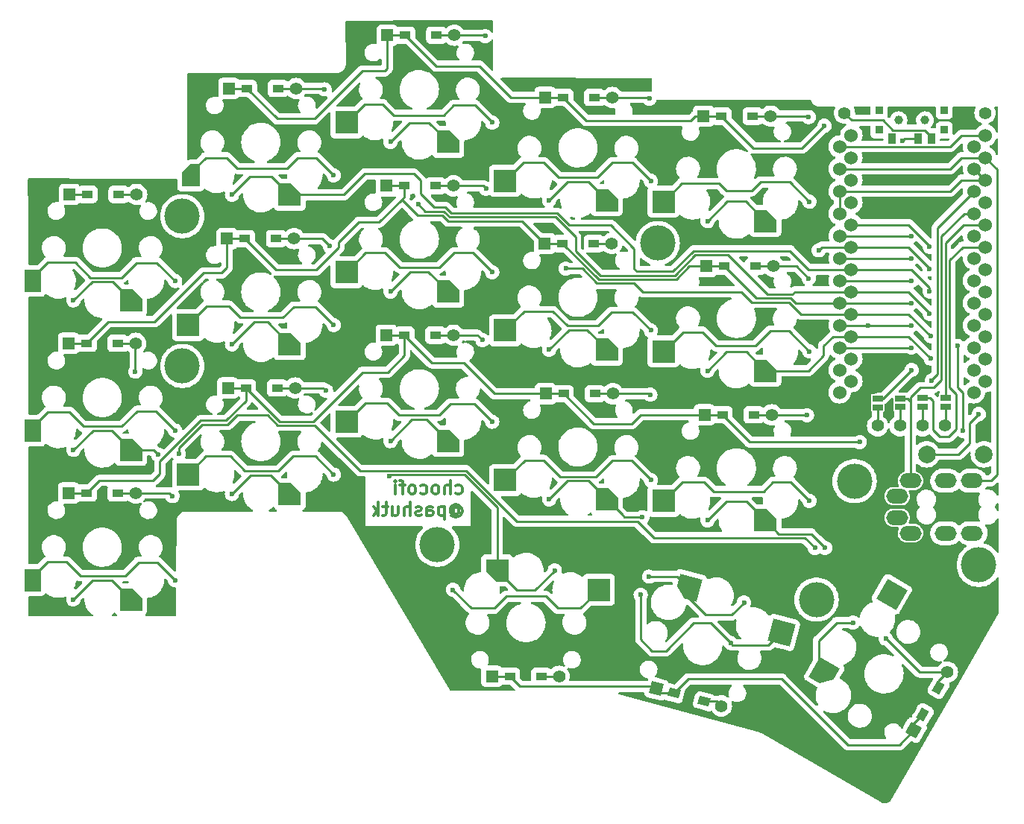
<source format=gbl>
G04 #@! TF.GenerationSoftware,KiCad,Pcbnew,(6.0.10)*
G04 #@! TF.CreationDate,2023-01-07T12:45:19+01:00*
G04 #@! TF.ProjectId,chocofi,63686f63-6f66-4692-9e6b-696361645f70,2.1*
G04 #@! TF.SameCoordinates,Original*
G04 #@! TF.FileFunction,Copper,L2,Bot*
G04 #@! TF.FilePolarity,Positive*
%FSLAX46Y46*%
G04 Gerber Fmt 4.6, Leading zero omitted, Abs format (unit mm)*
G04 Created by KiCad (PCBNEW (6.0.10)) date 2023-01-07 12:45:19*
%MOMM*%
%LPD*%
G01*
G04 APERTURE LIST*
G04 Aperture macros list*
%AMRotRect*
0 Rectangle, with rotation*
0 The origin of the aperture is its center*
0 $1 length*
0 $2 width*
0 $3 Rotation angle, in degrees counterclockwise*
0 Add horizontal line*
21,1,$1,$2,0,0,$3*%
%AMOutline5P*
0 Free polygon, 5 corners , with rotation*
0 The origin of the aperture is its center*
0 number of corners: always 5*
0 $1 to $10 corner X, Y*
0 $11 Rotation angle, in degrees counterclockwise*
0 create outline with 5 corners*
4,1,5,$1,$2,$3,$4,$5,$6,$7,$8,$9,$10,$1,$2,$11*%
%AMOutline6P*
0 Free polygon, 6 corners , with rotation*
0 The origin of the aperture is its center*
0 number of corners: always 6*
0 $1 to $12 corner X, Y*
0 $13 Rotation angle, in degrees counterclockwise*
0 create outline with 6 corners*
4,1,6,$1,$2,$3,$4,$5,$6,$7,$8,$9,$10,$11,$12,$1,$2,$13*%
%AMOutline7P*
0 Free polygon, 7 corners , with rotation*
0 The origin of the aperture is its center*
0 number of corners: always 7*
0 $1 to $14 corner X, Y*
0 $15 Rotation angle, in degrees counterclockwise*
0 create outline with 7 corners*
4,1,7,$1,$2,$3,$4,$5,$6,$7,$8,$9,$10,$11,$12,$13,$14,$1,$2,$15*%
%AMOutline8P*
0 Free polygon, 8 corners , with rotation*
0 The origin of the aperture is its center*
0 number of corners: always 8*
0 $1 to $16 corner X, Y*
0 $17 Rotation angle, in degrees counterclockwise*
0 create outline with 8 corners*
4,1,8,$1,$2,$3,$4,$5,$6,$7,$8,$9,$10,$11,$12,$13,$14,$15,$16,$1,$2,$17*%
G04 Aperture macros list end*
%ADD10C,0.300000*%
G04 #@! TA.AperFunction,NonConductor*
%ADD11C,0.300000*%
G04 #@! TD*
G04 #@! TA.AperFunction,ComponentPad*
%ADD12C,1.397000*%
G04 #@! TD*
G04 #@! TA.AperFunction,WasherPad*
%ADD13C,1.000000*%
G04 #@! TD*
G04 #@! TA.AperFunction,SMDPad,CuDef*
%ADD14R,0.900000X0.900000*%
G04 #@! TD*
G04 #@! TA.AperFunction,SMDPad,CuDef*
%ADD15R,0.900000X1.250000*%
G04 #@! TD*
G04 #@! TA.AperFunction,ComponentPad*
%ADD16R,1.397000X1.397000*%
G04 #@! TD*
G04 #@! TA.AperFunction,SMDPad,CuDef*
%ADD17R,1.300000X0.950000*%
G04 #@! TD*
G04 #@! TA.AperFunction,SMDPad,CuDef*
%ADD18RotRect,1.300000X0.950000X345.000000*%
G04 #@! TD*
G04 #@! TA.AperFunction,ComponentPad*
%ADD19RotRect,1.397000X1.397000X345.000000*%
G04 #@! TD*
G04 #@! TA.AperFunction,ComponentPad*
%ADD20RotRect,1.397000X1.397000X60.000000*%
G04 #@! TD*
G04 #@! TA.AperFunction,SMDPad,CuDef*
%ADD21RotRect,1.300000X0.950000X60.000000*%
G04 #@! TD*
G04 #@! TA.AperFunction,ComponentPad*
%ADD22O,2.500000X1.700000*%
G04 #@! TD*
G04 #@! TA.AperFunction,SMDPad,CuDef*
%ADD23Outline5P,-1.300000X1.300000X0.130000X1.300000X1.300000X0.130000X1.300000X-1.300000X-1.300000X-1.300000X0.000000*%
G04 #@! TD*
G04 #@! TA.AperFunction,SMDPad,CuDef*
%ADD24R,1.850000X2.600000*%
G04 #@! TD*
G04 #@! TA.AperFunction,SMDPad,CuDef*
%ADD25Outline5P,-1.025000X0.275000X0.000000X1.300000X1.025000X1.300000X1.025000X-1.300000X-1.025000X-1.300000X0.000000*%
G04 #@! TD*
G04 #@! TA.AperFunction,SMDPad,CuDef*
%ADD26R,2.600000X2.600000*%
G04 #@! TD*
G04 #@! TA.AperFunction,SMDPad,CuDef*
%ADD27R,1.875000X2.600000*%
G04 #@! TD*
G04 #@! TA.AperFunction,SMDPad,CuDef*
%ADD28Outline5P,-1.300000X1.300000X0.130000X1.300000X1.300000X0.130000X1.300000X-1.300000X-1.300000X-1.300000X180.000000*%
G04 #@! TD*
G04 #@! TA.AperFunction,SMDPad,CuDef*
%ADD29Outline5P,-1.300000X1.300000X0.130000X1.300000X1.300000X0.130000X1.300000X-1.300000X-1.300000X-1.300000X165.000000*%
G04 #@! TD*
G04 #@! TA.AperFunction,SMDPad,CuDef*
%ADD30RotRect,2.600000X2.600000X165.000000*%
G04 #@! TD*
G04 #@! TA.AperFunction,SMDPad,CuDef*
%ADD31Outline5P,-1.300000X1.300000X0.130000X1.300000X1.300000X0.130000X1.300000X-1.300000X-1.300000X-1.300000X240.000000*%
G04 #@! TD*
G04 #@! TA.AperFunction,SMDPad,CuDef*
%ADD32RotRect,2.600000X2.600000X240.000000*%
G04 #@! TD*
G04 #@! TA.AperFunction,ComponentPad*
%ADD33C,1.524000*%
G04 #@! TD*
G04 #@! TA.AperFunction,ComponentPad*
%ADD34C,2.000000*%
G04 #@! TD*
G04 #@! TA.AperFunction,ComponentPad*
%ADD35C,4.000000*%
G04 #@! TD*
G04 #@! TA.AperFunction,SMDPad,CuDef*
%ADD36R,1.143000X0.635000*%
G04 #@! TD*
G04 #@! TA.AperFunction,ViaPad*
%ADD37C,0.600000*%
G04 #@! TD*
G04 #@! TA.AperFunction,Conductor*
%ADD38C,0.250000*%
G04 #@! TD*
G04 APERTURE END LIST*
D10*
D11*
X126055000Y-98289642D02*
X126197857Y-98361071D01*
X126483571Y-98361071D01*
X126626428Y-98289642D01*
X126697857Y-98218214D01*
X126769285Y-98075357D01*
X126769285Y-97646785D01*
X126697857Y-97503928D01*
X126626428Y-97432500D01*
X126483571Y-97361071D01*
X126197857Y-97361071D01*
X126055000Y-97432500D01*
X125412142Y-98361071D02*
X125412142Y-96861071D01*
X124769285Y-98361071D02*
X124769285Y-97575357D01*
X124840714Y-97432500D01*
X124983571Y-97361071D01*
X125197857Y-97361071D01*
X125340714Y-97432500D01*
X125412142Y-97503928D01*
X123840714Y-98361071D02*
X123983571Y-98289642D01*
X124055000Y-98218214D01*
X124126428Y-98075357D01*
X124126428Y-97646785D01*
X124055000Y-97503928D01*
X123983571Y-97432500D01*
X123840714Y-97361071D01*
X123626428Y-97361071D01*
X123483571Y-97432500D01*
X123412142Y-97503928D01*
X123340714Y-97646785D01*
X123340714Y-98075357D01*
X123412142Y-98218214D01*
X123483571Y-98289642D01*
X123626428Y-98361071D01*
X123840714Y-98361071D01*
X122055000Y-98289642D02*
X122197857Y-98361071D01*
X122483571Y-98361071D01*
X122626428Y-98289642D01*
X122697857Y-98218214D01*
X122769285Y-98075357D01*
X122769285Y-97646785D01*
X122697857Y-97503928D01*
X122626428Y-97432500D01*
X122483571Y-97361071D01*
X122197857Y-97361071D01*
X122055000Y-97432500D01*
X121197857Y-98361071D02*
X121340714Y-98289642D01*
X121412142Y-98218214D01*
X121483571Y-98075357D01*
X121483571Y-97646785D01*
X121412142Y-97503928D01*
X121340714Y-97432500D01*
X121197857Y-97361071D01*
X120983571Y-97361071D01*
X120840714Y-97432500D01*
X120769285Y-97503928D01*
X120697857Y-97646785D01*
X120697857Y-98075357D01*
X120769285Y-98218214D01*
X120840714Y-98289642D01*
X120983571Y-98361071D01*
X121197857Y-98361071D01*
X120269285Y-97361071D02*
X119697857Y-97361071D01*
X120055000Y-98361071D02*
X120055000Y-97075357D01*
X119983571Y-96932500D01*
X119840714Y-96861071D01*
X119697857Y-96861071D01*
X119197857Y-98361071D02*
X119197857Y-97361071D01*
X119197857Y-96861071D02*
X119269285Y-96932500D01*
X119197857Y-97003928D01*
X119126428Y-96932500D01*
X119197857Y-96861071D01*
X119197857Y-97003928D01*
X125769285Y-100061785D02*
X125840714Y-99990357D01*
X125983571Y-99918928D01*
X126126428Y-99918928D01*
X126269285Y-99990357D01*
X126340714Y-100061785D01*
X126412142Y-100204642D01*
X126412142Y-100347500D01*
X126340714Y-100490357D01*
X126269285Y-100561785D01*
X126126428Y-100633214D01*
X125983571Y-100633214D01*
X125840714Y-100561785D01*
X125769285Y-100490357D01*
X125769285Y-99918928D02*
X125769285Y-100490357D01*
X125697857Y-100561785D01*
X125626428Y-100561785D01*
X125483571Y-100490357D01*
X125412142Y-100347500D01*
X125412142Y-99990357D01*
X125555000Y-99776071D01*
X125769285Y-99633214D01*
X126055000Y-99561785D01*
X126340714Y-99633214D01*
X126555000Y-99776071D01*
X126697857Y-99990357D01*
X126769285Y-100276071D01*
X126697857Y-100561785D01*
X126555000Y-100776071D01*
X126340714Y-100918928D01*
X126055000Y-100990357D01*
X125769285Y-100918928D01*
X125555000Y-100776071D01*
X124769285Y-99776071D02*
X124769285Y-101276071D01*
X124769285Y-99847500D02*
X124626428Y-99776071D01*
X124340714Y-99776071D01*
X124197857Y-99847500D01*
X124126428Y-99918928D01*
X124055000Y-100061785D01*
X124055000Y-100490357D01*
X124126428Y-100633214D01*
X124197857Y-100704642D01*
X124340714Y-100776071D01*
X124626428Y-100776071D01*
X124769285Y-100704642D01*
X122769285Y-100776071D02*
X122769285Y-99990357D01*
X122840714Y-99847500D01*
X122983571Y-99776071D01*
X123269285Y-99776071D01*
X123412142Y-99847500D01*
X122769285Y-100704642D02*
X122912142Y-100776071D01*
X123269285Y-100776071D01*
X123412142Y-100704642D01*
X123483571Y-100561785D01*
X123483571Y-100418928D01*
X123412142Y-100276071D01*
X123269285Y-100204642D01*
X122912142Y-100204642D01*
X122769285Y-100133214D01*
X122126428Y-100704642D02*
X121983571Y-100776071D01*
X121697857Y-100776071D01*
X121555000Y-100704642D01*
X121483571Y-100561785D01*
X121483571Y-100490357D01*
X121555000Y-100347500D01*
X121697857Y-100276071D01*
X121912142Y-100276071D01*
X122055000Y-100204642D01*
X122126428Y-100061785D01*
X122126428Y-99990357D01*
X122055000Y-99847500D01*
X121912142Y-99776071D01*
X121697857Y-99776071D01*
X121555000Y-99847500D01*
X120840714Y-100776071D02*
X120840714Y-99276071D01*
X120197857Y-100776071D02*
X120197857Y-99990357D01*
X120269285Y-99847500D01*
X120412142Y-99776071D01*
X120626428Y-99776071D01*
X120769285Y-99847500D01*
X120840714Y-99918928D01*
X118840714Y-99776071D02*
X118840714Y-100776071D01*
X119483571Y-99776071D02*
X119483571Y-100561785D01*
X119412142Y-100704642D01*
X119269285Y-100776071D01*
X119055000Y-100776071D01*
X118912142Y-100704642D01*
X118840714Y-100633214D01*
X118340714Y-99776071D02*
X117769285Y-99776071D01*
X118126428Y-99276071D02*
X118126428Y-100561785D01*
X118055000Y-100704642D01*
X117912142Y-100776071D01*
X117769285Y-100776071D01*
X117269285Y-100776071D02*
X117269285Y-99276071D01*
X117126428Y-100204642D02*
X116697857Y-100776071D01*
X116697857Y-99776071D02*
X117269285Y-100347500D01*
D12*
X170180000Y-55060400D03*
X186130000Y-55060400D03*
D13*
X179300000Y-55880000D03*
X176300000Y-55880000D03*
D14*
X181500000Y-56980000D03*
X174100000Y-56980000D03*
X174100000Y-54780000D03*
X181500000Y-54780000D03*
D15*
X175550000Y-57955000D03*
X178550000Y-57955000D03*
X180050000Y-57955000D03*
D16*
X82194400Y-64312800D03*
D17*
X84229400Y-64312800D03*
X87779400Y-64312800D03*
D12*
X89814400Y-64312800D03*
D16*
X100279200Y-52273200D03*
D17*
X102314200Y-52273200D03*
D12*
X107899200Y-52273200D03*
D17*
X105864200Y-52273200D03*
D16*
X118262400Y-46228000D03*
D17*
X120297400Y-46228000D03*
D12*
X125882400Y-46228000D03*
D17*
X123847400Y-46228000D03*
X138229800Y-53289200D03*
D16*
X136194800Y-53289200D03*
D17*
X141779800Y-53289200D03*
D12*
X143814800Y-53289200D03*
D16*
X154178000Y-55422800D03*
D17*
X156213000Y-55422800D03*
X159763000Y-55422800D03*
D12*
X161798000Y-55422800D03*
D16*
X82092800Y-81229200D03*
D17*
X84127800Y-81229200D03*
D12*
X89712800Y-81229200D03*
D17*
X87677800Y-81229200D03*
D16*
X100076000Y-69342000D03*
D17*
X102111000Y-69342000D03*
D12*
X107696000Y-69342000D03*
D17*
X105661000Y-69342000D03*
X120195800Y-63347600D03*
D16*
X118160800Y-63347600D03*
D17*
X123745800Y-63347600D03*
D12*
X125780800Y-63347600D03*
D17*
X138179000Y-69900800D03*
D16*
X136144000Y-69900800D03*
D12*
X143764000Y-69900800D03*
D17*
X141729000Y-69900800D03*
X156517800Y-72491600D03*
D16*
X154482800Y-72491600D03*
D17*
X160067800Y-72491600D03*
D12*
X162102800Y-72491600D03*
D16*
X82092800Y-98247200D03*
D17*
X84127800Y-98247200D03*
D12*
X89712800Y-98247200D03*
D17*
X87677800Y-98247200D03*
D16*
X100177600Y-86309200D03*
D17*
X102212600Y-86309200D03*
D12*
X107797600Y-86309200D03*
D17*
X105762600Y-86309200D03*
D16*
X118160800Y-80314800D03*
D17*
X120195800Y-80314800D03*
X123745800Y-80314800D03*
D12*
X125780800Y-80314800D03*
D16*
X136245600Y-86969600D03*
D17*
X138280600Y-86969600D03*
D12*
X143865600Y-86969600D03*
D17*
X141830600Y-86969600D03*
X156314600Y-89357200D03*
D16*
X154279600Y-89357200D03*
D17*
X159864600Y-89357200D03*
D12*
X161899600Y-89357200D03*
D17*
X132184600Y-119075200D03*
D16*
X130149600Y-119075200D03*
D17*
X135734600Y-119075200D03*
D12*
X137769600Y-119075200D03*
D18*
X150799764Y-121001192D03*
D19*
X148834105Y-120474495D03*
D12*
X156194459Y-122446697D03*
D18*
X154228800Y-121920000D03*
D20*
X178053166Y-125194992D03*
D21*
X179070666Y-123432630D03*
X180845666Y-120358240D03*
D12*
X181863166Y-118595878D03*
D22*
X176160000Y-101061000D03*
X176160000Y-98611000D03*
X184660000Y-102811000D03*
X184660000Y-96861000D03*
X181660000Y-96861000D03*
X181660000Y-102811000D03*
X177660000Y-96861000D03*
X177660000Y-102811000D03*
D23*
X89185000Y-76350000D03*
D24*
X78010000Y-74150000D03*
D23*
X107185000Y-64350000D03*
D25*
X95960000Y-62150000D03*
D23*
X125185000Y-58350000D03*
D26*
X113635000Y-56150000D03*
D23*
X143185000Y-64970000D03*
D26*
X131635000Y-62770000D03*
D23*
X161185000Y-67350000D03*
D26*
X149635000Y-65150000D03*
D23*
X89185000Y-93350000D03*
D27*
X78010000Y-91150000D03*
D23*
X107185000Y-81350000D03*
D26*
X95635000Y-79150000D03*
D23*
X125185000Y-75350000D03*
D26*
X113635000Y-73150000D03*
D23*
X143185000Y-81970000D03*
D26*
X131635000Y-79770000D03*
D23*
X161185000Y-84350000D03*
D26*
X149635000Y-82150000D03*
D23*
X89185000Y-110350000D03*
D27*
X78010000Y-108150000D03*
D23*
X107185000Y-98350000D03*
D26*
X95635000Y-96150000D03*
D23*
X125185000Y-92350000D03*
D26*
X113635000Y-90150000D03*
D23*
X143185000Y-98975000D03*
D26*
X131635000Y-96775000D03*
D23*
X161185000Y-101350000D03*
D26*
X149635000Y-99150000D03*
D28*
X130735000Y-107040000D03*
D26*
X142285000Y-109240000D03*
D29*
X152436566Y-108985109D03*
D30*
X163023608Y-114099506D03*
D31*
X167869649Y-118651233D03*
D32*
X175549905Y-109748640D03*
D33*
X169620000Y-58870400D03*
X186166400Y-57600400D03*
X186166400Y-60140400D03*
X169620000Y-61410400D03*
X186166400Y-62680400D03*
X169620000Y-63950400D03*
X186166400Y-65220400D03*
X169620000Y-66490400D03*
X169620000Y-69030400D03*
X186166400Y-67760400D03*
X169620000Y-71570400D03*
X186166400Y-70300400D03*
X169620000Y-74110400D03*
X186166400Y-72840400D03*
X169620000Y-76650400D03*
X186166400Y-75380400D03*
X186166400Y-77920400D03*
X169620000Y-79190400D03*
X186166400Y-80460400D03*
X169620000Y-81730400D03*
X186166400Y-83000400D03*
X169620000Y-84270400D03*
X186166400Y-85540400D03*
X169620000Y-86810400D03*
X170946400Y-85540400D03*
X184860000Y-86810400D03*
X170946400Y-83000400D03*
X184860000Y-84270400D03*
X184860000Y-81730400D03*
X170946400Y-80460400D03*
X184860000Y-79190400D03*
X170946400Y-77920400D03*
X184860000Y-76650400D03*
X170946400Y-75380400D03*
X184860000Y-74110400D03*
X170946400Y-72840400D03*
X184860000Y-71570400D03*
X170946400Y-70300400D03*
X170946400Y-67760400D03*
X184860000Y-69030400D03*
X184860000Y-66490400D03*
X170946400Y-65220400D03*
X184860000Y-63950400D03*
X170946400Y-62680400D03*
X170946400Y-60140400D03*
X184860000Y-61410400D03*
X184860000Y-58870400D03*
X170946400Y-57600400D03*
D12*
X173930000Y-90608400D03*
X176470000Y-90608400D03*
X179010000Y-90608400D03*
X181550000Y-90608400D03*
D34*
X186003000Y-93853000D03*
X179503000Y-93853000D03*
D35*
X171323000Y-96901000D03*
X185420000Y-106426000D03*
X95000000Y-66802000D03*
X148971000Y-69850000D03*
X123952000Y-104140000D03*
X167005000Y-110363000D03*
X95000000Y-83820000D03*
D36*
X176480000Y-87478020D03*
X176480000Y-88478780D03*
X173930000Y-87507620D03*
X173930000Y-88508380D03*
X181640000Y-87428020D03*
X181640000Y-88428780D03*
X179060000Y-87448020D03*
X179060000Y-88448780D03*
D37*
X176737188Y-58224900D03*
X177800000Y-74110400D03*
X167894000Y-56515000D03*
X177800000Y-76650400D03*
X94185000Y-74150000D03*
X171907200Y-92456000D03*
X172855490Y-79190400D03*
X177800000Y-79190400D03*
X112185000Y-62150000D03*
X111150400Y-52374800D03*
X183032400Y-81534000D03*
X177800000Y-81730400D03*
X183642000Y-91186000D03*
X129387600Y-46329600D03*
X130185000Y-56150000D03*
X148031200Y-53441600D03*
X148185000Y-62770000D03*
X166116000Y-55524400D03*
X166185000Y-65150000D03*
X94185000Y-91150000D03*
X89662000Y-84455000D03*
X112185000Y-79150000D03*
X111760000Y-70205600D03*
X130185000Y-73150000D03*
X129489200Y-63652400D03*
X148185000Y-79770000D03*
X166185000Y-82150000D03*
X166116000Y-73863200D03*
X94185000Y-108150000D03*
X93878400Y-98602800D03*
X112185000Y-96150000D03*
X111302800Y-86614000D03*
X130185000Y-90150000D03*
X129082800Y-80873600D03*
X148185000Y-96775000D03*
X148132800Y-87071200D03*
X166185000Y-99150000D03*
X165912800Y-89408000D03*
X125735000Y-109240000D03*
X147037535Y-109816051D03*
X157251400Y-115290600D03*
X174866300Y-114795300D03*
X175549905Y-109748640D03*
X177800000Y-84268400D03*
X179832000Y-70256400D03*
X94589600Y-93776800D03*
X179832000Y-72796400D03*
X167233600Y-70662800D03*
X166830000Y-104495600D03*
X82635000Y-110350000D03*
X92252800Y-93878400D03*
X82635000Y-93350000D03*
X82635000Y-76350000D03*
X100635000Y-64350000D03*
X179832000Y-75336400D03*
X100635000Y-81350000D03*
X100635000Y-98350000D03*
X179832000Y-77876400D03*
X137285000Y-107040000D03*
X118635000Y-58350000D03*
X118635000Y-92350000D03*
X118635000Y-75350000D03*
X118480000Y-96334500D03*
X121767600Y-65430400D03*
X158763380Y-110680374D03*
X136635000Y-98975000D03*
X136635000Y-64970000D03*
X147980400Y-107746800D03*
X179959000Y-80416400D03*
X136635000Y-81970000D03*
X147218400Y-100990400D03*
X138531600Y-72745600D03*
X171144649Y-112978767D03*
X154635000Y-101350000D03*
X154635000Y-67350000D03*
X154635000Y-84350000D03*
X179959000Y-82956400D03*
X167970000Y-104480000D03*
X185420000Y-89281000D03*
X180086000Y-85471000D03*
X177800000Y-71570400D03*
X177800000Y-69030400D03*
D38*
X177007088Y-57955000D02*
X176737188Y-58224900D01*
X178550000Y-57955000D02*
X177007088Y-57955000D01*
X170999600Y-55880000D02*
X170180000Y-55060400D01*
X175675000Y-57005000D02*
X174550000Y-55880000D01*
X174550000Y-55880000D02*
X170999600Y-55880000D01*
X180050000Y-57780000D02*
X179275000Y-57005000D01*
X180050000Y-57955000D02*
X180050000Y-57780000D01*
X179275000Y-57005000D02*
X175675000Y-57005000D01*
X102314200Y-52273200D02*
X100279200Y-52273200D01*
X128727200Y-49733200D02*
X132283200Y-53289200D01*
X140871400Y-55930800D02*
X138229800Y-53289200D01*
X152721500Y-55930800D02*
X140871400Y-55930800D01*
X159845200Y-59055000D02*
X156213000Y-55422800D01*
X120297400Y-46228000D02*
X118262400Y-46228000D01*
X153229500Y-55422800D02*
X152721500Y-55930800D01*
X165354000Y-59055000D02*
X159845200Y-59055000D01*
X118262400Y-46228000D02*
X118262400Y-50012600D01*
X123802600Y-49733200D02*
X128727200Y-49733200D01*
X154178000Y-55422800D02*
X153229500Y-55422800D01*
X84229400Y-64312800D02*
X82194400Y-64312800D01*
X118262400Y-50012600D02*
X117983000Y-50292000D01*
X132283200Y-53289200D02*
X136194800Y-53289200D01*
X105768600Y-55727600D02*
X102314200Y-52273200D01*
X169620000Y-74110400D02*
X177800000Y-74110400D01*
X138229800Y-53289200D02*
X136194800Y-53289200D01*
X117983000Y-50292000D02*
X115443000Y-50292000D01*
X110007400Y-55727600D02*
X105768600Y-55727600D01*
X115443000Y-50292000D02*
X110007400Y-55727600D01*
X156213000Y-55422800D02*
X154178000Y-55422800D01*
X120297400Y-46228000D02*
X123802600Y-49733200D01*
X167894000Y-56515000D02*
X165354000Y-59055000D01*
X164071887Y-76110969D02*
X164668918Y-76708000D01*
X138179000Y-69900800D02*
X136144000Y-69900800D01*
X115062000Y-67462400D02*
X112776000Y-69748400D01*
X120195800Y-63347600D02*
X120195800Y-64614600D01*
X169620000Y-76650400D02*
X177800000Y-76650400D01*
X86566200Y-78790800D02*
X91846400Y-78790800D01*
X160137169Y-76110969D02*
X164071887Y-76110969D01*
X100076000Y-72644000D02*
X100076000Y-69342000D01*
X102111000Y-69342000D02*
X100076000Y-69342000D01*
X121716800Y-66700400D02*
X119913400Y-64897000D01*
X97383600Y-73253600D02*
X99466400Y-73253600D01*
X112776000Y-69748400D02*
X112776000Y-70358000D01*
X154482800Y-72491600D02*
X152552400Y-72491600D01*
X110236000Y-72898000D02*
X105667000Y-72898000D01*
X133596320Y-67353120D02*
X125163520Y-67353120D01*
X84127800Y-81229200D02*
X86566200Y-78790800D01*
X136144000Y-69900800D02*
X133596320Y-67353120D01*
X119913400Y-64897000D02*
X117348000Y-67462400D01*
X151071520Y-73972480D02*
X142250680Y-73972480D01*
X112776000Y-70358000D02*
X110236000Y-72898000D01*
X120195800Y-64614600D02*
X119913400Y-64897000D01*
X105667000Y-72898000D02*
X102111000Y-69342000D01*
X99466400Y-73253600D02*
X100076000Y-72644000D01*
X169562400Y-76708000D02*
X169620000Y-76650400D01*
X91846400Y-78790800D02*
X97383600Y-73253600D01*
X156517800Y-72491600D02*
X154482800Y-72491600D01*
X125163520Y-67353120D02*
X124510800Y-66700400D01*
X142250680Y-73972480D02*
X138179000Y-69900800D01*
X120195800Y-63347600D02*
X118160800Y-63347600D01*
X124510800Y-66700400D02*
X121716800Y-66700400D01*
X152552400Y-72491600D02*
X151071520Y-73972480D01*
X84127800Y-81229200D02*
X82092800Y-81229200D01*
X156517800Y-72491600D02*
X160137169Y-76110969D01*
X117348000Y-67462400D02*
X115062000Y-67462400D01*
X164668918Y-76708000D02*
X169562400Y-76708000D01*
X89763600Y-72085200D02*
X92120200Y-72085200D01*
X77635000Y-74150000D02*
X79750600Y-72034400D01*
X88079520Y-73769280D02*
X89763600Y-72085200D01*
X82845123Y-72034400D02*
X84580003Y-73769280D01*
X84580003Y-73769280D02*
X88079520Y-73769280D01*
X79750600Y-72034400D02*
X82845123Y-72034400D01*
X87779400Y-64312800D02*
X89814400Y-64312800D01*
X92120200Y-72085200D02*
X94185000Y-74150000D01*
X97078800Y-90017600D02*
X92456000Y-94640400D01*
X102212600Y-87779400D02*
X99974400Y-90017600D01*
X138280600Y-86969600D02*
X136245600Y-86969600D01*
X92456000Y-94640400D02*
X92456000Y-96062800D01*
X130454400Y-86969600D02*
X126949200Y-83464400D01*
X123345400Y-83464400D02*
X120195800Y-80314800D01*
X102212600Y-86309200D02*
X102212600Y-87779400D01*
X159413400Y-92456000D02*
X171907200Y-92456000D01*
X145999200Y-90373200D02*
X141684200Y-90373200D01*
X109829600Y-90119200D02*
X106022600Y-90119200D01*
X85550200Y-96824800D02*
X84127800Y-98247200D01*
X120195800Y-80314800D02*
X118160800Y-80314800D01*
X141684200Y-90373200D02*
X138280600Y-86969600D01*
X120195800Y-82648600D02*
X118313200Y-84531200D01*
X99974400Y-90017600D02*
X97078800Y-90017600D01*
X92456000Y-96062800D02*
X91694000Y-96824800D01*
X84127800Y-98247200D02*
X82092800Y-98247200D01*
X91694000Y-96824800D02*
X85550200Y-96824800D01*
X115417600Y-84531200D02*
X109829600Y-90119200D01*
X169620000Y-79190400D02*
X177800000Y-79190400D01*
X118313200Y-84531200D02*
X115417600Y-84531200D01*
X156314600Y-89357200D02*
X154279600Y-89357200D01*
X136245600Y-86969600D02*
X130454400Y-86969600D01*
X156314600Y-89357200D02*
X159413400Y-92456000D01*
X120195800Y-80314800D02*
X120195800Y-82648600D01*
X147015200Y-89357200D02*
X145999200Y-90373200D01*
X154279600Y-89357200D02*
X147015200Y-89357200D01*
X102212600Y-86309200D02*
X100177600Y-86309200D01*
X126949200Y-83464400D02*
X123345400Y-83464400D01*
X106022600Y-90119200D02*
X102212600Y-86309200D01*
X101266257Y-61366400D02*
X106883200Y-61366400D01*
X106883200Y-61366400D02*
X108102400Y-60147200D01*
X105864200Y-52273200D02*
X107899200Y-52273200D01*
X107899200Y-52273200D02*
X111048800Y-52273200D01*
X97637800Y-60147200D02*
X100047057Y-60147200D01*
X95635000Y-62150000D02*
X97637800Y-60147200D01*
X110182200Y-60147200D02*
X112185000Y-62150000D01*
X100047057Y-60147200D02*
X101266257Y-61366400D01*
X108102400Y-60147200D02*
X110182200Y-60147200D01*
X111048800Y-52273200D02*
X111150400Y-52374800D01*
X133353000Y-120243600D02*
X132184600Y-119075200D01*
X178053166Y-124450130D02*
X179070666Y-123432630D01*
X152420956Y-119380000D02*
X163068000Y-119380000D01*
X169620000Y-81730400D02*
X177800000Y-81730400D01*
X176403000Y-126873000D02*
X178053166Y-125222834D01*
X183591200Y-91135200D02*
X183642000Y-91186000D01*
X150799764Y-121001192D02*
X149360802Y-121001192D01*
X183032400Y-86258400D02*
X183591200Y-86817200D01*
X170561000Y-126873000D02*
X176403000Y-126873000D01*
X178053166Y-125194992D02*
X178053166Y-124450130D01*
X150799764Y-121001192D02*
X152420956Y-119380000D01*
X149360802Y-121001192D02*
X148834105Y-120474495D01*
X148834105Y-120474495D02*
X148603210Y-120243600D01*
X148603210Y-120243600D02*
X133353000Y-120243600D01*
X132184600Y-119075200D02*
X130149600Y-119075200D01*
X163068000Y-119380000D02*
X170561000Y-126873000D01*
X183032400Y-81534000D02*
X183032400Y-86258400D01*
X178053166Y-125222834D02*
X178053166Y-125194992D01*
X183591200Y-86817200D02*
X183591200Y-91135200D01*
X113635000Y-56150000D02*
X115683000Y-54102000D01*
X117754400Y-54102000D02*
X118973600Y-55321200D01*
X129387600Y-46329600D02*
X129286000Y-46228000D01*
X115683000Y-54102000D02*
X117754400Y-54102000D01*
X125780800Y-54203600D02*
X128238600Y-54203600D01*
X118973600Y-55321200D02*
X124663200Y-55321200D01*
X124663200Y-55321200D02*
X125780800Y-54203600D01*
X125882400Y-46228000D02*
X123847400Y-46228000D01*
X128238600Y-54203600D02*
X130185000Y-56150000D01*
X129286000Y-46228000D02*
X125882400Y-46228000D01*
X147878800Y-53289200D02*
X148031200Y-53441600D01*
X142138400Y-62382400D02*
X143814800Y-60706000D01*
X143814800Y-60706000D02*
X146121000Y-60706000D01*
X133699000Y-60706000D02*
X136042400Y-60706000D01*
X143814800Y-53289200D02*
X147878800Y-53289200D01*
X137718800Y-62382400D02*
X142138400Y-62382400D01*
X131635000Y-62770000D02*
X133699000Y-60706000D01*
X136042400Y-60706000D02*
X137718800Y-62382400D01*
X146121000Y-60706000D02*
X148185000Y-62770000D01*
X141779800Y-53289200D02*
X143814800Y-53289200D01*
X160629600Y-62890400D02*
X163925400Y-62890400D01*
X151691400Y-63093600D02*
X155956000Y-63093600D01*
X155956000Y-63093600D02*
X156768800Y-63906400D01*
X166014400Y-55422800D02*
X161798000Y-55422800D01*
X166116000Y-55524400D02*
X166014400Y-55422800D01*
X156768800Y-63906400D02*
X159613600Y-63906400D01*
X159613600Y-63906400D02*
X160629600Y-62890400D01*
X163925400Y-62890400D02*
X166185000Y-65150000D01*
X161798000Y-55422800D02*
X159763000Y-55422800D01*
X149635000Y-65150000D02*
X151691400Y-63093600D01*
X79732600Y-89052400D02*
X82143600Y-89052400D01*
X87677800Y-81229200D02*
X89712800Y-81229200D01*
X83769200Y-90678000D02*
X88138000Y-90678000D01*
X89860511Y-88955489D02*
X91990489Y-88955489D01*
X91990489Y-88955489D02*
X94185000Y-91150000D01*
X82143600Y-89052400D02*
X83769200Y-90678000D01*
X89662000Y-81280000D02*
X89712800Y-81229200D01*
X77635000Y-91150000D02*
X79732600Y-89052400D01*
X88138000Y-90678000D02*
X89860511Y-88955489D01*
X89662000Y-84455000D02*
X89662000Y-81280000D01*
X110149400Y-77114400D02*
X112185000Y-79150000D01*
X106426000Y-78333600D02*
X107645200Y-77114400D01*
X101600000Y-78333600D02*
X106426000Y-78333600D01*
X100279200Y-77012800D02*
X101600000Y-78333600D01*
X97772200Y-77012800D02*
X100279200Y-77012800D01*
X107645200Y-77114400D02*
X110149400Y-77114400D01*
X110896400Y-69342000D02*
X111760000Y-70205600D01*
X107696000Y-69342000D02*
X105661000Y-69342000D01*
X107696000Y-69342000D02*
X110896400Y-69342000D01*
X95635000Y-79150000D02*
X97772200Y-77012800D01*
X119684800Y-72644000D02*
X124155200Y-72644000D01*
X113635000Y-73150000D02*
X115817400Y-70967600D01*
X125780800Y-63347600D02*
X129184400Y-63347600D01*
X118008400Y-70967600D02*
X119684800Y-72644000D01*
X124155200Y-72644000D02*
X125831600Y-70967600D01*
X128002600Y-70967600D02*
X130185000Y-73150000D01*
X125831600Y-70967600D02*
X128002600Y-70967600D01*
X115817400Y-70967600D02*
X118008400Y-70967600D01*
X123745800Y-63347600D02*
X125780800Y-63347600D01*
X129184400Y-63347600D02*
X129489200Y-63652400D01*
X146139000Y-77724000D02*
X148185000Y-79770000D01*
X142181520Y-79255680D02*
X143713200Y-77724000D01*
X141729000Y-69900800D02*
X143764000Y-69900800D01*
X131635000Y-79770000D02*
X133782600Y-77622400D01*
X133782600Y-77622400D02*
X137080323Y-77622400D01*
X137080323Y-77622400D02*
X138713603Y-79255680D01*
X143713200Y-77724000D02*
X146139000Y-77724000D01*
X138713603Y-79255680D02*
X142181520Y-79255680D01*
X161722518Y-79857600D02*
X163892600Y-79857600D01*
X151825800Y-79959200D02*
X154025600Y-79959200D01*
X163892600Y-79857600D02*
X166185000Y-82150000D01*
X164744400Y-72491600D02*
X162102800Y-72491600D01*
X160067800Y-72491600D02*
X162102800Y-72491600D01*
X154025600Y-79959200D02*
X155600400Y-81534000D01*
X155600400Y-81534000D02*
X160046118Y-81534000D01*
X166116000Y-73863200D02*
X164744400Y-72491600D01*
X149635000Y-82150000D02*
X151825800Y-79959200D01*
X160046118Y-81534000D02*
X161722518Y-79857600D01*
X79714600Y-106070400D02*
X81838800Y-106070400D01*
X88493600Y-107645200D02*
X90017600Y-106121200D01*
X92156200Y-106121200D02*
X94185000Y-108150000D01*
X83413600Y-107645200D02*
X88493600Y-107645200D01*
X93522800Y-98247200D02*
X93878400Y-98602800D01*
X89712800Y-98247200D02*
X93522800Y-98247200D01*
X77635000Y-108150000D02*
X79714600Y-106070400D01*
X90017600Y-106121200D02*
X92156200Y-106121200D01*
X81838800Y-106070400D02*
X83413600Y-107645200D01*
X87677800Y-98247200D02*
X89712800Y-98247200D01*
X107594400Y-94081600D02*
X110116600Y-94081600D01*
X97703400Y-94081600D02*
X100431600Y-94081600D01*
X110998000Y-86309200D02*
X111302800Y-86614000D01*
X105918000Y-95758000D02*
X107594400Y-94081600D01*
X105762600Y-86309200D02*
X107797600Y-86309200D01*
X107797600Y-86309200D02*
X110998000Y-86309200D01*
X110116600Y-94081600D02*
X112185000Y-96150000D01*
X102108000Y-95758000D02*
X105918000Y-95758000D01*
X100431600Y-94081600D02*
X102108000Y-95758000D01*
X95635000Y-96150000D02*
X97703400Y-94081600D01*
X128524000Y-80314800D02*
X129082800Y-80873600D01*
X124155200Y-89408000D02*
X125425200Y-88138000D01*
X119583200Y-89408000D02*
X124155200Y-89408000D01*
X125780800Y-80314800D02*
X128524000Y-80314800D01*
X115748600Y-88036400D02*
X118211600Y-88036400D01*
X125425200Y-88138000D02*
X128173000Y-88138000D01*
X118211600Y-88036400D02*
X119583200Y-89408000D01*
X123745800Y-80314800D02*
X125780800Y-80314800D01*
X128173000Y-88138000D02*
X130185000Y-90150000D01*
X113635000Y-90150000D02*
X115748600Y-88036400D01*
X148031200Y-86969600D02*
X148132800Y-87071200D01*
X145999600Y-94589600D02*
X148185000Y-96775000D01*
X143814800Y-94589600D02*
X145999600Y-94589600D01*
X137922000Y-96418400D02*
X141986000Y-96418400D01*
X133871200Y-94538800D02*
X136042400Y-94538800D01*
X141986000Y-96418400D02*
X143814800Y-94589600D01*
X131635000Y-96775000D02*
X133871200Y-94538800D01*
X141830600Y-86969600D02*
X143865600Y-86969600D01*
X143865600Y-86969600D02*
X148031200Y-86969600D01*
X136042400Y-94538800D02*
X137922000Y-96418400D01*
X162052000Y-97028000D02*
X164063000Y-97028000D01*
X149635000Y-99150000D02*
X151757000Y-97028000D01*
X161899600Y-89357200D02*
X165862000Y-89357200D01*
X164063000Y-97028000D02*
X166185000Y-99150000D01*
X151757000Y-97028000D02*
X154228800Y-97028000D01*
X160985200Y-98094800D02*
X162052000Y-97028000D01*
X165862000Y-89357200D02*
X165912800Y-89408000D01*
X154228800Y-97028000D02*
X155295600Y-98094800D01*
X159864600Y-89357200D02*
X161899600Y-89357200D01*
X155295600Y-98094800D02*
X160985200Y-98094800D01*
X136245600Y-109982000D02*
X131775200Y-109982000D01*
X142285000Y-109240000D02*
X140171400Y-111353600D01*
X127848600Y-111353600D02*
X125735000Y-109240000D01*
X131775200Y-109982000D02*
X130403600Y-111353600D01*
X135734600Y-119075200D02*
X137769600Y-119075200D01*
X130403600Y-111353600D02*
X127848600Y-111353600D01*
X137617200Y-111353600D02*
X136245600Y-109982000D01*
X140171400Y-111353600D02*
X137617200Y-111353600D01*
X148343171Y-116195319D02*
X147037535Y-114889683D01*
X161962162Y-115160952D02*
X161902248Y-115160952D01*
X154228800Y-121920000D02*
X155667762Y-121920000D01*
X161544000Y-115519200D02*
X157480000Y-115519200D01*
X157480000Y-115519200D02*
X157251400Y-115290600D01*
X155667762Y-121920000D02*
X156194459Y-122446697D01*
X161902248Y-115160952D02*
X161544000Y-115519200D01*
X163023608Y-114099506D02*
X161962162Y-115160952D01*
X157251400Y-115290600D02*
X154990800Y-113030000D01*
X154990800Y-113030000D02*
X153035000Y-113030000D01*
X147037535Y-114889683D02*
X147037535Y-109816051D01*
X153035000Y-113030000D02*
X149869681Y-116195319D01*
X149869681Y-116195319D02*
X148343171Y-116195319D01*
X178666878Y-118595878D02*
X174866300Y-114795300D01*
X180845666Y-120358240D02*
X180845666Y-119613378D01*
X180845666Y-119613378D02*
X181863166Y-118595878D01*
X181863166Y-118595878D02*
X178666878Y-118595878D01*
X177800000Y-84268400D02*
X177800000Y-84268400D01*
X182201000Y-63950400D02*
X169620000Y-63950400D01*
X184860000Y-61410400D02*
X184896400Y-61410400D01*
X173930000Y-87507620D02*
X174560780Y-87507620D01*
X186166400Y-62680400D02*
X183471000Y-62680400D01*
X183471000Y-62680400D02*
X182201000Y-63950400D01*
X174560780Y-87507620D02*
X177800000Y-84268400D01*
X184896400Y-61410400D02*
X186166400Y-62680400D01*
X169620000Y-63950400D02*
X169620000Y-66490400D01*
X181189990Y-85378410D02*
X181189991Y-69082779D01*
X176480000Y-87478020D02*
X177301500Y-87478020D01*
X177301500Y-87478020D02*
X177660000Y-87836520D01*
X183782370Y-66490400D02*
X184860000Y-66490400D01*
X180300000Y-86268400D02*
X181189990Y-85378410D01*
X181189991Y-69082779D02*
X183782370Y-66490400D01*
X177660000Y-87836520D02*
X177660000Y-87374018D01*
X177660000Y-87374018D02*
X178765618Y-86268400D01*
X177660000Y-87836520D02*
X177660000Y-96861000D01*
X178765618Y-86268400D02*
X180300000Y-86268400D01*
X170946400Y-67760400D02*
X177455002Y-67760400D01*
X179832000Y-70137398D02*
X179832000Y-70256400D01*
X177455002Y-67760400D02*
X179832000Y-70137398D01*
X101219718Y-89408000D02*
X100160598Y-90467120D01*
X89185000Y-76350000D02*
X87053800Y-74218800D01*
X165674400Y-103340000D02*
X148540000Y-103340000D01*
X166830000Y-104495600D02*
X165674400Y-103340000D01*
X170946400Y-70300400D02*
X167596000Y-70300400D01*
X105836402Y-90568720D02*
X104675682Y-89408000D01*
X115166400Y-95710000D02*
X110025120Y-90568720D01*
X94589600Y-93142518D02*
X94589600Y-93776800D01*
X110025120Y-90568720D02*
X105836402Y-90568720D01*
X97264998Y-90467120D02*
X94589600Y-93142518D01*
X84849800Y-91135200D02*
X82635000Y-93350000D01*
X177455002Y-70300400D02*
X179832000Y-72677398D01*
X167596000Y-70300400D02*
X167233600Y-70662800D01*
X104675682Y-89408000D02*
X101219718Y-89408000D01*
X91724400Y-93350000D02*
X89185000Y-93350000D01*
X170946400Y-70300400D02*
X177455002Y-70300400D01*
X179832000Y-72677398D02*
X179832000Y-72796400D01*
X84831800Y-108153200D02*
X82635000Y-110350000D01*
X87053800Y-74218800D02*
X84766200Y-74218800D01*
X132973000Y-101473000D02*
X127210000Y-95710000D01*
X89185000Y-110350000D02*
X86988200Y-108153200D01*
X86970200Y-91135200D02*
X84849800Y-91135200D01*
X89185000Y-93350000D02*
X86970200Y-91135200D01*
X92252800Y-93878400D02*
X91724400Y-93350000D01*
X86988200Y-108153200D02*
X84831800Y-108153200D01*
X127210000Y-95710000D02*
X115166400Y-95710000D01*
X84766200Y-74218800D02*
X82635000Y-76350000D01*
X148540000Y-103340000D02*
X146673000Y-101473000D01*
X100160598Y-90467120D02*
X97264998Y-90467120D01*
X146673000Y-101473000D02*
X132973000Y-101473000D01*
X138913318Y-67818000D02*
X137549398Y-66454080D01*
X146304000Y-72771000D02*
X146304000Y-70485000D01*
X150699124Y-73073440D02*
X146606440Y-73073440D01*
X115722400Y-61976000D02*
X113348400Y-64350000D01*
X107185000Y-81350000D02*
X104676600Y-78841600D01*
X122021600Y-62738000D02*
X121259600Y-61976000D01*
X170946400Y-72840400D02*
X177760264Y-72840400D01*
X103143400Y-78841600D02*
X100635000Y-81350000D01*
X166109200Y-72840400D02*
X163991058Y-70722258D01*
X125535916Y-66454080D02*
X124883196Y-65801360D01*
X124883196Y-65801360D02*
X123611760Y-65801360D01*
X146304000Y-70485000D02*
X143637000Y-67818000D01*
X163991058Y-70722258D02*
X153050306Y-70722258D01*
X177760264Y-72840400D02*
X179832000Y-74912136D01*
X122021600Y-64211200D02*
X122021600Y-62738000D01*
X105042520Y-96207520D02*
X102777480Y-96207520D01*
X102777480Y-96207520D02*
X100635000Y-98350000D01*
X137549398Y-66454080D02*
X125535916Y-66454080D01*
X143637000Y-67818000D02*
X138913318Y-67818000D01*
X107185000Y-64350000D02*
X105115800Y-62280800D01*
X105115800Y-62280800D02*
X102704200Y-62280800D01*
X102704200Y-62280800D02*
X100635000Y-64350000D01*
X170946400Y-72840400D02*
X166109200Y-72840400D01*
X179832000Y-74912136D02*
X179832000Y-75336400D01*
X113348400Y-64350000D02*
X107185000Y-64350000D01*
X146606440Y-73073440D02*
X146304000Y-72771000D01*
X104676600Y-78841600D02*
X103143400Y-78841600D01*
X153050306Y-70722258D02*
X150699124Y-73073440D01*
X121259600Y-61976000D02*
X115722400Y-61976000D01*
X107185000Y-98350000D02*
X105042520Y-96207520D01*
X123611760Y-65801360D02*
X122021600Y-64211200D01*
X120891480Y-73093520D02*
X118635000Y-75350000D01*
X164539133Y-75380400D02*
X164258084Y-75661449D01*
X122751000Y-89916000D02*
X121069000Y-89916000D01*
X130735000Y-107040000D02*
X133016600Y-109321600D01*
X118480000Y-96334500D02*
X118654980Y-96159520D01*
X156972000Y-71171778D02*
X153236504Y-71171778D01*
X170946400Y-75380400D02*
X164539133Y-75380400D01*
X164258084Y-75661449D02*
X161461671Y-75661449D01*
X137363200Y-66903600D02*
X125349718Y-66903600D01*
X123019800Y-56184800D02*
X120800200Y-56184800D01*
X127023802Y-96159520D02*
X130735000Y-99870718D01*
X153236504Y-71171778D02*
X150885322Y-73522960D01*
X121069000Y-89916000D02*
X118635000Y-92350000D01*
X125185000Y-75350000D02*
X122928520Y-73093520D01*
X118654980Y-96159520D02*
X127023802Y-96159520D01*
X142436878Y-73522960D02*
X139649200Y-70735282D01*
X139649200Y-70735282D02*
X139649200Y-69189600D01*
X125185000Y-92350000D02*
X122751000Y-89916000D01*
X122588080Y-66250880D02*
X121767600Y-65430400D01*
X130735000Y-99870718D02*
X130735000Y-107040000D01*
X120800200Y-56184800D02*
X118635000Y-58350000D01*
X124696998Y-66250880D02*
X122588080Y-66250880D01*
X133016600Y-109321600D02*
X135003400Y-109321600D01*
X139649200Y-69189600D02*
X137363200Y-66903600D01*
X122928520Y-73093520D02*
X120891480Y-73093520D01*
X177455002Y-75380400D02*
X179832000Y-77757398D01*
X125349718Y-66903600D02*
X124696998Y-66250880D01*
X161461671Y-75661449D02*
X156972000Y-71171778D01*
X179832000Y-77757398D02*
X179832000Y-77876400D01*
X150885322Y-73522960D02*
X142436878Y-73522960D01*
X135003400Y-109321600D02*
X137285000Y-107040000D01*
X170946400Y-75380400D02*
X177455002Y-75380400D01*
X125185000Y-58350000D02*
X123019800Y-56184800D01*
X152436566Y-110120166D02*
X154432000Y-112115600D01*
X142064482Y-74422000D02*
X140388082Y-72745600D01*
X147269200Y-75387200D02*
X146304000Y-74422000D01*
X151198257Y-107746800D02*
X152436566Y-108985109D01*
X163885689Y-76560489D02*
X159618489Y-76560489D01*
X143185000Y-64970000D02*
X141105400Y-62890400D01*
X140388082Y-72745600D02*
X138531600Y-72745600D01*
X138714600Y-62890400D02*
X136635000Y-64970000D01*
X138734400Y-96875600D02*
X136635000Y-98975000D01*
X138899800Y-79705200D02*
X136635000Y-81970000D01*
X159618489Y-76560489D02*
X158445200Y-75387200D01*
X143185000Y-98975000D02*
X144895600Y-100685600D01*
X146304000Y-74422000D02*
X142064482Y-74422000D01*
X170946400Y-77920400D02*
X165245600Y-77920400D01*
X145200400Y-100990400D02*
X147218400Y-100990400D01*
X158445200Y-75387200D02*
X147269200Y-75387200D01*
X152436566Y-108985109D02*
X152436566Y-110120166D01*
X141105400Y-62890400D02*
X138714600Y-62890400D01*
X143185000Y-81970000D02*
X140920200Y-79705200D01*
X140920200Y-79705200D02*
X138899800Y-79705200D01*
X144895600Y-100685600D02*
X145200400Y-100990400D01*
X141085600Y-96875600D02*
X138734400Y-96875600D01*
X143185000Y-98975000D02*
X141085600Y-96875600D01*
X147980400Y-107746800D02*
X151198257Y-107746800D01*
X179951002Y-80416400D02*
X179959000Y-80416400D01*
X157328154Y-112115600D02*
X158763380Y-110680374D01*
X154432000Y-112115600D02*
X157328154Y-112115600D01*
X177455002Y-77920400D02*
X179951002Y-80416400D01*
X170946400Y-77920400D02*
X177455002Y-77920400D01*
X165245600Y-77920400D02*
X163885689Y-76560489D01*
X162725000Y-102890000D02*
X161185000Y-101350000D01*
X156859400Y-65125600D02*
X154635000Y-67350000D01*
X167792400Y-82600800D02*
X167792400Y-81534000D01*
X179951002Y-82956400D02*
X179959000Y-82956400D01*
X161185000Y-84350000D02*
X166043200Y-84350000D01*
X161185000Y-67350000D02*
X158960600Y-65125600D01*
X159047400Y-99212400D02*
X156772600Y-99212400D01*
X167792400Y-81534000D02*
X168866000Y-80460400D01*
X156790600Y-82194400D02*
X154635000Y-84350000D01*
X159029400Y-82194400D02*
X156790600Y-82194400D01*
X166043200Y-84350000D02*
X167792400Y-82600800D01*
X177455002Y-80460400D02*
X179951002Y-82956400D01*
X167233600Y-115011200D02*
X169266033Y-112978767D01*
X156772600Y-99212400D02*
X154635000Y-101350000D01*
X167869649Y-118651233D02*
X167233600Y-118015184D01*
X167970000Y-104480000D02*
X166380000Y-102890000D01*
X161185000Y-84350000D02*
X159029400Y-82194400D01*
X167233600Y-118015184D02*
X167233600Y-115011200D01*
X168866000Y-80460400D02*
X170946400Y-80460400D01*
X161185000Y-101350000D02*
X159047400Y-99212400D01*
X166380000Y-102890000D02*
X162725000Y-102890000D01*
X169266033Y-112978767D02*
X171144649Y-112978767D01*
X158960600Y-65125600D02*
X156859400Y-65125600D01*
X170946400Y-80460400D02*
X177455002Y-80460400D01*
X169620000Y-58870400D02*
X182198000Y-58870400D01*
X182198000Y-58870400D02*
X183468000Y-57600400D01*
X183468000Y-57600400D02*
X186166400Y-57600400D01*
X169620000Y-61410400D02*
X182158000Y-61410400D01*
X182158000Y-61410400D02*
X183428000Y-60140400D01*
X184660000Y-96861000D02*
X186787400Y-96861000D01*
X183428000Y-60140400D02*
X186166400Y-60140400D01*
X187500000Y-61474000D02*
X186166400Y-60140400D01*
X186787400Y-96861000D02*
X187500000Y-96148400D01*
X187500000Y-96148400D02*
X187500000Y-61474000D01*
X179959000Y-85496400D02*
X179959000Y-85496400D01*
X180721000Y-68089400D02*
X180721000Y-84734400D01*
X180721000Y-84734400D02*
X179959000Y-85496400D01*
X184860000Y-63950400D02*
X180721000Y-68089400D01*
X179959000Y-85496400D02*
X180060600Y-85496400D01*
X183134000Y-93853000D02*
X179503000Y-93853000D01*
X180060600Y-85496400D02*
X180086000Y-85471000D01*
X184404000Y-90297000D02*
X184404000Y-92583000D01*
X184404000Y-92583000D02*
X183134000Y-93853000D01*
X185420000Y-89281000D02*
X184404000Y-90297000D01*
X180213000Y-87779520D02*
X180213000Y-91081400D01*
X182090010Y-86258410D02*
X182090010Y-71778390D01*
X182090010Y-71778390D02*
X183568000Y-70300400D01*
X179060000Y-87448020D02*
X179881500Y-87448020D01*
X182880000Y-90988400D02*
X182880000Y-87048400D01*
X183568000Y-70300400D02*
X186166400Y-70300400D01*
X179881500Y-87448020D02*
X180213000Y-87779520D01*
X169620000Y-71570400D02*
X177800000Y-71570400D01*
X182022000Y-91846400D02*
X182880000Y-90988400D01*
X182880000Y-87048400D02*
X182090010Y-86258410D01*
X180978000Y-91846400D02*
X182022000Y-91846400D01*
X180213000Y-91081400D02*
X180978000Y-91846400D01*
X181640000Y-69828400D02*
X181640000Y-87428020D01*
X183708000Y-67760400D02*
X181640000Y-69828400D01*
X169620000Y-69030400D02*
X177800000Y-69030400D01*
X186166400Y-67760400D02*
X183708000Y-67760400D01*
X173930000Y-88508380D02*
X173930000Y-90608400D01*
X176480000Y-88478780D02*
X176480000Y-90598400D01*
X176480000Y-90598400D02*
X176470000Y-90608400D01*
X181640000Y-90518400D02*
X181550000Y-90608400D01*
X181640000Y-88428780D02*
X181640000Y-90518400D01*
X179060000Y-90558400D02*
X179010000Y-90608400D01*
X179060000Y-88448780D02*
X179060000Y-90558400D01*
G04 #@! TA.AperFunction,NonConductor*
G36*
X130259453Y-46738517D02*
G01*
X130296923Y-46798821D01*
X130301500Y-46832474D01*
X130301500Y-50004033D01*
X130300000Y-50023418D01*
X130297690Y-50038251D01*
X130297690Y-50038255D01*
X130296309Y-50047124D01*
X130298345Y-50062690D01*
X130298928Y-50068042D01*
X130301449Y-50096850D01*
X130287462Y-50166455D01*
X130238064Y-50217448D01*
X130168938Y-50233640D01*
X130102032Y-50209889D01*
X130086834Y-50196929D01*
X129230852Y-49340947D01*
X129223312Y-49332661D01*
X129219200Y-49326182D01*
X129169548Y-49279556D01*
X129166707Y-49276802D01*
X129146970Y-49257065D01*
X129143773Y-49254585D01*
X129134751Y-49246880D01*
X129108300Y-49222041D01*
X129102521Y-49216614D01*
X129095575Y-49212795D01*
X129095572Y-49212793D01*
X129084766Y-49206852D01*
X129068247Y-49196001D01*
X129067783Y-49195641D01*
X129052241Y-49183586D01*
X129044972Y-49180441D01*
X129044968Y-49180438D01*
X129011663Y-49166026D01*
X129001013Y-49160809D01*
X128962260Y-49139505D01*
X128942637Y-49134467D01*
X128923934Y-49128063D01*
X128912620Y-49123167D01*
X128912619Y-49123167D01*
X128905345Y-49120019D01*
X128897522Y-49118780D01*
X128897512Y-49118777D01*
X128861676Y-49113101D01*
X128850056Y-49110695D01*
X128814911Y-49101672D01*
X128814910Y-49101672D01*
X128807230Y-49099700D01*
X128786976Y-49099700D01*
X128767265Y-49098149D01*
X128755086Y-49096220D01*
X128747257Y-49094980D01*
X128739365Y-49095726D01*
X128703239Y-49099141D01*
X128691381Y-49099700D01*
X127959601Y-49099700D01*
X127891480Y-49079698D01*
X127844987Y-49026042D01*
X127834883Y-48955768D01*
X127863073Y-48897672D01*
X127860673Y-48895810D01*
X127881640Y-48868779D01*
X127985661Y-48734676D01*
X128075696Y-48551701D01*
X128077306Y-48545521D01*
X128125490Y-48360541D01*
X128125490Y-48360538D01*
X128127100Y-48354359D01*
X128137772Y-48150712D01*
X128107278Y-47949078D01*
X128036863Y-47757694D01*
X127958662Y-47631570D01*
X127932764Y-47589800D01*
X127932763Y-47589799D01*
X127929402Y-47584378D01*
X127906636Y-47560303D01*
X127793671Y-47440846D01*
X127789286Y-47436209D01*
X127779131Y-47429098D01*
X127627472Y-47322906D01*
X127627471Y-47322905D01*
X127622239Y-47319242D01*
X127435084Y-47238253D01*
X127364414Y-47223489D01*
X127240212Y-47197541D01*
X127240208Y-47197541D01*
X127235467Y-47196550D01*
X127230630Y-47196297D01*
X127230626Y-47196296D01*
X127230560Y-47196293D01*
X127228788Y-47196200D01*
X127079033Y-47196200D01*
X127053517Y-47198792D01*
X126933472Y-47210985D01*
X126933467Y-47210986D01*
X126927117Y-47211631D01*
X126927050Y-47210970D01*
X126860920Y-47205458D01*
X126804588Y-47162247D01*
X126780560Y-47095440D01*
X126796465Y-47026248D01*
X126808456Y-47008901D01*
X126810548Y-47006809D01*
X126874672Y-46915230D01*
X126930129Y-46870901D01*
X126977885Y-46861500D01*
X128723755Y-46861500D01*
X128791876Y-46881502D01*
X128814391Y-46899973D01*
X128864083Y-46951430D01*
X128864088Y-46951434D01*
X128868982Y-46956502D01*
X128874878Y-46960360D01*
X129003028Y-47044219D01*
X129020759Y-47055822D01*
X129027363Y-47058278D01*
X129027365Y-47058279D01*
X129184158Y-47116590D01*
X129184160Y-47116590D01*
X129190768Y-47119048D01*
X129274595Y-47130233D01*
X129363580Y-47142107D01*
X129363584Y-47142107D01*
X129370561Y-47143038D01*
X129377572Y-47142400D01*
X129377576Y-47142400D01*
X129520059Y-47129432D01*
X129551200Y-47126598D01*
X129557902Y-47124420D01*
X129557904Y-47124420D01*
X129717009Y-47072724D01*
X129717012Y-47072723D01*
X129723708Y-47070547D01*
X129879512Y-46977669D01*
X130010866Y-46852582D01*
X130070552Y-46762747D01*
X130124909Y-46717077D01*
X130195329Y-46708044D01*
X130259453Y-46738517D01*
G37*
G04 #@! TD.AperFunction*
G04 #@! TA.AperFunction,NonConductor*
G36*
X115133613Y-51601457D02*
G01*
X115190449Y-51644004D01*
X115215260Y-51710524D01*
X115201898Y-51776617D01*
X115145923Y-51886712D01*
X115111717Y-51996873D01*
X115079095Y-52101930D01*
X115079094Y-52101936D01*
X115077511Y-52107033D01*
X115064985Y-52201544D01*
X115048891Y-52322974D01*
X115047200Y-52335732D01*
X115047400Y-52341062D01*
X115047400Y-52341063D01*
X115051323Y-52445558D01*
X115055854Y-52566268D01*
X115103228Y-52792050D01*
X115187967Y-53006622D01*
X115307647Y-53203849D01*
X115311143Y-53207878D01*
X115311149Y-53207886D01*
X115427130Y-53341542D01*
X115456670Y-53406101D01*
X115446616Y-53476382D01*
X115400161Y-53530071D01*
X115389586Y-53535502D01*
X115389701Y-53535711D01*
X115382757Y-53539529D01*
X115375383Y-53542448D01*
X115368967Y-53547109D01*
X115368966Y-53547110D01*
X115339625Y-53568428D01*
X115329701Y-53574947D01*
X115298460Y-53593422D01*
X115298455Y-53593426D01*
X115291637Y-53597458D01*
X115277313Y-53611782D01*
X115262281Y-53624621D01*
X115245893Y-53636528D01*
X115222071Y-53665324D01*
X115217712Y-53670593D01*
X115209722Y-53679373D01*
X114584500Y-54304595D01*
X114522188Y-54338621D01*
X114495405Y-54341500D01*
X112593594Y-54341500D01*
X112525473Y-54321498D01*
X112478980Y-54267842D01*
X112468876Y-54197568D01*
X112498370Y-54132988D01*
X112504499Y-54126405D01*
X115000486Y-51630418D01*
X115062798Y-51596392D01*
X115133613Y-51601457D01*
G37*
G04 #@! TD.AperFunction*
G04 #@! TA.AperFunction,NonConductor*
G36*
X110554676Y-52926702D02*
G01*
X110577191Y-52945173D01*
X110626883Y-52996630D01*
X110626888Y-52996634D01*
X110631782Y-53001702D01*
X110679572Y-53032975D01*
X110754830Y-53082222D01*
X110783559Y-53101022D01*
X110790163Y-53103478D01*
X110790165Y-53103479D01*
X110946958Y-53161790D01*
X110946960Y-53161790D01*
X110953568Y-53164248D01*
X111037395Y-53175433D01*
X111126380Y-53187307D01*
X111126384Y-53187307D01*
X111133361Y-53188238D01*
X111140372Y-53187600D01*
X111140376Y-53187600D01*
X111282859Y-53174632D01*
X111314000Y-53171798D01*
X111338203Y-53163934D01*
X111409168Y-53161906D01*
X111469966Y-53198568D01*
X111501292Y-53262280D01*
X111493200Y-53332814D01*
X111466233Y-53372862D01*
X110329055Y-54510040D01*
X110266743Y-54544066D01*
X110195928Y-54539001D01*
X110139092Y-54496454D01*
X110114281Y-54429934D01*
X110118028Y-54389185D01*
X110118227Y-54388421D01*
X110127100Y-54354359D01*
X110133133Y-54239237D01*
X110137438Y-54157094D01*
X110137438Y-54157090D01*
X110137772Y-54150712D01*
X110107278Y-53949078D01*
X110082567Y-53881915D01*
X110039067Y-53763684D01*
X110039066Y-53763683D01*
X110036863Y-53757694D01*
X109950742Y-53618796D01*
X109932764Y-53589800D01*
X109932763Y-53589799D01*
X109929402Y-53584378D01*
X109922889Y-53577490D01*
X109793671Y-53440846D01*
X109789286Y-53436209D01*
X109769444Y-53422315D01*
X109627472Y-53322906D01*
X109627471Y-53322905D01*
X109622239Y-53319242D01*
X109455695Y-53247172D01*
X109440940Y-53240787D01*
X109440939Y-53240787D01*
X109435084Y-53238253D01*
X109340079Y-53218405D01*
X109240212Y-53197541D01*
X109240208Y-53197541D01*
X109235467Y-53196550D01*
X109230630Y-53196297D01*
X109230626Y-53196296D01*
X109230560Y-53196293D01*
X109228788Y-53196200D01*
X109079033Y-53196200D01*
X109053289Y-53198815D01*
X108973180Y-53206952D01*
X108903387Y-53193936D01*
X108851710Y-53145254D01*
X108834556Y-53076360D01*
X108857233Y-53009328D01*
X108891474Y-52960428D01*
X108946929Y-52916101D01*
X108994685Y-52906700D01*
X110486555Y-52906700D01*
X110554676Y-52926702D01*
G37*
G04 #@! TD.AperFunction*
G04 #@! TA.AperFunction,NonConductor*
G36*
X173083568Y-54340681D02*
G01*
X173130088Y-54394314D01*
X173141500Y-54446713D01*
X173141500Y-55120500D01*
X173121498Y-55188621D01*
X173067842Y-55235114D01*
X173015500Y-55246500D01*
X171512835Y-55246500D01*
X171444714Y-55226498D01*
X171398221Y-55172842D01*
X171387314Y-55109519D01*
X171391132Y-55065876D01*
X171391132Y-55065875D01*
X171391611Y-55060400D01*
X171373204Y-54850006D01*
X171367866Y-54830085D01*
X171319965Y-54651315D01*
X171319964Y-54651313D01*
X171318542Y-54646005D01*
X171314024Y-54636316D01*
X171250822Y-54500778D01*
X171240161Y-54430586D01*
X171269141Y-54365773D01*
X171328561Y-54326917D01*
X171364955Y-54321528D01*
X173015439Y-54320713D01*
X173083568Y-54340681D01*
G37*
G04 #@! TD.AperFunction*
G04 #@! TA.AperFunction,NonConductor*
G36*
X148158816Y-51077396D02*
G01*
X148226918Y-51097461D01*
X148273362Y-51151159D01*
X148284700Y-51203396D01*
X148284700Y-52515637D01*
X148264698Y-52583758D01*
X148211042Y-52630251D01*
X148143781Y-52640751D01*
X148075165Y-52632569D01*
X148036880Y-52628004D01*
X148029877Y-52628740D01*
X148029876Y-52628740D01*
X147863488Y-52646228D01*
X147863486Y-52646229D01*
X147856488Y-52646964D01*
X147849825Y-52649232D01*
X147842941Y-52650746D01*
X147842834Y-52650259D01*
X147809967Y-52655700D01*
X144910285Y-52655700D01*
X144842164Y-52635698D01*
X144807072Y-52601970D01*
X144789764Y-52577251D01*
X144742948Y-52510391D01*
X144593609Y-52361052D01*
X144589101Y-52357895D01*
X144589098Y-52357893D01*
X144425115Y-52243071D01*
X144425112Y-52243069D01*
X144420606Y-52239914D01*
X144415624Y-52237591D01*
X144415619Y-52237588D01*
X144234177Y-52152981D01*
X144234176Y-52152981D01*
X144229195Y-52150658D01*
X144223887Y-52149236D01*
X144223885Y-52149235D01*
X144030509Y-52097420D01*
X144030507Y-52097420D01*
X144025194Y-52095996D01*
X143814800Y-52077589D01*
X143604406Y-52095996D01*
X143599093Y-52097420D01*
X143599091Y-52097420D01*
X143405715Y-52149235D01*
X143405713Y-52149236D01*
X143400405Y-52150658D01*
X143395424Y-52152980D01*
X143395423Y-52152981D01*
X143213976Y-52237591D01*
X143213973Y-52237593D01*
X143208995Y-52239914D01*
X143035991Y-52361052D01*
X142957778Y-52439265D01*
X142895466Y-52473291D01*
X142824651Y-52468226D01*
X142794586Y-52448904D01*
X142793061Y-52450939D01*
X142676505Y-52363585D01*
X142540116Y-52312455D01*
X142477934Y-52305700D01*
X141081666Y-52305700D01*
X141019484Y-52312455D01*
X140883095Y-52363585D01*
X140766539Y-52450939D01*
X140679185Y-52567495D01*
X140628055Y-52703884D01*
X140621300Y-52766066D01*
X140621300Y-53812334D01*
X140628055Y-53874516D01*
X140679185Y-54010905D01*
X140766539Y-54127461D01*
X140883095Y-54214815D01*
X141019484Y-54265945D01*
X141081666Y-54272700D01*
X142477934Y-54272700D01*
X142540116Y-54265945D01*
X142676505Y-54214815D01*
X142793061Y-54127461D01*
X142795357Y-54130524D01*
X142841900Y-54105109D01*
X142912715Y-54110174D01*
X142957778Y-54139135D01*
X143035991Y-54217348D01*
X143040499Y-54220505D01*
X143040502Y-54220507D01*
X143204485Y-54335329D01*
X143208994Y-54338486D01*
X143213976Y-54340809D01*
X143213981Y-54340812D01*
X143389618Y-54422712D01*
X143400405Y-54427742D01*
X143405713Y-54429164D01*
X143405715Y-54429165D01*
X143599091Y-54480980D01*
X143599093Y-54480980D01*
X143604406Y-54482404D01*
X143814800Y-54500811D01*
X144006319Y-54484055D01*
X144075923Y-54498044D01*
X144126915Y-54547443D01*
X144143106Y-54616569D01*
X144139232Y-54641333D01*
X144132900Y-54665641D01*
X144129421Y-54732033D01*
X144123127Y-54852142D01*
X144122228Y-54869288D01*
X144152722Y-55070922D01*
X144154928Y-55076917D01*
X144154928Y-55076918D01*
X144173646Y-55127793D01*
X144178396Y-55198631D01*
X144144094Y-55260791D01*
X144081631Y-55294538D01*
X144055396Y-55297300D01*
X141185994Y-55297300D01*
X141117873Y-55277298D01*
X141096899Y-55260395D01*
X139425205Y-53588700D01*
X139391179Y-53526388D01*
X139388300Y-53499605D01*
X139388300Y-52766066D01*
X139381545Y-52703884D01*
X139330415Y-52567495D01*
X139243061Y-52450939D01*
X139126505Y-52363585D01*
X138990116Y-52312455D01*
X138927934Y-52305700D01*
X137531666Y-52305700D01*
X137469484Y-52312455D01*
X137462089Y-52315227D01*
X137462086Y-52315228D01*
X137441424Y-52322974D01*
X137370616Y-52328156D01*
X137308248Y-52294234D01*
X137296370Y-52280556D01*
X137256561Y-52227439D01*
X137140005Y-52140085D01*
X137003616Y-52088955D01*
X136941434Y-52082200D01*
X135448166Y-52082200D01*
X135385984Y-52088955D01*
X135249595Y-52140085D01*
X135133039Y-52227439D01*
X135045685Y-52343995D01*
X134994555Y-52480384D01*
X134987800Y-52542566D01*
X134986226Y-52542395D01*
X134964674Y-52603428D01*
X134908594Y-52646965D01*
X134862497Y-52655700D01*
X132597795Y-52655700D01*
X132529674Y-52635698D01*
X132508700Y-52618795D01*
X131166747Y-51276842D01*
X131132721Y-51214530D01*
X131137786Y-51143715D01*
X131180333Y-51086879D01*
X131246853Y-51062068D01*
X131276744Y-51063493D01*
X131286664Y-51065162D01*
X131292656Y-51066170D01*
X131292658Y-51066170D01*
X131297448Y-51066976D01*
X131303724Y-51067053D01*
X131305140Y-51067070D01*
X131305143Y-51067070D01*
X131310000Y-51067129D01*
X131337340Y-51063214D01*
X131355309Y-51061941D01*
X148158816Y-51077396D01*
G37*
G04 #@! TD.AperFunction*
G04 #@! TA.AperFunction,NonConductor*
G36*
X124763155Y-55953940D02*
G01*
X124822843Y-55961651D01*
X124877159Y-56007371D01*
X124897602Y-56079741D01*
X124897822Y-56079733D01*
X124903814Y-56251328D01*
X124907315Y-56351567D01*
X124907625Y-56360458D01*
X124908388Y-56364786D01*
X124908389Y-56364794D01*
X124913472Y-56393622D01*
X124905602Y-56464181D01*
X124860834Y-56519284D01*
X124789386Y-56541500D01*
X124324595Y-56541500D01*
X124256474Y-56521498D01*
X124235500Y-56504595D01*
X123900700Y-56169795D01*
X123866674Y-56107483D01*
X123871739Y-56036668D01*
X123914286Y-55979832D01*
X123980806Y-55955021D01*
X123989795Y-55954700D01*
X124584433Y-55954700D01*
X124595616Y-55955227D01*
X124603109Y-55956902D01*
X124611035Y-55956653D01*
X124611036Y-55956653D01*
X124671186Y-55954762D01*
X124675145Y-55954700D01*
X124703056Y-55954700D01*
X124706991Y-55954203D01*
X124707056Y-55954195D01*
X124718893Y-55953262D01*
X124758692Y-55952011D01*
X124763090Y-55951873D01*
X124763155Y-55953940D01*
G37*
G04 #@! TD.AperFunction*
G04 #@! TA.AperFunction,NonConductor*
G36*
X119898326Y-55974702D02*
G01*
X119944819Y-56028358D01*
X119954923Y-56098632D01*
X119925429Y-56163212D01*
X119919300Y-56169795D01*
X118929201Y-57159894D01*
X118866889Y-57193920D01*
X118796074Y-57188855D01*
X118739238Y-57146308D01*
X118714427Y-57079788D01*
X118723281Y-57023599D01*
X118823211Y-56776264D01*
X118823214Y-56776256D01*
X118824862Y-56772176D01*
X118843980Y-56695500D01*
X118891753Y-56503893D01*
X118891754Y-56503888D01*
X118892817Y-56499624D01*
X118894325Y-56485283D01*
X118921719Y-56224636D01*
X118921719Y-56224633D01*
X118922178Y-56220267D01*
X118921957Y-56213918D01*
X118917458Y-56085097D01*
X118935070Y-56016320D01*
X118987071Y-55967983D01*
X119043381Y-55954700D01*
X119830205Y-55954700D01*
X119898326Y-55974702D01*
G37*
G04 #@! TD.AperFunction*
G04 #@! TA.AperFunction,NonConductor*
G36*
X187553786Y-54333535D02*
G01*
X187600306Y-54387168D01*
X187611718Y-54439361D01*
X187616090Y-57123024D01*
X187616125Y-57144740D01*
X187596234Y-57212893D01*
X187542654Y-57259473D01*
X187472397Y-57269692D01*
X187407768Y-57240304D01*
X187368419Y-57177559D01*
X187366264Y-57169517D01*
X187366263Y-57169513D01*
X187364840Y-57164204D01*
X187362517Y-57159222D01*
X187273214Y-56967711D01*
X187273211Y-56967706D01*
X187270888Y-56962724D01*
X187267731Y-56958215D01*
X187146536Y-56785130D01*
X187146534Y-56785127D01*
X187143377Y-56780619D01*
X186986181Y-56623423D01*
X186981673Y-56620266D01*
X186981670Y-56620264D01*
X186886042Y-56553305D01*
X186804077Y-56495912D01*
X186799095Y-56493589D01*
X186799090Y-56493586D01*
X186602596Y-56401960D01*
X186603456Y-56400116D01*
X186553448Y-56363292D01*
X186528113Y-56296970D01*
X186542657Y-56227479D01*
X186592461Y-56176882D01*
X186600468Y-56172795D01*
X186730815Y-56112014D01*
X186730821Y-56112011D01*
X186735806Y-56109686D01*
X186757104Y-56094773D01*
X186904298Y-55991707D01*
X186904301Y-55991705D01*
X186908809Y-55988548D01*
X187058148Y-55839209D01*
X187179286Y-55666205D01*
X187189350Y-55644624D01*
X187266219Y-55479777D01*
X187266220Y-55479776D01*
X187268542Y-55474795D01*
X187279039Y-55435622D01*
X187321780Y-55276109D01*
X187321780Y-55276107D01*
X187323204Y-55270794D01*
X187341611Y-55060400D01*
X187323204Y-54850006D01*
X187317866Y-54830085D01*
X187269965Y-54651315D01*
X187269964Y-54651313D01*
X187268542Y-54646005D01*
X187197149Y-54492902D01*
X187186488Y-54422712D01*
X187215468Y-54357899D01*
X187274887Y-54319042D01*
X187311282Y-54313653D01*
X187356702Y-54313631D01*
X187485656Y-54313567D01*
X187553786Y-54333535D01*
G37*
G04 #@! TD.AperFunction*
G04 #@! TA.AperFunction,NonConductor*
G36*
X185016180Y-54334788D02*
G01*
X185062700Y-54388421D01*
X185072838Y-54458690D01*
X185062308Y-54494067D01*
X184991458Y-54646005D01*
X184990036Y-54651313D01*
X184990035Y-54651315D01*
X184942134Y-54830085D01*
X184936796Y-54850006D01*
X184918389Y-55060400D01*
X184936796Y-55270794D01*
X184938220Y-55276107D01*
X184938220Y-55276109D01*
X184980962Y-55435622D01*
X184991458Y-55474795D01*
X184993780Y-55479776D01*
X184993781Y-55479777D01*
X185070651Y-55644624D01*
X185080714Y-55666205D01*
X185201852Y-55839209D01*
X185351191Y-55988548D01*
X185355699Y-55991705D01*
X185355702Y-55991707D01*
X185502896Y-56094773D01*
X185524194Y-56109686D01*
X185529176Y-56112009D01*
X185529181Y-56112012D01*
X185695699Y-56189660D01*
X185748984Y-56236577D01*
X185768445Y-56304855D01*
X185747903Y-56372814D01*
X185695699Y-56418050D01*
X185533711Y-56493586D01*
X185533706Y-56493589D01*
X185528724Y-56495912D01*
X185524217Y-56499068D01*
X185524215Y-56499069D01*
X185351130Y-56620264D01*
X185351127Y-56620266D01*
X185346619Y-56623423D01*
X185189423Y-56780619D01*
X185186266Y-56785127D01*
X185186264Y-56785130D01*
X185096609Y-56913171D01*
X185041152Y-56957499D01*
X184993396Y-56966900D01*
X183546767Y-56966900D01*
X183535584Y-56966373D01*
X183528091Y-56964698D01*
X183520165Y-56964947D01*
X183520164Y-56964947D01*
X183460014Y-56966838D01*
X183456055Y-56966900D01*
X183428144Y-56966900D01*
X183424210Y-56967397D01*
X183424209Y-56967397D01*
X183424144Y-56967405D01*
X183412307Y-56968338D01*
X183380490Y-56969338D01*
X183376029Y-56969478D01*
X183368110Y-56969727D01*
X183350454Y-56974856D01*
X183348658Y-56975378D01*
X183329306Y-56979386D01*
X183322235Y-56980280D01*
X183309203Y-56981926D01*
X183301834Y-56984843D01*
X183301832Y-56984844D01*
X183268097Y-56998200D01*
X183256869Y-57002045D01*
X183214407Y-57014382D01*
X183207585Y-57018416D01*
X183207579Y-57018419D01*
X183196968Y-57024694D01*
X183179218Y-57033390D01*
X183167756Y-57037928D01*
X183167751Y-57037931D01*
X183160383Y-57040848D01*
X183153968Y-57045509D01*
X183124625Y-57066827D01*
X183114707Y-57073343D01*
X183103810Y-57079788D01*
X183076637Y-57095858D01*
X183062313Y-57110182D01*
X183047281Y-57123021D01*
X183030893Y-57134928D01*
X183008906Y-57161506D01*
X183002712Y-57168993D01*
X182994722Y-57177773D01*
X182673595Y-57498900D01*
X182611283Y-57532926D01*
X182540468Y-57527861D01*
X182483632Y-57485314D01*
X182458821Y-57418794D01*
X182458500Y-57409805D01*
X182458500Y-56481866D01*
X182451745Y-56419684D01*
X182400615Y-56283295D01*
X182313261Y-56166739D01*
X182196705Y-56079385D01*
X182060316Y-56028255D01*
X181998134Y-56021500D01*
X181001866Y-56021500D01*
X180939684Y-56028255D01*
X180803295Y-56079385D01*
X180686739Y-56166739D01*
X180599385Y-56283295D01*
X180548255Y-56419684D01*
X180541500Y-56481866D01*
X180541500Y-56695500D01*
X180521498Y-56763621D01*
X180467842Y-56810114D01*
X180415500Y-56821500D01*
X180094825Y-56821500D01*
X180026704Y-56801498D01*
X179980211Y-56747842D01*
X179970107Y-56677568D01*
X179999444Y-56613169D01*
X180020797Y-56588432D01*
X180079283Y-56520675D01*
X180124049Y-56468813D01*
X180124050Y-56468811D01*
X180128078Y-56464145D01*
X180225769Y-56292179D01*
X180288197Y-56104513D01*
X180312985Y-55908295D01*
X180313244Y-55889714D01*
X180313331Y-55883523D01*
X180313331Y-55883520D01*
X180313380Y-55880000D01*
X180294080Y-55683167D01*
X180291684Y-55675229D01*
X180264077Y-55583791D01*
X180236916Y-55493831D01*
X180144066Y-55319204D01*
X180049873Y-55203712D01*
X180022960Y-55170713D01*
X180022957Y-55170710D01*
X180019065Y-55165938D01*
X180010936Y-55159213D01*
X179871425Y-55043799D01*
X179871421Y-55043797D01*
X179866675Y-55039870D01*
X179692701Y-54945802D01*
X179503768Y-54887318D01*
X179497643Y-54886674D01*
X179497642Y-54886674D01*
X179313204Y-54867289D01*
X179313202Y-54867289D01*
X179307075Y-54866645D01*
X179224576Y-54874153D01*
X179116251Y-54884011D01*
X179116248Y-54884012D01*
X179110112Y-54884570D01*
X179104206Y-54886308D01*
X179104202Y-54886309D01*
X178999076Y-54917249D01*
X178920381Y-54940410D01*
X178914923Y-54943263D01*
X178914919Y-54943265D01*
X178855443Y-54974359D01*
X178745110Y-55032040D01*
X178590975Y-55155968D01*
X178463846Y-55307474D01*
X178460879Y-55312872D01*
X178460875Y-55312877D01*
X178390849Y-55440256D01*
X178368567Y-55480787D01*
X178366706Y-55486654D01*
X178366705Y-55486656D01*
X178314377Y-55651614D01*
X178308765Y-55669306D01*
X178286719Y-55865851D01*
X178287235Y-55871995D01*
X178300365Y-56028358D01*
X178303268Y-56062934D01*
X178318574Y-56116312D01*
X178345659Y-56210770D01*
X178345208Y-56281765D01*
X178306446Y-56341246D01*
X178241680Y-56370329D01*
X178224540Y-56371500D01*
X177374085Y-56371500D01*
X177305964Y-56351498D01*
X177259471Y-56297842D01*
X177249367Y-56227568D01*
X177254527Y-56205728D01*
X177255191Y-56203734D01*
X177288197Y-56104513D01*
X177312985Y-55908295D01*
X177313244Y-55889714D01*
X177313331Y-55883523D01*
X177313331Y-55883520D01*
X177313380Y-55880000D01*
X177294080Y-55683167D01*
X177291684Y-55675229D01*
X177264077Y-55583791D01*
X177236916Y-55493831D01*
X177144066Y-55319204D01*
X177049873Y-55203712D01*
X177022960Y-55170713D01*
X177022957Y-55170710D01*
X177019065Y-55165938D01*
X177010936Y-55159213D01*
X176871425Y-55043799D01*
X176871421Y-55043797D01*
X176866675Y-55039870D01*
X176692701Y-54945802D01*
X176503768Y-54887318D01*
X176497643Y-54886674D01*
X176497642Y-54886674D01*
X176313204Y-54867289D01*
X176313202Y-54867289D01*
X176307075Y-54866645D01*
X176224576Y-54874153D01*
X176116251Y-54884011D01*
X176116248Y-54884012D01*
X176110112Y-54884570D01*
X176104206Y-54886308D01*
X176104202Y-54886309D01*
X175999076Y-54917249D01*
X175920381Y-54940410D01*
X175914923Y-54943263D01*
X175914919Y-54943265D01*
X175855443Y-54974359D01*
X175745110Y-55032040D01*
X175590975Y-55155968D01*
X175463846Y-55307474D01*
X175460879Y-55312872D01*
X175460875Y-55312877D01*
X175390849Y-55440256D01*
X175368567Y-55480787D01*
X175366706Y-55486654D01*
X175353712Y-55527615D01*
X175314047Y-55586499D01*
X175248845Y-55614591D01*
X175178806Y-55602972D01*
X175144515Y-55578610D01*
X175069429Y-55503524D01*
X175035403Y-55441212D01*
X175040542Y-55370200D01*
X175051745Y-55340316D01*
X175058500Y-55278134D01*
X175058500Y-54445642D01*
X175078502Y-54377521D01*
X175132158Y-54331028D01*
X175184438Y-54319642D01*
X177451973Y-54318522D01*
X180415439Y-54317058D01*
X180483568Y-54337026D01*
X180530088Y-54390659D01*
X180541500Y-54443058D01*
X180541500Y-55278134D01*
X180548255Y-55340316D01*
X180599385Y-55476705D01*
X180686739Y-55593261D01*
X180803295Y-55680615D01*
X180939684Y-55731745D01*
X181001866Y-55738500D01*
X181998134Y-55738500D01*
X182060316Y-55731745D01*
X182196705Y-55680615D01*
X182313261Y-55593261D01*
X182400615Y-55476705D01*
X182451745Y-55340316D01*
X182458500Y-55278134D01*
X182458500Y-54441987D01*
X182478502Y-54373866D01*
X182532158Y-54327373D01*
X182584438Y-54315987D01*
X184948050Y-54314820D01*
X185016180Y-54334788D01*
G37*
G04 #@! TD.AperFunction*
G04 #@! TA.AperFunction,NonConductor*
G36*
X181997926Y-57958502D02*
G01*
X182044419Y-58012158D01*
X182054523Y-58082432D01*
X182025029Y-58147012D01*
X182018900Y-58153595D01*
X181972500Y-58199995D01*
X181910188Y-58234021D01*
X181883405Y-58236900D01*
X181134500Y-58236900D01*
X181066379Y-58216898D01*
X181019886Y-58163242D01*
X181008500Y-58110900D01*
X181008500Y-58064500D01*
X181028502Y-57996379D01*
X181082158Y-57949886D01*
X181134500Y-57938500D01*
X181929805Y-57938500D01*
X181997926Y-57958502D01*
G37*
G04 #@! TD.AperFunction*
G04 #@! TA.AperFunction,NonConductor*
G36*
X173083621Y-56533502D02*
G01*
X173130114Y-56587158D01*
X173141500Y-56639500D01*
X173141500Y-57478134D01*
X173148255Y-57540316D01*
X173199385Y-57676705D01*
X173286739Y-57793261D01*
X173403295Y-57880615D01*
X173539684Y-57931745D01*
X173601866Y-57938500D01*
X174465500Y-57938500D01*
X174533621Y-57958502D01*
X174580114Y-58012158D01*
X174591500Y-58064500D01*
X174591500Y-58110900D01*
X174571498Y-58179021D01*
X174517842Y-58225514D01*
X174465500Y-58236900D01*
X172249217Y-58236900D01*
X172181096Y-58216898D01*
X172134603Y-58163242D01*
X172124499Y-58092968D01*
X172135023Y-58057649D01*
X172142515Y-58041583D01*
X172142517Y-58041578D01*
X172144840Y-58036596D01*
X172202378Y-57821863D01*
X172221753Y-57600400D01*
X172202378Y-57378937D01*
X172155961Y-57205707D01*
X172146263Y-57169514D01*
X172146262Y-57169512D01*
X172144840Y-57164204D01*
X172142517Y-57159222D01*
X172053214Y-56967711D01*
X172053211Y-56967706D01*
X172050888Y-56962724D01*
X172047731Y-56958215D01*
X171926536Y-56785130D01*
X171926534Y-56785127D01*
X171923377Y-56780619D01*
X171871353Y-56728595D01*
X171837327Y-56666283D01*
X171842392Y-56595468D01*
X171884939Y-56538632D01*
X171951459Y-56513821D01*
X171960448Y-56513500D01*
X173015500Y-56513500D01*
X173083621Y-56533502D01*
G37*
G04 #@! TD.AperFunction*
G04 #@! TA.AperFunction,NonConductor*
G36*
X187541203Y-57934526D02*
G01*
X187595949Y-57979730D01*
X187617600Y-58050144D01*
X187618624Y-58679151D01*
X187620287Y-59700276D01*
X187600396Y-59768429D01*
X187546816Y-59815009D01*
X187476558Y-59825228D01*
X187411930Y-59795840D01*
X187372580Y-59733090D01*
X187369962Y-59723320D01*
X187364840Y-59704204D01*
X187356199Y-59685673D01*
X187273214Y-59507711D01*
X187273211Y-59507706D01*
X187270888Y-59502724D01*
X187264534Y-59493649D01*
X187146536Y-59325130D01*
X187146534Y-59325127D01*
X187143377Y-59320619D01*
X186986181Y-59163423D01*
X186981673Y-59160266D01*
X186981670Y-59160264D01*
X186901652Y-59104235D01*
X186804077Y-59035912D01*
X186799095Y-59033589D01*
X186799090Y-59033586D01*
X186694027Y-58984595D01*
X186640742Y-58937678D01*
X186621281Y-58869401D01*
X186641823Y-58801441D01*
X186694027Y-58756205D01*
X186799090Y-58707214D01*
X186799095Y-58707211D01*
X186804077Y-58704888D01*
X186966754Y-58590980D01*
X186981670Y-58580536D01*
X186981673Y-58580534D01*
X186986181Y-58577377D01*
X187143377Y-58420181D01*
X187151335Y-58408817D01*
X187267731Y-58242585D01*
X187267732Y-58242583D01*
X187270888Y-58238076D01*
X187273211Y-58233094D01*
X187273214Y-58233089D01*
X187362517Y-58041578D01*
X187362518Y-58041577D01*
X187364840Y-58036596D01*
X187369894Y-58017736D01*
X187406847Y-57957115D01*
X187470709Y-57926095D01*
X187541203Y-57934526D01*
G37*
G04 #@! TD.AperFunction*
G04 #@! TA.AperFunction,NonConductor*
G36*
X183520037Y-58548433D02*
G01*
X183576873Y-58590980D01*
X183601684Y-58657500D01*
X183601526Y-58677467D01*
X183584647Y-58870400D01*
X183604022Y-59091863D01*
X183632806Y-59199286D01*
X183659050Y-59297227D01*
X183661560Y-59306596D01*
X183663883Y-59311578D01*
X183663885Y-59311583D01*
X183671377Y-59327649D01*
X183682039Y-59397840D01*
X183653060Y-59462653D01*
X183593641Y-59501510D01*
X183557183Y-59506900D01*
X183506767Y-59506900D01*
X183495584Y-59506373D01*
X183488091Y-59504698D01*
X183480165Y-59504947D01*
X183480164Y-59504947D01*
X183420014Y-59506838D01*
X183416055Y-59506900D01*
X183388144Y-59506900D01*
X183384210Y-59507397D01*
X183384209Y-59507397D01*
X183384144Y-59507405D01*
X183372307Y-59508338D01*
X183340490Y-59509338D01*
X183336029Y-59509478D01*
X183328110Y-59509727D01*
X183312696Y-59514205D01*
X183308658Y-59515378D01*
X183289306Y-59519386D01*
X183282235Y-59520280D01*
X183269203Y-59521926D01*
X183261834Y-59524843D01*
X183261832Y-59524844D01*
X183228097Y-59538200D01*
X183216869Y-59542045D01*
X183174407Y-59554382D01*
X183167585Y-59558416D01*
X183167579Y-59558419D01*
X183156968Y-59564694D01*
X183139218Y-59573390D01*
X183127756Y-59577928D01*
X183127751Y-59577931D01*
X183120383Y-59580848D01*
X183109763Y-59588564D01*
X183084625Y-59606827D01*
X183074707Y-59613343D01*
X183063194Y-59620152D01*
X183036637Y-59635858D01*
X183022313Y-59650182D01*
X183007281Y-59663021D01*
X182990893Y-59674928D01*
X182968885Y-59701531D01*
X182962712Y-59708993D01*
X182954722Y-59717773D01*
X181932500Y-60739995D01*
X181870188Y-60774021D01*
X181843405Y-60776900D01*
X172249217Y-60776900D01*
X172181096Y-60756898D01*
X172134603Y-60703242D01*
X172124499Y-60632968D01*
X172135023Y-60597649D01*
X172142515Y-60581583D01*
X172142517Y-60581578D01*
X172144840Y-60576596D01*
X172202378Y-60361863D01*
X172221753Y-60140400D01*
X172202378Y-59918937D01*
X172144840Y-59704204D01*
X172142010Y-59698134D01*
X172135023Y-59683151D01*
X172124361Y-59612960D01*
X172153340Y-59548147D01*
X172212759Y-59509290D01*
X172249217Y-59503900D01*
X182119233Y-59503900D01*
X182130416Y-59504427D01*
X182137909Y-59506102D01*
X182145835Y-59505853D01*
X182145836Y-59505853D01*
X182205986Y-59503962D01*
X182209945Y-59503900D01*
X182237856Y-59503900D01*
X182241791Y-59503403D01*
X182241856Y-59503395D01*
X182253693Y-59502462D01*
X182285951Y-59501448D01*
X182289970Y-59501322D01*
X182297889Y-59501073D01*
X182317343Y-59495421D01*
X182336700Y-59491413D01*
X182348930Y-59489868D01*
X182348931Y-59489868D01*
X182356797Y-59488874D01*
X182364168Y-59485955D01*
X182364170Y-59485955D01*
X182397912Y-59472596D01*
X182409142Y-59468751D01*
X182443983Y-59458629D01*
X182443984Y-59458629D01*
X182451593Y-59456418D01*
X182458412Y-59452385D01*
X182458417Y-59452383D01*
X182469028Y-59446107D01*
X182486776Y-59437412D01*
X182505617Y-59429952D01*
X182514973Y-59423155D01*
X182541387Y-59403964D01*
X182551307Y-59397448D01*
X182582535Y-59378980D01*
X182582538Y-59378978D01*
X182589362Y-59374942D01*
X182603683Y-59360621D01*
X182618717Y-59347780D01*
X182628694Y-59340531D01*
X182635107Y-59335872D01*
X182663298Y-59301795D01*
X182671288Y-59293016D01*
X183386910Y-58577394D01*
X183449222Y-58543368D01*
X183520037Y-58548433D01*
G37*
G04 #@! TD.AperFunction*
G04 #@! TA.AperFunction,NonConductor*
G36*
X106841479Y-62019902D02*
G01*
X106887972Y-62073558D01*
X106899281Y-62121501D01*
X106902756Y-62221037D01*
X106907381Y-62353465D01*
X106907625Y-62360458D01*
X106908388Y-62364786D01*
X106908389Y-62364794D01*
X106913472Y-62393622D01*
X106905602Y-62464181D01*
X106860834Y-62519284D01*
X106789386Y-62541500D01*
X106324595Y-62541500D01*
X106256474Y-62521498D01*
X106235500Y-62504595D01*
X105945900Y-62214995D01*
X105911874Y-62152683D01*
X105916939Y-62081868D01*
X105959486Y-62025032D01*
X106026006Y-62000221D01*
X106034995Y-61999900D01*
X106773358Y-61999900D01*
X106841479Y-62019902D01*
G37*
G04 #@! TD.AperFunction*
G04 #@! TA.AperFunction,NonConductor*
G36*
X142819942Y-62700928D02*
G01*
X142876778Y-62743475D01*
X142901833Y-62814586D01*
X142903399Y-62859447D01*
X142907449Y-62975413D01*
X142907625Y-62980458D01*
X142908388Y-62984786D01*
X142908389Y-62984794D01*
X142913472Y-63013622D01*
X142905602Y-63084181D01*
X142860834Y-63139284D01*
X142789386Y-63161500D01*
X142531624Y-63161500D01*
X142463503Y-63141498D01*
X142417010Y-63087842D01*
X142406906Y-63017568D01*
X142436400Y-62952988D01*
X142457563Y-62933564D01*
X142481786Y-62915965D01*
X142491707Y-62909448D01*
X142522935Y-62890980D01*
X142522938Y-62890978D01*
X142529762Y-62886942D01*
X142544083Y-62872621D01*
X142559117Y-62859780D01*
X142560831Y-62858535D01*
X142575507Y-62847872D01*
X142603698Y-62813795D01*
X142611688Y-62805016D01*
X142686815Y-62729889D01*
X142749127Y-62695863D01*
X142819942Y-62700928D01*
G37*
G04 #@! TD.AperFunction*
G04 #@! TA.AperFunction,NonConductor*
G36*
X101079099Y-61975929D02*
G01*
X101080845Y-61976436D01*
X101088112Y-61979581D01*
X101095936Y-61980820D01*
X101095942Y-61980822D01*
X101131781Y-61986499D01*
X101143401Y-61988905D01*
X101178546Y-61997928D01*
X101186227Y-61999900D01*
X101206481Y-61999900D01*
X101226191Y-62001451D01*
X101246200Y-62004620D01*
X101254092Y-62003874D01*
X101265520Y-62002794D01*
X101290219Y-62000459D01*
X101302076Y-61999900D01*
X101785006Y-61999900D01*
X101853127Y-62019902D01*
X101899620Y-62073558D01*
X101909724Y-62143832D01*
X101880230Y-62208412D01*
X101874116Y-62214980D01*
X100929198Y-63159897D01*
X100866888Y-63193921D01*
X100796072Y-63188856D01*
X100739237Y-63146309D01*
X100714426Y-63079789D01*
X100723280Y-63023599D01*
X100727533Y-63013073D01*
X100824862Y-62772176D01*
X100825928Y-62767901D01*
X100891753Y-62503893D01*
X100891754Y-62503888D01*
X100892817Y-62499624D01*
X100893452Y-62493588D01*
X100921719Y-62224636D01*
X100921719Y-62224633D01*
X100922178Y-62220267D01*
X100921843Y-62210656D01*
X100919235Y-62135989D01*
X100918024Y-62101322D01*
X100935636Y-62032546D01*
X100987636Y-61984209D01*
X101057515Y-61971659D01*
X101079099Y-61975929D01*
G37*
G04 #@! TD.AperFunction*
G04 #@! TA.AperFunction,NonConductor*
G36*
X183525522Y-61042948D02*
G01*
X183582358Y-61085495D01*
X183607169Y-61152015D01*
X183605576Y-61182883D01*
X183605445Y-61183627D01*
X183604022Y-61188937D01*
X183584647Y-61410400D01*
X183604022Y-61631863D01*
X183630023Y-61728898D01*
X183659050Y-61837227D01*
X183661560Y-61846596D01*
X183663883Y-61851578D01*
X183663885Y-61851583D01*
X183671377Y-61867649D01*
X183682039Y-61937840D01*
X183653060Y-62002653D01*
X183593641Y-62041510D01*
X183557183Y-62046900D01*
X183549767Y-62046900D01*
X183538584Y-62046373D01*
X183531091Y-62044698D01*
X183523165Y-62044947D01*
X183523164Y-62044947D01*
X183463014Y-62046838D01*
X183459055Y-62046900D01*
X183431144Y-62046900D01*
X183427210Y-62047397D01*
X183427209Y-62047397D01*
X183427144Y-62047405D01*
X183415307Y-62048338D01*
X183383490Y-62049338D01*
X183379029Y-62049478D01*
X183371110Y-62049727D01*
X183353454Y-62054856D01*
X183351658Y-62055378D01*
X183332306Y-62059386D01*
X183325235Y-62060280D01*
X183312203Y-62061926D01*
X183304834Y-62064843D01*
X183304832Y-62064844D01*
X183271097Y-62078200D01*
X183259869Y-62082045D01*
X183217407Y-62094382D01*
X183210585Y-62098416D01*
X183210579Y-62098419D01*
X183199968Y-62104694D01*
X183182218Y-62113390D01*
X183170756Y-62117928D01*
X183170751Y-62117931D01*
X183163383Y-62120848D01*
X183156968Y-62125509D01*
X183127625Y-62146827D01*
X183117707Y-62153343D01*
X183115927Y-62154396D01*
X183079637Y-62175858D01*
X183065313Y-62190182D01*
X183050281Y-62203021D01*
X183033893Y-62214928D01*
X183005712Y-62248993D01*
X182997722Y-62257773D01*
X181975500Y-63279995D01*
X181913188Y-63314021D01*
X181886405Y-63316900D01*
X172249217Y-63316900D01*
X172181096Y-63296898D01*
X172134603Y-63243242D01*
X172124499Y-63172968D01*
X172135023Y-63137649D01*
X172142515Y-63121583D01*
X172142517Y-63121578D01*
X172144840Y-63116596D01*
X172154703Y-63079789D01*
X172175848Y-63000874D01*
X172202378Y-62901863D01*
X172221753Y-62680400D01*
X172202378Y-62458937D01*
X172162597Y-62310472D01*
X172146263Y-62249514D01*
X172146262Y-62249512D01*
X172144840Y-62244204D01*
X172140119Y-62234078D01*
X172135023Y-62223151D01*
X172124361Y-62152960D01*
X172153340Y-62088147D01*
X172212759Y-62049290D01*
X172249217Y-62043900D01*
X182079233Y-62043900D01*
X182090416Y-62044427D01*
X182097909Y-62046102D01*
X182105835Y-62045853D01*
X182105836Y-62045853D01*
X182165986Y-62043962D01*
X182169945Y-62043900D01*
X182197856Y-62043900D01*
X182201791Y-62043403D01*
X182201856Y-62043395D01*
X182213693Y-62042462D01*
X182245951Y-62041448D01*
X182249970Y-62041322D01*
X182257889Y-62041073D01*
X182277343Y-62035421D01*
X182296700Y-62031413D01*
X182308930Y-62029868D01*
X182308931Y-62029868D01*
X182316797Y-62028874D01*
X182324168Y-62025955D01*
X182324170Y-62025955D01*
X182357912Y-62012596D01*
X182369142Y-62008751D01*
X182403983Y-61998629D01*
X182403984Y-61998629D01*
X182411593Y-61996418D01*
X182418412Y-61992385D01*
X182418417Y-61992383D01*
X182429028Y-61986107D01*
X182446776Y-61977412D01*
X182465617Y-61969952D01*
X182501387Y-61943964D01*
X182511307Y-61937448D01*
X182542535Y-61918980D01*
X182542538Y-61918978D01*
X182549362Y-61914942D01*
X182563683Y-61900621D01*
X182578717Y-61887780D01*
X182588694Y-61880531D01*
X182595107Y-61875872D01*
X182623298Y-61841795D01*
X182631288Y-61833016D01*
X183392395Y-61071909D01*
X183454707Y-61037883D01*
X183525522Y-61042948D01*
G37*
G04 #@! TD.AperFunction*
G04 #@! TA.AperFunction,NonConductor*
G36*
X130243536Y-44564756D02*
G01*
X130290072Y-44618375D01*
X130301500Y-44670808D01*
X130301500Y-45826942D01*
X130281498Y-45895063D01*
X130227842Y-45941556D01*
X130157568Y-45951660D01*
X130092988Y-45922166D01*
X130068646Y-45893711D01*
X130028959Y-45830198D01*
X130025226Y-45824224D01*
X130020264Y-45819227D01*
X129902378Y-45700515D01*
X129902374Y-45700512D01*
X129897415Y-45695518D01*
X129744266Y-45598327D01*
X129714641Y-45587778D01*
X129580025Y-45539843D01*
X129580020Y-45539842D01*
X129573390Y-45537481D01*
X129566402Y-45536648D01*
X129566399Y-45536647D01*
X129443298Y-45521968D01*
X129393280Y-45516004D01*
X129386277Y-45516740D01*
X129386276Y-45516740D01*
X129219888Y-45534228D01*
X129219886Y-45534229D01*
X129212888Y-45534964D01*
X129096757Y-45574498D01*
X129057747Y-45587778D01*
X129017142Y-45594500D01*
X126977885Y-45594500D01*
X126909764Y-45574498D01*
X126874672Y-45540770D01*
X126845501Y-45499109D01*
X126810548Y-45449191D01*
X126661209Y-45299852D01*
X126656701Y-45296695D01*
X126656698Y-45296693D01*
X126492715Y-45181871D01*
X126492712Y-45181869D01*
X126488206Y-45178714D01*
X126483224Y-45176391D01*
X126483219Y-45176388D01*
X126301777Y-45091781D01*
X126301776Y-45091781D01*
X126296795Y-45089458D01*
X126291487Y-45088036D01*
X126291485Y-45088035D01*
X126098109Y-45036220D01*
X126098107Y-45036220D01*
X126092794Y-45034796D01*
X125882400Y-45016389D01*
X125672006Y-45034796D01*
X125666693Y-45036220D01*
X125666691Y-45036220D01*
X125473315Y-45088035D01*
X125473313Y-45088036D01*
X125468005Y-45089458D01*
X125463024Y-45091780D01*
X125463023Y-45091781D01*
X125281576Y-45176391D01*
X125281573Y-45176393D01*
X125276595Y-45178714D01*
X125103591Y-45299852D01*
X125025378Y-45378065D01*
X124963066Y-45412091D01*
X124892251Y-45407026D01*
X124862186Y-45387704D01*
X124860661Y-45389739D01*
X124744105Y-45302385D01*
X124607716Y-45251255D01*
X124545534Y-45244500D01*
X123149266Y-45244500D01*
X123087084Y-45251255D01*
X122950695Y-45302385D01*
X122834139Y-45389739D01*
X122746785Y-45506295D01*
X122695655Y-45642684D01*
X122688900Y-45704866D01*
X122688900Y-46751134D01*
X122695655Y-46813316D01*
X122746785Y-46949705D01*
X122834139Y-47066261D01*
X122950695Y-47153615D01*
X123087084Y-47204745D01*
X123149266Y-47211500D01*
X124545534Y-47211500D01*
X124607716Y-47204745D01*
X124744105Y-47153615D01*
X124860661Y-47066261D01*
X124862957Y-47069324D01*
X124909500Y-47043909D01*
X124980315Y-47048974D01*
X125025378Y-47077935D01*
X125103591Y-47156148D01*
X125108099Y-47159305D01*
X125108102Y-47159307D01*
X125272085Y-47274129D01*
X125276594Y-47277286D01*
X125281576Y-47279609D01*
X125281581Y-47279612D01*
X125463023Y-47364219D01*
X125468005Y-47366542D01*
X125473313Y-47367964D01*
X125473315Y-47367965D01*
X125666691Y-47419780D01*
X125666693Y-47419780D01*
X125672006Y-47421204D01*
X125882400Y-47439611D01*
X126092794Y-47421204D01*
X126199370Y-47392647D01*
X126270345Y-47394337D01*
X126329141Y-47434131D01*
X126357089Y-47499395D01*
X126345316Y-47569409D01*
X126331540Y-47591580D01*
X126299315Y-47633125D01*
X126274339Y-47665324D01*
X126184304Y-47848299D01*
X126182695Y-47854477D01*
X126182694Y-47854479D01*
X126159615Y-47943082D01*
X126132900Y-48045641D01*
X126122228Y-48249288D01*
X126152722Y-48450922D01*
X126154928Y-48456917D01*
X126154928Y-48456918D01*
X126194883Y-48565512D01*
X126223137Y-48642306D01*
X126330598Y-48815622D01*
X126334980Y-48820256D01*
X126334984Y-48820261D01*
X126398216Y-48887127D01*
X126430488Y-48950365D01*
X126423448Y-49021012D01*
X126379331Y-49076637D01*
X126306668Y-49099700D01*
X124117195Y-49099700D01*
X124049074Y-49079698D01*
X124028100Y-49062795D01*
X121492805Y-46527500D01*
X121458779Y-46465188D01*
X121455900Y-46438405D01*
X121455900Y-45704866D01*
X121449145Y-45642684D01*
X121398015Y-45506295D01*
X121310661Y-45389739D01*
X121194105Y-45302385D01*
X121057716Y-45251255D01*
X120995534Y-45244500D01*
X119599266Y-45244500D01*
X119537084Y-45251255D01*
X119529689Y-45254027D01*
X119529686Y-45254028D01*
X119509024Y-45261774D01*
X119438216Y-45266956D01*
X119375848Y-45233034D01*
X119363970Y-45219356D01*
X119324161Y-45166239D01*
X119207605Y-45078885D01*
X119071216Y-45027755D01*
X119009034Y-45021000D01*
X117515766Y-45021000D01*
X117453584Y-45027755D01*
X117317195Y-45078885D01*
X117200639Y-45166239D01*
X117113285Y-45282795D01*
X117062155Y-45419184D01*
X117055400Y-45481366D01*
X117055400Y-46974634D01*
X117062155Y-47036816D01*
X117064930Y-47044217D01*
X117064930Y-47044219D01*
X117069415Y-47056183D01*
X117074599Y-47126990D01*
X117040679Y-47189360D01*
X116978424Y-47223489D01*
X116925668Y-47223751D01*
X116864490Y-47210970D01*
X116800212Y-47197541D01*
X116800208Y-47197541D01*
X116795467Y-47196550D01*
X116790630Y-47196297D01*
X116790626Y-47196296D01*
X116790560Y-47196293D01*
X116788788Y-47196200D01*
X116639033Y-47196200D01*
X116566387Y-47203579D01*
X116493466Y-47210986D01*
X116493465Y-47210986D01*
X116487117Y-47211631D01*
X116292522Y-47272614D01*
X116114163Y-47371479D01*
X115959327Y-47504190D01*
X115834339Y-47665324D01*
X115744304Y-47848299D01*
X115742695Y-47854477D01*
X115742694Y-47854479D01*
X115719615Y-47943082D01*
X115692900Y-48045641D01*
X115682228Y-48249288D01*
X115712722Y-48450922D01*
X115714928Y-48456917D01*
X115714928Y-48456918D01*
X115754883Y-48565512D01*
X115783137Y-48642306D01*
X115890598Y-48815622D01*
X115894979Y-48820255D01*
X115894980Y-48820256D01*
X115968511Y-48898013D01*
X116030714Y-48963791D01*
X116035944Y-48967453D01*
X116035945Y-48967454D01*
X116192528Y-49077094D01*
X116197761Y-49080758D01*
X116384916Y-49161747D01*
X116405398Y-49166026D01*
X116579788Y-49202459D01*
X116579792Y-49202459D01*
X116584533Y-49203450D01*
X116589370Y-49203703D01*
X116589374Y-49203704D01*
X116589440Y-49203707D01*
X116591212Y-49203800D01*
X116740967Y-49203800D01*
X116817747Y-49196001D01*
X116886534Y-49189014D01*
X116886535Y-49189014D01*
X116892883Y-49188369D01*
X117087478Y-49127386D01*
X117265837Y-49028521D01*
X117420673Y-48895810D01*
X117422561Y-48898013D01*
X117473237Y-48868779D01*
X117544152Y-48872182D01*
X117601970Y-48913385D01*
X117628334Y-48979305D01*
X117628900Y-48991238D01*
X117628900Y-49532500D01*
X117608898Y-49600621D01*
X117555242Y-49647114D01*
X117502900Y-49658500D01*
X115521767Y-49658500D01*
X115510584Y-49657973D01*
X115503091Y-49656298D01*
X115495165Y-49656547D01*
X115495164Y-49656547D01*
X115435014Y-49658438D01*
X115431055Y-49658500D01*
X115403144Y-49658500D01*
X115399210Y-49658997D01*
X115399209Y-49658997D01*
X115399144Y-49659005D01*
X115387307Y-49659938D01*
X115355490Y-49660938D01*
X115351029Y-49661078D01*
X115343110Y-49661327D01*
X115325454Y-49666456D01*
X115323658Y-49666978D01*
X115304306Y-49670986D01*
X115297235Y-49671880D01*
X115284203Y-49673526D01*
X115276834Y-49676443D01*
X115276832Y-49676444D01*
X115243097Y-49689800D01*
X115231869Y-49693645D01*
X115189407Y-49705982D01*
X115182585Y-49710016D01*
X115182579Y-49710019D01*
X115171968Y-49716294D01*
X115154218Y-49724990D01*
X115142756Y-49729528D01*
X115142751Y-49729531D01*
X115135383Y-49732448D01*
X115128968Y-49737109D01*
X115099625Y-49758427D01*
X115089707Y-49764943D01*
X115071019Y-49775995D01*
X115051637Y-49787458D01*
X115037313Y-49801782D01*
X115022281Y-49814621D01*
X115005893Y-49826528D01*
X114977712Y-49860593D01*
X114969722Y-49869373D01*
X112151287Y-52687808D01*
X112088975Y-52721834D01*
X112018160Y-52716769D01*
X111961324Y-52674222D01*
X111936513Y-52607702D01*
X111939260Y-52577251D01*
X111938455Y-52577138D01*
X111963148Y-52401439D01*
X111963148Y-52401436D01*
X111963699Y-52397517D01*
X111964016Y-52374800D01*
X111943797Y-52194545D01*
X111929323Y-52152981D01*
X111886464Y-52029906D01*
X111886462Y-52029903D01*
X111884145Y-52023248D01*
X111788026Y-51869424D01*
X111779665Y-51861004D01*
X111665178Y-51745715D01*
X111665174Y-51745712D01*
X111660215Y-51740718D01*
X111507066Y-51643527D01*
X111470252Y-51630418D01*
X111342825Y-51585043D01*
X111342820Y-51585042D01*
X111336190Y-51582681D01*
X111329202Y-51581848D01*
X111329199Y-51581847D01*
X111206098Y-51567168D01*
X111156080Y-51561204D01*
X111149077Y-51561940D01*
X111149076Y-51561940D01*
X110982688Y-51579428D01*
X110982686Y-51579429D01*
X110975688Y-51580164D01*
X110859557Y-51619698D01*
X110820547Y-51632978D01*
X110779942Y-51639700D01*
X108994685Y-51639700D01*
X108926564Y-51619698D01*
X108891472Y-51585970D01*
X108862301Y-51544309D01*
X108827348Y-51494391D01*
X108678009Y-51345052D01*
X108673501Y-51341895D01*
X108673498Y-51341893D01*
X108509515Y-51227071D01*
X108509512Y-51227069D01*
X108505006Y-51223914D01*
X108500024Y-51221591D01*
X108500019Y-51221588D01*
X108318577Y-51136981D01*
X108318576Y-51136981D01*
X108313595Y-51134658D01*
X108308287Y-51133236D01*
X108308285Y-51133235D01*
X108114909Y-51081420D01*
X108114907Y-51081420D01*
X108109594Y-51079996D01*
X107899200Y-51061589D01*
X107688806Y-51079996D01*
X107683493Y-51081420D01*
X107683491Y-51081420D01*
X107490115Y-51133235D01*
X107490113Y-51133236D01*
X107484805Y-51134658D01*
X107479824Y-51136980D01*
X107479823Y-51136981D01*
X107298376Y-51221591D01*
X107298373Y-51221593D01*
X107293395Y-51223914D01*
X107120391Y-51345052D01*
X107042178Y-51423265D01*
X106979866Y-51457291D01*
X106909051Y-51452226D01*
X106878986Y-51432904D01*
X106877461Y-51434939D01*
X106760905Y-51347585D01*
X106624516Y-51296455D01*
X106562334Y-51289700D01*
X105166066Y-51289700D01*
X105103884Y-51296455D01*
X104967495Y-51347585D01*
X104850939Y-51434939D01*
X104763585Y-51551495D01*
X104712455Y-51687884D01*
X104705700Y-51750066D01*
X104705700Y-52796334D01*
X104712455Y-52858516D01*
X104763585Y-52994905D01*
X104850939Y-53111461D01*
X104967495Y-53198815D01*
X105103884Y-53249945D01*
X105166066Y-53256700D01*
X106562334Y-53256700D01*
X106624516Y-53249945D01*
X106760905Y-53198815D01*
X106877461Y-53111461D01*
X106879757Y-53114524D01*
X106926300Y-53089109D01*
X106997115Y-53094174D01*
X107042178Y-53123135D01*
X107120391Y-53201348D01*
X107124899Y-53204505D01*
X107124902Y-53204507D01*
X107285139Y-53316706D01*
X107293394Y-53322486D01*
X107298376Y-53324809D01*
X107298381Y-53324812D01*
X107479823Y-53409419D01*
X107484805Y-53411742D01*
X107490113Y-53413164D01*
X107490115Y-53413165D01*
X107683491Y-53464980D01*
X107683493Y-53464980D01*
X107688806Y-53466404D01*
X107899200Y-53484811D01*
X108109594Y-53466404D01*
X108150702Y-53455389D01*
X108221678Y-53457079D01*
X108280474Y-53496873D01*
X108308422Y-53562137D01*
X108296649Y-53632151D01*
X108282873Y-53654322D01*
X108274339Y-53665324D01*
X108235528Y-53744199D01*
X108202559Y-53811201D01*
X108184304Y-53848299D01*
X108182695Y-53854477D01*
X108182694Y-53854479D01*
X108137815Y-54026773D01*
X108132900Y-54045641D01*
X108132566Y-54052020D01*
X108122755Y-54239237D01*
X108122228Y-54249288D01*
X108152722Y-54450922D01*
X108154928Y-54456917D01*
X108154928Y-54456918D01*
X108218308Y-54629180D01*
X108223137Y-54642306D01*
X108298195Y-54763362D01*
X108323643Y-54804404D01*
X108330598Y-54815622D01*
X108334979Y-54820255D01*
X108334980Y-54820256D01*
X108392921Y-54881527D01*
X108425192Y-54944765D01*
X108418152Y-55015412D01*
X108374035Y-55071037D01*
X108301372Y-55094100D01*
X106083195Y-55094100D01*
X106015074Y-55074098D01*
X105994100Y-55057195D01*
X103509605Y-52572700D01*
X103475579Y-52510388D01*
X103472700Y-52483605D01*
X103472700Y-51750066D01*
X103465945Y-51687884D01*
X103414815Y-51551495D01*
X103327461Y-51434939D01*
X103210905Y-51347585D01*
X103074516Y-51296455D01*
X103012334Y-51289700D01*
X101616066Y-51289700D01*
X101553884Y-51296455D01*
X101546489Y-51299227D01*
X101546486Y-51299228D01*
X101525824Y-51306974D01*
X101455016Y-51312156D01*
X101392648Y-51278234D01*
X101380770Y-51264556D01*
X101354248Y-51229168D01*
X101340961Y-51211439D01*
X101224405Y-51124085D01*
X101088016Y-51072955D01*
X101025834Y-51066200D01*
X99532566Y-51066200D01*
X99470384Y-51072955D01*
X99333995Y-51124085D01*
X99217439Y-51211439D01*
X99130085Y-51327995D01*
X99078955Y-51464384D01*
X99072200Y-51526566D01*
X99072200Y-53019834D01*
X99072569Y-53023231D01*
X99078955Y-53082016D01*
X99077059Y-53082222D01*
X99073887Y-53142920D01*
X99032438Y-53200561D01*
X98966406Y-53226643D01*
X98929241Y-53224497D01*
X98800212Y-53197541D01*
X98800208Y-53197541D01*
X98795467Y-53196550D01*
X98790630Y-53196297D01*
X98790626Y-53196296D01*
X98790560Y-53196293D01*
X98788788Y-53196200D01*
X98639033Y-53196200D01*
X98613289Y-53198815D01*
X98493466Y-53210986D01*
X98493465Y-53210986D01*
X98487117Y-53211631D01*
X98292522Y-53272614D01*
X98114163Y-53371479D01*
X97959327Y-53504190D01*
X97834339Y-53665324D01*
X97795528Y-53744199D01*
X97762559Y-53811201D01*
X97744304Y-53848299D01*
X97742695Y-53854477D01*
X97742694Y-53854479D01*
X97697815Y-54026773D01*
X97692900Y-54045641D01*
X97692566Y-54052020D01*
X97682755Y-54239237D01*
X97682228Y-54249288D01*
X97712722Y-54450922D01*
X97714928Y-54456917D01*
X97714928Y-54456918D01*
X97778308Y-54629180D01*
X97783137Y-54642306D01*
X97858195Y-54763362D01*
X97883643Y-54804404D01*
X97890598Y-54815622D01*
X97894979Y-54820255D01*
X97894980Y-54820256D01*
X97961234Y-54890318D01*
X98030714Y-54963791D01*
X98035944Y-54967453D01*
X98035945Y-54967454D01*
X98183878Y-55071037D01*
X98197761Y-55080758D01*
X98384916Y-55161747D01*
X98391164Y-55163052D01*
X98391163Y-55163052D01*
X98579788Y-55202459D01*
X98579792Y-55202459D01*
X98584533Y-55203450D01*
X98589370Y-55203703D01*
X98589374Y-55203704D01*
X98589440Y-55203707D01*
X98591212Y-55203800D01*
X98740967Y-55203800D01*
X98813613Y-55196421D01*
X98886534Y-55189014D01*
X98886535Y-55189014D01*
X98892883Y-55188369D01*
X99087478Y-55127386D01*
X99265837Y-55028521D01*
X99420673Y-54895810D01*
X99545661Y-54734676D01*
X99635696Y-54551701D01*
X99637685Y-54544066D01*
X99685490Y-54360541D01*
X99685490Y-54360538D01*
X99687100Y-54354359D01*
X99693133Y-54239237D01*
X99697438Y-54157094D01*
X99697438Y-54157090D01*
X99697772Y-54150712D01*
X99667278Y-53949078D01*
X99642567Y-53881915D01*
X99599067Y-53763684D01*
X99599066Y-53763683D01*
X99596863Y-53757694D01*
X99544100Y-53672596D01*
X99525202Y-53604162D01*
X99546304Y-53536373D01*
X99600705Y-53490755D01*
X99651186Y-53480200D01*
X101025834Y-53480200D01*
X101088016Y-53473445D01*
X101224405Y-53422315D01*
X101340961Y-53334961D01*
X101380770Y-53281844D01*
X101437629Y-53239329D01*
X101508448Y-53234303D01*
X101525824Y-53239426D01*
X101546486Y-53247172D01*
X101546489Y-53247173D01*
X101553884Y-53249945D01*
X101616066Y-53256700D01*
X102349606Y-53256700D01*
X102417727Y-53276702D01*
X102438701Y-53293605D01*
X105264943Y-56119847D01*
X105272487Y-56128137D01*
X105276600Y-56134618D01*
X105282377Y-56140043D01*
X105326267Y-56181258D01*
X105329109Y-56184013D01*
X105348830Y-56203734D01*
X105352025Y-56206212D01*
X105361047Y-56213918D01*
X105393279Y-56244186D01*
X105400228Y-56248006D01*
X105411032Y-56253946D01*
X105427556Y-56264799D01*
X105443559Y-56277213D01*
X105484143Y-56294776D01*
X105494773Y-56299983D01*
X105533540Y-56321295D01*
X105541217Y-56323266D01*
X105541222Y-56323268D01*
X105553158Y-56326332D01*
X105571866Y-56332737D01*
X105590455Y-56340781D01*
X105598280Y-56342020D01*
X105598282Y-56342021D01*
X105634119Y-56347697D01*
X105645740Y-56350104D01*
X105677559Y-56358273D01*
X105688570Y-56361100D01*
X105708831Y-56361100D01*
X105728540Y-56362651D01*
X105748543Y-56365819D01*
X105756435Y-56365073D01*
X105761662Y-56364579D01*
X105792554Y-56361659D01*
X105804411Y-56361100D01*
X109928633Y-56361100D01*
X109939816Y-56361627D01*
X109947309Y-56363302D01*
X109955235Y-56363053D01*
X109955236Y-56363053D01*
X110015386Y-56361162D01*
X110019345Y-56361100D01*
X110047256Y-56361100D01*
X110051191Y-56360603D01*
X110051256Y-56360595D01*
X110063093Y-56359662D01*
X110095351Y-56358648D01*
X110099370Y-56358522D01*
X110107289Y-56358273D01*
X110126743Y-56352621D01*
X110146100Y-56348613D01*
X110158330Y-56347068D01*
X110158331Y-56347068D01*
X110166197Y-56346074D01*
X110173568Y-56343155D01*
X110173570Y-56343155D01*
X110207312Y-56329796D01*
X110218542Y-56325951D01*
X110253383Y-56315829D01*
X110253384Y-56315829D01*
X110260993Y-56313618D01*
X110267812Y-56309585D01*
X110267817Y-56309583D01*
X110278428Y-56303307D01*
X110296176Y-56294612D01*
X110315017Y-56287152D01*
X110335387Y-56272353D01*
X110350787Y-56261164D01*
X110360707Y-56254648D01*
X110391935Y-56236180D01*
X110391938Y-56236178D01*
X110398762Y-56232142D01*
X110413083Y-56217821D01*
X110428117Y-56204980D01*
X110432757Y-56201609D01*
X110444507Y-56193072D01*
X110472698Y-56158995D01*
X110480688Y-56150216D01*
X111611405Y-55019499D01*
X111673717Y-54985473D01*
X111744532Y-54990538D01*
X111801368Y-55033085D01*
X111826179Y-55099605D01*
X111826500Y-55108594D01*
X111826500Y-57498134D01*
X111833255Y-57560316D01*
X111884385Y-57696705D01*
X111971739Y-57813261D01*
X112088295Y-57900615D01*
X112224684Y-57951745D01*
X112286866Y-57958500D01*
X114983134Y-57958500D01*
X115045316Y-57951745D01*
X115181705Y-57900615D01*
X115298261Y-57813261D01*
X115385615Y-57696705D01*
X115388049Y-57690213D01*
X115437579Y-57640795D01*
X115506970Y-57625781D01*
X115578831Y-57654928D01*
X115626524Y-57694947D01*
X115726550Y-57778879D01*
X115964764Y-57927731D01*
X116103133Y-57989337D01*
X116210280Y-58037042D01*
X116221375Y-58041982D01*
X116251496Y-58050619D01*
X116479432Y-58115978D01*
X116491390Y-58119407D01*
X116495740Y-58120018D01*
X116495743Y-58120019D01*
X116561761Y-58129297D01*
X116769552Y-58158500D01*
X116980146Y-58158500D01*
X116982332Y-58158347D01*
X116982336Y-58158347D01*
X117185827Y-58144118D01*
X117185832Y-58144117D01*
X117190212Y-58143811D01*
X117464970Y-58085409D01*
X117680323Y-58007027D01*
X117751175Y-58002524D01*
X117813215Y-58037042D01*
X117846745Y-58099622D01*
X117845899Y-58154008D01*
X117844197Y-58158685D01*
X117843315Y-58165669D01*
X117843314Y-58165672D01*
X117837514Y-58211583D01*
X117821463Y-58338640D01*
X117839163Y-58519160D01*
X117896418Y-58691273D01*
X117900065Y-58697295D01*
X117900066Y-58697297D01*
X117963138Y-58801441D01*
X117990380Y-58846424D01*
X117995269Y-58851487D01*
X117995270Y-58851488D01*
X118020719Y-58877841D01*
X118116382Y-58976902D01*
X118122278Y-58980760D01*
X118247173Y-59062489D01*
X118268159Y-59076222D01*
X118274763Y-59078678D01*
X118274765Y-59078679D01*
X118431558Y-59136990D01*
X118431560Y-59136990D01*
X118438168Y-59139448D01*
X118521995Y-59150633D01*
X118610980Y-59162507D01*
X118610984Y-59162507D01*
X118617961Y-59163438D01*
X118624972Y-59162800D01*
X118624976Y-59162800D01*
X118767459Y-59149832D01*
X118798600Y-59146998D01*
X118805302Y-59144820D01*
X118805304Y-59144820D01*
X118964409Y-59093124D01*
X118964412Y-59093123D01*
X118971108Y-59090947D01*
X119104913Y-59011183D01*
X119120860Y-59001677D01*
X119120862Y-59001676D01*
X119126912Y-58998069D01*
X119258266Y-58872982D01*
X119358643Y-58721902D01*
X119408376Y-58590980D01*
X119420555Y-58558920D01*
X119420556Y-58558918D01*
X119423055Y-58552338D01*
X119426779Y-58525844D01*
X119432639Y-58484145D01*
X119461927Y-58419471D01*
X119468318Y-58412586D01*
X119682907Y-58197997D01*
X119745219Y-58163971D01*
X119816034Y-58169036D01*
X119872870Y-58211583D01*
X119897925Y-58282695D01*
X119906416Y-58525844D01*
X119907625Y-58560458D01*
X119908387Y-58564781D01*
X119908388Y-58564788D01*
X119923226Y-58648937D01*
X119956402Y-58837087D01*
X120043203Y-59104235D01*
X120045131Y-59108188D01*
X120045133Y-59108193D01*
X120086216Y-59192424D01*
X120166340Y-59356702D01*
X120168795Y-59360341D01*
X120168798Y-59360347D01*
X120217679Y-59432815D01*
X120323415Y-59589576D01*
X120326360Y-59592847D01*
X120326361Y-59592848D01*
X120367574Y-59638620D01*
X120511371Y-59798322D01*
X120514733Y-59801143D01*
X120514734Y-59801144D01*
X120531258Y-59815009D01*
X120726550Y-59978879D01*
X120730282Y-59981211D01*
X120850817Y-60056529D01*
X120964764Y-60127731D01*
X121121292Y-60197422D01*
X121208537Y-60236266D01*
X121221375Y-60241982D01*
X121491390Y-60319407D01*
X121495740Y-60320018D01*
X121495743Y-60320019D01*
X121593546Y-60333764D01*
X121769552Y-60358500D01*
X121980146Y-60358500D01*
X121982332Y-60358347D01*
X121982336Y-60358347D01*
X122185827Y-60344118D01*
X122185832Y-60344117D01*
X122190212Y-60343811D01*
X122464970Y-60285409D01*
X122469099Y-60283906D01*
X122469103Y-60283905D01*
X122724781Y-60190846D01*
X122724785Y-60190844D01*
X122728926Y-60189337D01*
X122976942Y-60057464D01*
X122998141Y-60042062D01*
X123200629Y-59894947D01*
X123200632Y-59894944D01*
X123204192Y-59892358D01*
X123235403Y-59862218D01*
X123298297Y-59829286D01*
X123369013Y-59835585D01*
X123425099Y-59879116D01*
X123431729Y-59889621D01*
X123434385Y-59896705D01*
X123439769Y-59903888D01*
X123439769Y-59903889D01*
X123457622Y-59927710D01*
X123521739Y-60013261D01*
X123638295Y-60100615D01*
X123774684Y-60151745D01*
X123830560Y-60157815D01*
X123832411Y-60158016D01*
X123836866Y-60158500D01*
X126533134Y-60158500D01*
X126537590Y-60158016D01*
X126539440Y-60157815D01*
X126595316Y-60151745D01*
X126731705Y-60100615D01*
X126848261Y-60013261D01*
X126935615Y-59896705D01*
X126986745Y-59760316D01*
X126993500Y-59698134D01*
X126993500Y-58993211D01*
X126993501Y-58275063D01*
X127013503Y-58206942D01*
X127067159Y-58160449D01*
X127110712Y-58149370D01*
X127185828Y-58144118D01*
X127185834Y-58144117D01*
X127190212Y-58143811D01*
X127464970Y-58085409D01*
X127469099Y-58083906D01*
X127469103Y-58083905D01*
X127724781Y-57990846D01*
X127724785Y-57990844D01*
X127728926Y-57989337D01*
X127976942Y-57857464D01*
X128058321Y-57798339D01*
X128200629Y-57694947D01*
X128200632Y-57694944D01*
X128204192Y-57692358D01*
X128208398Y-57688297D01*
X128303817Y-57596151D01*
X128406252Y-57497231D01*
X128579188Y-57275882D01*
X128581384Y-57272078D01*
X128581389Y-57272071D01*
X128702548Y-57062216D01*
X128719636Y-57032619D01*
X128824862Y-56772176D01*
X128843980Y-56695500D01*
X128891753Y-56503893D01*
X128891754Y-56503888D01*
X128892817Y-56499624D01*
X128894325Y-56485283D01*
X128921719Y-56224636D01*
X128921719Y-56224633D01*
X128922178Y-56220267D01*
X128921957Y-56213918D01*
X128917522Y-56086936D01*
X128935134Y-56018159D01*
X128987135Y-55969822D01*
X129057013Y-55957272D01*
X129122584Y-55984493D01*
X129132540Y-55993444D01*
X129349750Y-56210654D01*
X129383776Y-56272966D01*
X129386054Y-56287453D01*
X129386755Y-56294606D01*
X129389163Y-56319160D01*
X129446418Y-56491273D01*
X129450065Y-56497295D01*
X129450066Y-56497297D01*
X129536373Y-56639807D01*
X129540380Y-56646424D01*
X129545269Y-56651487D01*
X129545270Y-56651488D01*
X129570719Y-56677841D01*
X129666382Y-56776902D01*
X129698729Y-56798069D01*
X129769437Y-56844339D01*
X129818159Y-56876222D01*
X129824763Y-56878678D01*
X129824765Y-56878679D01*
X129981558Y-56936990D01*
X129981560Y-56936990D01*
X129988168Y-56939448D01*
X130060340Y-56949078D01*
X130160980Y-56962507D01*
X130160984Y-56962507D01*
X130167961Y-56963438D01*
X130174972Y-56962800D01*
X130174976Y-56962800D01*
X130325745Y-56949078D01*
X130348600Y-56946998D01*
X130355302Y-56944820D01*
X130355304Y-56944820D01*
X130514409Y-56893124D01*
X130514412Y-56893123D01*
X130521108Y-56890947D01*
X130637606Y-56821500D01*
X130670860Y-56801677D01*
X130670862Y-56801676D01*
X130676912Y-56798069D01*
X130808266Y-56672982D01*
X130908643Y-56521902D01*
X130957373Y-56393622D01*
X130970555Y-56358920D01*
X130970556Y-56358918D01*
X130973055Y-56352338D01*
X130975122Y-56337634D01*
X130997748Y-56176639D01*
X130997748Y-56176636D01*
X130998299Y-56172717D01*
X130998478Y-56159861D01*
X130998561Y-56153962D01*
X130998561Y-56153957D01*
X130998616Y-56150000D01*
X130978397Y-55969745D01*
X130976080Y-55963091D01*
X130921064Y-55805106D01*
X130921062Y-55805103D01*
X130918745Y-55798448D01*
X130869953Y-55720364D01*
X130826359Y-55650598D01*
X130822626Y-55644624D01*
X130817664Y-55639627D01*
X130699778Y-55520915D01*
X130699774Y-55520912D01*
X130694815Y-55515918D01*
X130669309Y-55499731D01*
X130619776Y-55468297D01*
X130541666Y-55418727D01*
X130512463Y-55408328D01*
X130377425Y-55360243D01*
X130377420Y-55360242D01*
X130370790Y-55357881D01*
X130363802Y-55357048D01*
X130363799Y-55357047D01*
X130321008Y-55351945D01*
X130255734Y-55324018D01*
X130246831Y-55315926D01*
X128742252Y-53811347D01*
X128734712Y-53803061D01*
X128730600Y-53796582D01*
X128704634Y-53772198D01*
X128680949Y-53749957D01*
X128678107Y-53747202D01*
X128658370Y-53727465D01*
X128655173Y-53724985D01*
X128646151Y-53717280D01*
X128629499Y-53701643D01*
X128613921Y-53687014D01*
X128606975Y-53683195D01*
X128606972Y-53683193D01*
X128596166Y-53677252D01*
X128579647Y-53666401D01*
X128578258Y-53665324D01*
X128563641Y-53653986D01*
X128556372Y-53650841D01*
X128556368Y-53650838D01*
X128523063Y-53636426D01*
X128512413Y-53631209D01*
X128473660Y-53609905D01*
X128454037Y-53604867D01*
X128435334Y-53598463D01*
X128424024Y-53593569D01*
X128424025Y-53593569D01*
X128416745Y-53590419D01*
X128408916Y-53589179D01*
X128407533Y-53588777D01*
X128347699Y-53550561D01*
X128318024Y-53486064D01*
X128327930Y-53415762D01*
X128355719Y-53376611D01*
X128415857Y-53319242D01*
X128431812Y-53304022D01*
X128472046Y-53249945D01*
X128566337Y-53123214D01*
X128566339Y-53123211D01*
X128569521Y-53118934D01*
X128625249Y-53009326D01*
X128671658Y-52918046D01*
X128671658Y-52918045D01*
X128674077Y-52913288D01*
X128710392Y-52796334D01*
X128740905Y-52698070D01*
X128740906Y-52698064D01*
X128742489Y-52692967D01*
X128759988Y-52560937D01*
X128772100Y-52469553D01*
X128772100Y-52469548D01*
X128772800Y-52464268D01*
X128771983Y-52442489D01*
X128765904Y-52280556D01*
X128764146Y-52233732D01*
X128716772Y-52007950D01*
X128632033Y-51793378D01*
X128512353Y-51596151D01*
X128467367Y-51544309D01*
X128364653Y-51425941D01*
X128364651Y-51425939D01*
X128361153Y-51421908D01*
X128319018Y-51387360D01*
X128186885Y-51279016D01*
X128186879Y-51279012D01*
X128182757Y-51275632D01*
X127982265Y-51161506D01*
X127977249Y-51159685D01*
X127977244Y-51159683D01*
X127770425Y-51084611D01*
X127770421Y-51084610D01*
X127765410Y-51082791D01*
X127760161Y-51081842D01*
X127760158Y-51081841D01*
X127542477Y-51042478D01*
X127542470Y-51042477D01*
X127538393Y-51041740D01*
X127520656Y-51040904D01*
X127515708Y-51040670D01*
X127515701Y-51040670D01*
X127514220Y-51040600D01*
X127352075Y-51040600D01*
X127285119Y-51046281D01*
X127185438Y-51054739D01*
X127185434Y-51054740D01*
X127180127Y-51055190D01*
X127174972Y-51056528D01*
X127174966Y-51056529D01*
X126961997Y-51111805D01*
X126961993Y-51111806D01*
X126956828Y-51113147D01*
X126951962Y-51115339D01*
X126951959Y-51115340D01*
X126853521Y-51159683D01*
X126746485Y-51207899D01*
X126742065Y-51210875D01*
X126742061Y-51210877D01*
X126704350Y-51236266D01*
X126555115Y-51336738D01*
X126388188Y-51495978D01*
X126385000Y-51500263D01*
X126278409Y-51643527D01*
X126250479Y-51681066D01*
X126248064Y-51685816D01*
X126193377Y-51793378D01*
X126145923Y-51886712D01*
X126111717Y-51996872D01*
X126079095Y-52101930D01*
X126079094Y-52101936D01*
X126077511Y-52107033D01*
X126064985Y-52201544D01*
X126048891Y-52322974D01*
X126047200Y-52335732D01*
X126047400Y-52341062D01*
X126047400Y-52341063D01*
X126051323Y-52445558D01*
X126055854Y-52566268D01*
X126103228Y-52792050D01*
X126187967Y-53006622D01*
X126307647Y-53203849D01*
X126311143Y-53207878D01*
X126311149Y-53207886D01*
X126444466Y-53361520D01*
X126474006Y-53426079D01*
X126463952Y-53496360D01*
X126417497Y-53550049D01*
X126349301Y-53570100D01*
X125859567Y-53570100D01*
X125848384Y-53569573D01*
X125840891Y-53567898D01*
X125832965Y-53568147D01*
X125832964Y-53568147D01*
X125772814Y-53570038D01*
X125768855Y-53570100D01*
X125740944Y-53570100D01*
X125737010Y-53570597D01*
X125737009Y-53570597D01*
X125736944Y-53570605D01*
X125725107Y-53571538D01*
X125692849Y-53572552D01*
X125688830Y-53572678D01*
X125680911Y-53572927D01*
X125661457Y-53578579D01*
X125642100Y-53582587D01*
X125629870Y-53584132D01*
X125629869Y-53584132D01*
X125622003Y-53585126D01*
X125614632Y-53588045D01*
X125614630Y-53588045D01*
X125580888Y-53601404D01*
X125569658Y-53605249D01*
X125534817Y-53615371D01*
X125534816Y-53615371D01*
X125527207Y-53617582D01*
X125520388Y-53621615D01*
X125520383Y-53621617D01*
X125509772Y-53627893D01*
X125492024Y-53636588D01*
X125473183Y-53644048D01*
X125466767Y-53648710D01*
X125466766Y-53648710D01*
X125437413Y-53670036D01*
X125427493Y-53676552D01*
X125396265Y-53695020D01*
X125396262Y-53695022D01*
X125389438Y-53699058D01*
X125375117Y-53713379D01*
X125360084Y-53726219D01*
X125343693Y-53738128D01*
X125338643Y-53744232D01*
X125338638Y-53744237D01*
X125315507Y-53772198D01*
X125307517Y-53780979D01*
X124437699Y-54650796D01*
X124375387Y-54684821D01*
X124348604Y-54687700D01*
X122839482Y-54687700D01*
X122771361Y-54667698D01*
X122724868Y-54614042D01*
X122714764Y-54543768D01*
X122744258Y-54479188D01*
X122783065Y-54449036D01*
X123033689Y-54323533D01*
X123033691Y-54323532D01*
X123037431Y-54321659D01*
X123281678Y-54155668D01*
X123307208Y-54132842D01*
X123435549Y-54018091D01*
X123501827Y-53958832D01*
X123513029Y-53945763D01*
X123691289Y-53737784D01*
X123691292Y-53737780D01*
X123694009Y-53734610D01*
X123696283Y-53731108D01*
X123696287Y-53731103D01*
X123852570Y-53490449D01*
X123852573Y-53490444D01*
X123854849Y-53486939D01*
X123858266Y-53479744D01*
X123939956Y-53307704D01*
X123981519Y-53220172D01*
X123983649Y-53213540D01*
X124070515Y-52942983D01*
X124070515Y-52942982D01*
X124071795Y-52938996D01*
X124106394Y-52746702D01*
X124123351Y-52652459D01*
X124123352Y-52652454D01*
X124124090Y-52648350D01*
X124124436Y-52640751D01*
X124137297Y-52357511D01*
X124137297Y-52357506D01*
X124137486Y-52353341D01*
X124136669Y-52343995D01*
X124113797Y-52082569D01*
X124111748Y-52059151D01*
X124103723Y-52023248D01*
X124048240Y-51775028D01*
X124048238Y-51775021D01*
X124047328Y-51770950D01*
X123945356Y-51493801D01*
X123926107Y-51457291D01*
X123854148Y-51320809D01*
X123807626Y-51232573D01*
X123744478Y-51143715D01*
X123638981Y-50995265D01*
X123638976Y-50995259D01*
X123636557Y-50991855D01*
X123633713Y-50988805D01*
X123633708Y-50988799D01*
X123438000Y-50778928D01*
X123435154Y-50775876D01*
X123206955Y-50588432D01*
X122955971Y-50432815D01*
X122937439Y-50424486D01*
X122868939Y-50393701D01*
X122686610Y-50311759D01*
X122424564Y-50233640D01*
X122407604Y-50228584D01*
X122407602Y-50228584D01*
X122403605Y-50227392D01*
X122399485Y-50226739D01*
X122399483Y-50226739D01*
X122115408Y-50181745D01*
X122115402Y-50181744D01*
X122111927Y-50181194D01*
X122087368Y-50180079D01*
X122020983Y-50177064D01*
X122020962Y-50177064D01*
X122019563Y-50177000D01*
X121835099Y-50177000D01*
X121615336Y-50191597D01*
X121611237Y-50192423D01*
X121611233Y-50192424D01*
X121482242Y-50218433D01*
X121325849Y-50249967D01*
X121046625Y-50346112D01*
X120963134Y-50387921D01*
X120873483Y-50432815D01*
X120782569Y-50478341D01*
X120538322Y-50644332D01*
X120318173Y-50841168D01*
X120315456Y-50844338D01*
X120315455Y-50844339D01*
X120129249Y-51061589D01*
X120125991Y-51065390D01*
X120123717Y-51068892D01*
X120123713Y-51068897D01*
X119969104Y-51306974D01*
X119965151Y-51313061D01*
X119963357Y-51316839D01*
X119963356Y-51316841D01*
X119948758Y-51347585D01*
X119838481Y-51579828D01*
X119837202Y-51583811D01*
X119837201Y-51583814D01*
X119749485Y-51857017D01*
X119748205Y-51861004D01*
X119742661Y-51891815D01*
X119697022Y-52145471D01*
X119695910Y-52151650D01*
X119695721Y-52155817D01*
X119695720Y-52155824D01*
X119682703Y-52442489D01*
X119682514Y-52446659D01*
X119682877Y-52450807D01*
X119682877Y-52450811D01*
X119702352Y-52673416D01*
X119708252Y-52740849D01*
X119709162Y-52744921D01*
X119709163Y-52744926D01*
X119767659Y-53006622D01*
X119772672Y-53029050D01*
X119874644Y-53306199D01*
X119876591Y-53309892D01*
X119876592Y-53309894D01*
X119931041Y-53413165D01*
X120012374Y-53567427D01*
X120043895Y-53611782D01*
X120181019Y-53804735D01*
X120181024Y-53804741D01*
X120183443Y-53808145D01*
X120186287Y-53811195D01*
X120186292Y-53811201D01*
X120323960Y-53958832D01*
X120384846Y-54024124D01*
X120613045Y-54211568D01*
X120864029Y-54367185D01*
X120867846Y-54368901D01*
X120867849Y-54368902D01*
X120968544Y-54414156D01*
X121030471Y-54441987D01*
X121041120Y-54446773D01*
X121095055Y-54492941D01*
X121115468Y-54560940D01*
X121095877Y-54629180D01*
X121042502Y-54675996D01*
X120989470Y-54687700D01*
X119288195Y-54687700D01*
X119220074Y-54667698D01*
X119199100Y-54650795D01*
X118258052Y-53709747D01*
X118250512Y-53701461D01*
X118246400Y-53694982D01*
X118220910Y-53671045D01*
X118196749Y-53648357D01*
X118193907Y-53645602D01*
X118174170Y-53625865D01*
X118170973Y-53623385D01*
X118161951Y-53615680D01*
X118161622Y-53615371D01*
X118129721Y-53585414D01*
X118122775Y-53581595D01*
X118122772Y-53581593D01*
X118111966Y-53575652D01*
X118095447Y-53564801D01*
X118092012Y-53562137D01*
X118079441Y-53552386D01*
X118072172Y-53549241D01*
X118072168Y-53549238D01*
X118038863Y-53534826D01*
X118028213Y-53529609D01*
X117989460Y-53508305D01*
X117969837Y-53503267D01*
X117951134Y-53496863D01*
X117939820Y-53491967D01*
X117939819Y-53491967D01*
X117932545Y-53488819D01*
X117924722Y-53487580D01*
X117924712Y-53487577D01*
X117888876Y-53481901D01*
X117877256Y-53479495D01*
X117842111Y-53470472D01*
X117842110Y-53470472D01*
X117834430Y-53468500D01*
X117814176Y-53468500D01*
X117794465Y-53466949D01*
X117794049Y-53466883D01*
X117774457Y-53463780D01*
X117766565Y-53464526D01*
X117730439Y-53467941D01*
X117718581Y-53468500D01*
X117560232Y-53468500D01*
X117492111Y-53448498D01*
X117445618Y-53394842D01*
X117435514Y-53324568D01*
X117459141Y-53267290D01*
X117569521Y-53118934D01*
X117625249Y-53009326D01*
X117671658Y-52918046D01*
X117671658Y-52918045D01*
X117674077Y-52913288D01*
X117710392Y-52796334D01*
X117740905Y-52698070D01*
X117740906Y-52698064D01*
X117742489Y-52692967D01*
X117759988Y-52560937D01*
X117772100Y-52469553D01*
X117772100Y-52469548D01*
X117772800Y-52464268D01*
X117771983Y-52442489D01*
X117765904Y-52280556D01*
X117764146Y-52233732D01*
X117716772Y-52007950D01*
X117632033Y-51793378D01*
X117512353Y-51596151D01*
X117467367Y-51544309D01*
X117364653Y-51425941D01*
X117364651Y-51425939D01*
X117361153Y-51421908D01*
X117319018Y-51387360D01*
X117186885Y-51279016D01*
X117186879Y-51279012D01*
X117182757Y-51275632D01*
X116982265Y-51161506D01*
X116983392Y-51159526D01*
X116937212Y-51119158D01*
X116917507Y-51050951D01*
X116937806Y-50982918D01*
X116991664Y-50936659D01*
X117043506Y-50925500D01*
X117904233Y-50925500D01*
X117915416Y-50926027D01*
X117922909Y-50927702D01*
X117930835Y-50927453D01*
X117930836Y-50927453D01*
X117990986Y-50925562D01*
X117994945Y-50925500D01*
X118022856Y-50925500D01*
X118026791Y-50925003D01*
X118026856Y-50924995D01*
X118038693Y-50924062D01*
X118070951Y-50923048D01*
X118074970Y-50922922D01*
X118082889Y-50922673D01*
X118102343Y-50917021D01*
X118121700Y-50913013D01*
X118133930Y-50911468D01*
X118133931Y-50911468D01*
X118141797Y-50910474D01*
X118149168Y-50907555D01*
X118149170Y-50907555D01*
X118182912Y-50894196D01*
X118194142Y-50890351D01*
X118228983Y-50880229D01*
X118228984Y-50880229D01*
X118236593Y-50878018D01*
X118243412Y-50873985D01*
X118243417Y-50873983D01*
X118254028Y-50867707D01*
X118271776Y-50859012D01*
X118290617Y-50851552D01*
X118326387Y-50825564D01*
X118336307Y-50819048D01*
X118367535Y-50800580D01*
X118367538Y-50800578D01*
X118374362Y-50796542D01*
X118388683Y-50782221D01*
X118403717Y-50769380D01*
X118413694Y-50762131D01*
X118420107Y-50757472D01*
X118448298Y-50723395D01*
X118456288Y-50714616D01*
X118654647Y-50516257D01*
X118662937Y-50508713D01*
X118669418Y-50504600D01*
X118716059Y-50454932D01*
X118718813Y-50452091D01*
X118738534Y-50432370D01*
X118741012Y-50429175D01*
X118748718Y-50420153D01*
X118773558Y-50393701D01*
X118778986Y-50387921D01*
X118788746Y-50370168D01*
X118799599Y-50353645D01*
X118803994Y-50347979D01*
X118812013Y-50337641D01*
X118829576Y-50297057D01*
X118834783Y-50286427D01*
X118856095Y-50247660D01*
X118858066Y-50239983D01*
X118858068Y-50239978D01*
X118861132Y-50228042D01*
X118867538Y-50209330D01*
X118872433Y-50198019D01*
X118875581Y-50190745D01*
X118876821Y-50182917D01*
X118876823Y-50182910D01*
X118882499Y-50147076D01*
X118884905Y-50135456D01*
X118893928Y-50100311D01*
X118893928Y-50100310D01*
X118895900Y-50092630D01*
X118895900Y-50072376D01*
X118897451Y-50052665D01*
X118899380Y-50040486D01*
X118900620Y-50032657D01*
X118896459Y-49988638D01*
X118895900Y-49976781D01*
X118895900Y-47560303D01*
X118915902Y-47492182D01*
X118969558Y-47445689D01*
X119009138Y-47435956D01*
X119009034Y-47435000D01*
X119071216Y-47428245D01*
X119207605Y-47377115D01*
X119324161Y-47289761D01*
X119363970Y-47236644D01*
X119420829Y-47194129D01*
X119491648Y-47189103D01*
X119509024Y-47194226D01*
X119529686Y-47201972D01*
X119529689Y-47201973D01*
X119537084Y-47204745D01*
X119599266Y-47211500D01*
X120332806Y-47211500D01*
X120400927Y-47231502D01*
X120421901Y-47248405D01*
X123298943Y-50125447D01*
X123306487Y-50133737D01*
X123310600Y-50140218D01*
X123316377Y-50145643D01*
X123360267Y-50186858D01*
X123363109Y-50189613D01*
X123382830Y-50209334D01*
X123386025Y-50211812D01*
X123395047Y-50219518D01*
X123427279Y-50249786D01*
X123434228Y-50253606D01*
X123445032Y-50259546D01*
X123461556Y-50270399D01*
X123477559Y-50282813D01*
X123518143Y-50300376D01*
X123528773Y-50305583D01*
X123567540Y-50326895D01*
X123575217Y-50328866D01*
X123575222Y-50328868D01*
X123587158Y-50331932D01*
X123605866Y-50338337D01*
X123624455Y-50346381D01*
X123632280Y-50347620D01*
X123632282Y-50347621D01*
X123668119Y-50353297D01*
X123679740Y-50355704D01*
X123714889Y-50364728D01*
X123722570Y-50366700D01*
X123742831Y-50366700D01*
X123762540Y-50368251D01*
X123782543Y-50371419D01*
X123790435Y-50370673D01*
X123795662Y-50370179D01*
X123826554Y-50367259D01*
X123838411Y-50366700D01*
X128412606Y-50366700D01*
X128480727Y-50386702D01*
X128501701Y-50403605D01*
X131779543Y-53681447D01*
X131787087Y-53689737D01*
X131791200Y-53696218D01*
X131796977Y-53701643D01*
X131840867Y-53742858D01*
X131843709Y-53745613D01*
X131863430Y-53765334D01*
X131866625Y-53767812D01*
X131875647Y-53775518D01*
X131907879Y-53805786D01*
X131914828Y-53809606D01*
X131925632Y-53815546D01*
X131942156Y-53826399D01*
X131958159Y-53838813D01*
X131998743Y-53856376D01*
X132009373Y-53861583D01*
X132048140Y-53882895D01*
X132055817Y-53884866D01*
X132055822Y-53884868D01*
X132067758Y-53887932D01*
X132086466Y-53894337D01*
X132105055Y-53902381D01*
X132112880Y-53903620D01*
X132112882Y-53903621D01*
X132148719Y-53909297D01*
X132160340Y-53911704D01*
X132195489Y-53920728D01*
X132203170Y-53922700D01*
X132223431Y-53922700D01*
X132243140Y-53924251D01*
X132263143Y-53927419D01*
X132271035Y-53926673D01*
X132276262Y-53926179D01*
X132307154Y-53923259D01*
X132319011Y-53922700D01*
X133858420Y-53922700D01*
X133926541Y-53942702D01*
X133973034Y-53996358D01*
X133983138Y-54066632D01*
X133957980Y-54125926D01*
X133916859Y-54178940D01*
X133834339Y-54285324D01*
X133744304Y-54468299D01*
X133742695Y-54474477D01*
X133742694Y-54474479D01*
X133696632Y-54651315D01*
X133692900Y-54665641D01*
X133689421Y-54732033D01*
X133683127Y-54852142D01*
X133682228Y-54869288D01*
X133712722Y-55070922D01*
X133714928Y-55076917D01*
X133714928Y-55076918D01*
X133777322Y-55246500D01*
X133783137Y-55262306D01*
X133843861Y-55360243D01*
X133880123Y-55418727D01*
X133890598Y-55435622D01*
X133894979Y-55440255D01*
X133894980Y-55440256D01*
X133961658Y-55510766D01*
X134030714Y-55583791D01*
X134035944Y-55587453D01*
X134035945Y-55587454D01*
X134192528Y-55697094D01*
X134197761Y-55700758D01*
X134384916Y-55781747D01*
X134391164Y-55783052D01*
X134391163Y-55783052D01*
X134579788Y-55822459D01*
X134579792Y-55822459D01*
X134584533Y-55823450D01*
X134589370Y-55823703D01*
X134589374Y-55823704D01*
X134589440Y-55823707D01*
X134591212Y-55823800D01*
X134740967Y-55823800D01*
X134813613Y-55816421D01*
X134886534Y-55809014D01*
X134886535Y-55809014D01*
X134892883Y-55808369D01*
X135087478Y-55747386D01*
X135265837Y-55648521D01*
X135420673Y-55515810D01*
X135545661Y-55354676D01*
X135635696Y-55171701D01*
X135639794Y-55155968D01*
X135685490Y-54980541D01*
X135685490Y-54980538D01*
X135687100Y-54974359D01*
X135692941Y-54862906D01*
X135697438Y-54777094D01*
X135697438Y-54777090D01*
X135697772Y-54770712D01*
X135696661Y-54763362D01*
X135688511Y-54709479D01*
X135678161Y-54641040D01*
X135687751Y-54570696D01*
X135733851Y-54516702D01*
X135802744Y-54496200D01*
X136941434Y-54496200D01*
X137003616Y-54489445D01*
X137140005Y-54438315D01*
X137256561Y-54350961D01*
X137296370Y-54297844D01*
X137353229Y-54255329D01*
X137424048Y-54250303D01*
X137441424Y-54255426D01*
X137462086Y-54263172D01*
X137462089Y-54263173D01*
X137469484Y-54265945D01*
X137531666Y-54272700D01*
X138265206Y-54272700D01*
X138333327Y-54292702D01*
X138354301Y-54309605D01*
X140367743Y-56323047D01*
X140375287Y-56331337D01*
X140379400Y-56337818D01*
X140385177Y-56343243D01*
X140429067Y-56384458D01*
X140431909Y-56387213D01*
X140451631Y-56406935D01*
X140454755Y-56409358D01*
X140454759Y-56409362D01*
X140454824Y-56409412D01*
X140463845Y-56417117D01*
X140496079Y-56447386D01*
X140503027Y-56451205D01*
X140503029Y-56451207D01*
X140513832Y-56457146D01*
X140530359Y-56468002D01*
X140540098Y-56475557D01*
X140540100Y-56475558D01*
X140546360Y-56480414D01*
X140586940Y-56497974D01*
X140597588Y-56503191D01*
X140626276Y-56518962D01*
X140636340Y-56524495D01*
X140644016Y-56526466D01*
X140644019Y-56526467D01*
X140655962Y-56529533D01*
X140674666Y-56535937D01*
X140678780Y-56537717D01*
X140693255Y-56543981D01*
X140701078Y-56545220D01*
X140701088Y-56545223D01*
X140736924Y-56550899D01*
X140748544Y-56553305D01*
X140783689Y-56562328D01*
X140791370Y-56564300D01*
X140811624Y-56564300D01*
X140831334Y-56565851D01*
X140851343Y-56569020D01*
X140859235Y-56568274D01*
X140895361Y-56564859D01*
X140907219Y-56564300D01*
X151681621Y-56564300D01*
X151749742Y-56584302D01*
X151796235Y-56637958D01*
X151806339Y-56708232D01*
X151794675Y-56745930D01*
X151747125Y-56842564D01*
X151747122Y-56842572D01*
X151744304Y-56848299D01*
X151742695Y-56854477D01*
X151742694Y-56854479D01*
X151697042Y-57029741D01*
X151692900Y-57045641D01*
X151689150Y-57117196D01*
X151682699Y-57240304D01*
X151682228Y-57249288D01*
X151712722Y-57450922D01*
X151714928Y-57456917D01*
X151714928Y-57456918D01*
X151772702Y-57613943D01*
X151783137Y-57642306D01*
X151858334Y-57763586D01*
X151876734Y-57793261D01*
X151890598Y-57815622D01*
X151894979Y-57820255D01*
X151894980Y-57820256D01*
X152006798Y-57938500D01*
X152030714Y-57963791D01*
X152035944Y-57967453D01*
X152035945Y-57967454D01*
X152141806Y-58041578D01*
X152197761Y-58080758D01*
X152274119Y-58113801D01*
X152377413Y-58158500D01*
X152384916Y-58161747D01*
X152403704Y-58165672D01*
X152579788Y-58202459D01*
X152579792Y-58202459D01*
X152584533Y-58203450D01*
X152589370Y-58203703D01*
X152589374Y-58203704D01*
X152589440Y-58203707D01*
X152591212Y-58203800D01*
X152740967Y-58203800D01*
X152817304Y-58196046D01*
X152886534Y-58189014D01*
X152886535Y-58189014D01*
X152892883Y-58188369D01*
X153087478Y-58127386D01*
X153265837Y-58028521D01*
X153420673Y-57895810D01*
X153545661Y-57734676D01*
X153635696Y-57551701D01*
X153641906Y-57527861D01*
X153685490Y-57360541D01*
X153685490Y-57360538D01*
X153687100Y-57354359D01*
X153693661Y-57229168D01*
X153697438Y-57157094D01*
X153697438Y-57157090D01*
X153697772Y-57150712D01*
X153667278Y-56949078D01*
X153612173Y-56799305D01*
X153607423Y-56728470D01*
X153641724Y-56666310D01*
X153704187Y-56632562D01*
X153730423Y-56629800D01*
X154924634Y-56629800D01*
X154986816Y-56623045D01*
X155123205Y-56571915D01*
X155239761Y-56484561D01*
X155279570Y-56431444D01*
X155336429Y-56388929D01*
X155407248Y-56383903D01*
X155424624Y-56389026D01*
X155445286Y-56396772D01*
X155445289Y-56396773D01*
X155452684Y-56399545D01*
X155514866Y-56406300D01*
X156248406Y-56406300D01*
X156316527Y-56426302D01*
X156337501Y-56443205D01*
X159162696Y-59268400D01*
X159196722Y-59330712D01*
X159191657Y-59401527D01*
X159149110Y-59458363D01*
X159082590Y-59483174D01*
X159007204Y-59464581D01*
X159005077Y-59463262D01*
X158955971Y-59432815D01*
X158939228Y-59425290D01*
X158815685Y-59369768D01*
X158686610Y-59311759D01*
X158403605Y-59227392D01*
X158399485Y-59226739D01*
X158399483Y-59226739D01*
X158115408Y-59181745D01*
X158115402Y-59181744D01*
X158111927Y-59181194D01*
X158087368Y-59180079D01*
X158020983Y-59177064D01*
X158020962Y-59177064D01*
X158019563Y-59177000D01*
X157835099Y-59177000D01*
X157615336Y-59191597D01*
X157611237Y-59192423D01*
X157611233Y-59192424D01*
X157534580Y-59207880D01*
X157325849Y-59249967D01*
X157046625Y-59346112D01*
X156931097Y-59403964D01*
X156794042Y-59472596D01*
X156782569Y-59478341D01*
X156538322Y-59644332D01*
X156535208Y-59647116D01*
X156535207Y-59647117D01*
X156453275Y-59720373D01*
X156318173Y-59841168D01*
X156315456Y-59844338D01*
X156315455Y-59844339D01*
X156131014Y-60059530D01*
X156125991Y-60065390D01*
X156123717Y-60068892D01*
X156123713Y-60068897D01*
X155968761Y-60307502D01*
X155965151Y-60313061D01*
X155963357Y-60316839D01*
X155963356Y-60316841D01*
X155953908Y-60336738D01*
X155838481Y-60579828D01*
X155837202Y-60583811D01*
X155837201Y-60583814D01*
X155758506Y-60828919D01*
X155748205Y-60861004D01*
X155742661Y-60891815D01*
X155702986Y-61112325D01*
X155695910Y-61151650D01*
X155695721Y-61155817D01*
X155695720Y-61155824D01*
X155682703Y-61442489D01*
X155682514Y-61446659D01*
X155682877Y-61450807D01*
X155682877Y-61450811D01*
X155691083Y-61544605D01*
X155708252Y-61740849D01*
X155709162Y-61744921D01*
X155709163Y-61744926D01*
X155768506Y-62010410D01*
X155772672Y-62029050D01*
X155774115Y-62032973D01*
X155774116Y-62032975D01*
X155784403Y-62060933D01*
X155868023Y-62288202D01*
X155868902Y-62290592D01*
X155873652Y-62361429D01*
X155839351Y-62423590D01*
X155776889Y-62457338D01*
X155750652Y-62460100D01*
X153566482Y-62460100D01*
X153498361Y-62440098D01*
X153451868Y-62386442D01*
X153441764Y-62316168D01*
X153465391Y-62258890D01*
X153569521Y-62118934D01*
X153594882Y-62069052D01*
X153671658Y-61918046D01*
X153671658Y-61918045D01*
X153674077Y-61913288D01*
X153728603Y-61737687D01*
X153740905Y-61698070D01*
X153740906Y-61698064D01*
X153742489Y-61692967D01*
X153761547Y-61549173D01*
X153772100Y-61469553D01*
X153772100Y-61469548D01*
X153772800Y-61464268D01*
X153771983Y-61442489D01*
X153764494Y-61243000D01*
X153764146Y-61233732D01*
X153716772Y-61007950D01*
X153708572Y-60987185D01*
X153668893Y-60886712D01*
X153632033Y-60793378D01*
X153512353Y-60596151D01*
X153494573Y-60575661D01*
X153364653Y-60425941D01*
X153364651Y-60425939D01*
X153361153Y-60421908D01*
X153283075Y-60357888D01*
X153186885Y-60279016D01*
X153186879Y-60279012D01*
X153182757Y-60275632D01*
X152982265Y-60161506D01*
X152977249Y-60159685D01*
X152977244Y-60159683D01*
X152770425Y-60084611D01*
X152770421Y-60084610D01*
X152765410Y-60082791D01*
X152760161Y-60081842D01*
X152760158Y-60081841D01*
X152542477Y-60042478D01*
X152542470Y-60042477D01*
X152538393Y-60041740D01*
X152520656Y-60040904D01*
X152515708Y-60040670D01*
X152515701Y-60040670D01*
X152514220Y-60040600D01*
X152352075Y-60040600D01*
X152285119Y-60046281D01*
X152185438Y-60054739D01*
X152185434Y-60054740D01*
X152180127Y-60055190D01*
X152174972Y-60056528D01*
X152174966Y-60056529D01*
X151961997Y-60111805D01*
X151961993Y-60111806D01*
X151956828Y-60113147D01*
X151951962Y-60115339D01*
X151951959Y-60115340D01*
X151751351Y-60205707D01*
X151746485Y-60207899D01*
X151742065Y-60210875D01*
X151742061Y-60210877D01*
X151677125Y-60254595D01*
X151555115Y-60336738D01*
X151388188Y-60495978D01*
X151385000Y-60500263D01*
X151275994Y-60646773D01*
X151250479Y-60681066D01*
X151248064Y-60685816D01*
X151175307Y-60828919D01*
X151145923Y-60886712D01*
X151122701Y-60961500D01*
X151079095Y-61101930D01*
X151079094Y-61101936D01*
X151077511Y-61107033D01*
X151069342Y-61168672D01*
X151048753Y-61324018D01*
X151047200Y-61335732D01*
X151047400Y-61341062D01*
X151047400Y-61341063D01*
X151051297Y-61444879D01*
X151055854Y-61566268D01*
X151103228Y-61792050D01*
X151187967Y-62006622D01*
X151307647Y-62203849D01*
X151311144Y-62207879D01*
X151424641Y-62338673D01*
X151454180Y-62403232D01*
X151444126Y-62473514D01*
X151397671Y-62527202D01*
X151390928Y-62531219D01*
X151383783Y-62534048D01*
X151377374Y-62538704D01*
X151377371Y-62538706D01*
X151348013Y-62560036D01*
X151338093Y-62566552D01*
X151306865Y-62585020D01*
X151306862Y-62585022D01*
X151300038Y-62589058D01*
X151285717Y-62603379D01*
X151270684Y-62616219D01*
X151254293Y-62628128D01*
X151249242Y-62634234D01*
X151226102Y-62662205D01*
X151218112Y-62670984D01*
X150584501Y-63304595D01*
X150522189Y-63338621D01*
X150495406Y-63341500D01*
X149011019Y-63341500D01*
X148942898Y-63321498D01*
X148896405Y-63267842D01*
X148886301Y-63197568D01*
X148902690Y-63154632D01*
X148901525Y-63154033D01*
X148904741Y-63147774D01*
X148908643Y-63141902D01*
X148957581Y-63013073D01*
X148970555Y-62978920D01*
X148970556Y-62978918D01*
X148973055Y-62972338D01*
X148974306Y-62963438D01*
X148997748Y-62796639D01*
X148997748Y-62796636D01*
X148998299Y-62792717D01*
X148998471Y-62780426D01*
X148998561Y-62773962D01*
X148998561Y-62773957D01*
X148998616Y-62770000D01*
X148978397Y-62589745D01*
X148971100Y-62568791D01*
X148921064Y-62425106D01*
X148921062Y-62425103D01*
X148918745Y-62418448D01*
X148885219Y-62364794D01*
X148826359Y-62270598D01*
X148822626Y-62264624D01*
X148815456Y-62257404D01*
X148699778Y-62140915D01*
X148699774Y-62140912D01*
X148694815Y-62135918D01*
X148671069Y-62120848D01*
X148635538Y-62098300D01*
X148541666Y-62038727D01*
X148370790Y-61977881D01*
X148321007Y-61971945D01*
X148255733Y-61944018D01*
X148246830Y-61935926D01*
X146624652Y-60313747D01*
X146617112Y-60305461D01*
X146613000Y-60298982D01*
X146605116Y-60291578D01*
X146563349Y-60252357D01*
X146560507Y-60249602D01*
X146540770Y-60229865D01*
X146537573Y-60227385D01*
X146528551Y-60219680D01*
X146524397Y-60215779D01*
X146496321Y-60189414D01*
X146489375Y-60185595D01*
X146489372Y-60185593D01*
X146478566Y-60179652D01*
X146462047Y-60168801D01*
X146456049Y-60164149D01*
X146446041Y-60156386D01*
X146438770Y-60153239D01*
X146431943Y-60149202D01*
X146433301Y-60146905D01*
X146388660Y-60109767D01*
X146367294Y-60042062D01*
X146385925Y-59973553D01*
X146406298Y-59948362D01*
X146427946Y-59927710D01*
X146431812Y-59924022D01*
X146497611Y-59835585D01*
X146566337Y-59743214D01*
X146566341Y-59743208D01*
X146569521Y-59738934D01*
X146626537Y-59626793D01*
X146671658Y-59538046D01*
X146671658Y-59538045D01*
X146674077Y-59533288D01*
X146713343Y-59406831D01*
X146740905Y-59318070D01*
X146740906Y-59318064D01*
X146742489Y-59312967D01*
X146762392Y-59162800D01*
X146772100Y-59089553D01*
X146772100Y-59089548D01*
X146772800Y-59084268D01*
X146771983Y-59062489D01*
X146764346Y-58859063D01*
X146764146Y-58853732D01*
X146716772Y-58627950D01*
X146692413Y-58566268D01*
X146668893Y-58506712D01*
X146632033Y-58413378D01*
X146512353Y-58216151D01*
X146465144Y-58161747D01*
X146364653Y-58045941D01*
X146364651Y-58045939D01*
X146361153Y-58041908D01*
X146265883Y-57963791D01*
X146186885Y-57899016D01*
X146186879Y-57899012D01*
X146182757Y-57895632D01*
X145982265Y-57781506D01*
X145977249Y-57779685D01*
X145977244Y-57779683D01*
X145770425Y-57704611D01*
X145770421Y-57704610D01*
X145765410Y-57702791D01*
X145760161Y-57701842D01*
X145760158Y-57701841D01*
X145542477Y-57662478D01*
X145542470Y-57662477D01*
X145538393Y-57661740D01*
X145520656Y-57660904D01*
X145515708Y-57660670D01*
X145515701Y-57660670D01*
X145514220Y-57660600D01*
X145352075Y-57660600D01*
X145285119Y-57666281D01*
X145185438Y-57674739D01*
X145185434Y-57674740D01*
X145180127Y-57675190D01*
X145174972Y-57676528D01*
X145174966Y-57676529D01*
X144961997Y-57731805D01*
X144961993Y-57731806D01*
X144956828Y-57733147D01*
X144951962Y-57735339D01*
X144951959Y-57735340D01*
X144751351Y-57825707D01*
X144746485Y-57827899D01*
X144742065Y-57830875D01*
X144742061Y-57830877D01*
X144653852Y-57890264D01*
X144555115Y-57956738D01*
X144388188Y-58115978D01*
X144368159Y-58142898D01*
X144269826Y-58275063D01*
X144250479Y-58301066D01*
X144248064Y-58305816D01*
X144193377Y-58413378D01*
X144145923Y-58506712D01*
X144123000Y-58580536D01*
X144079095Y-58721930D01*
X144079094Y-58721936D01*
X144077511Y-58727033D01*
X144069586Y-58786831D01*
X144048890Y-58942983D01*
X144047200Y-58955732D01*
X144047400Y-58961062D01*
X144047400Y-58961063D01*
X144051364Y-59066659D01*
X144055854Y-59186268D01*
X144103228Y-59412050D01*
X144105186Y-59417009D01*
X144105187Y-59417011D01*
X144140662Y-59506838D01*
X144187967Y-59626622D01*
X144307647Y-59823849D01*
X144311144Y-59827879D01*
X144342418Y-59863919D01*
X144371958Y-59928479D01*
X144361904Y-59998760D01*
X144315450Y-60052449D01*
X144247253Y-60072500D01*
X143893568Y-60072500D01*
X143882385Y-60071973D01*
X143874892Y-60070298D01*
X143866966Y-60070547D01*
X143866965Y-60070547D01*
X143806802Y-60072438D01*
X143802844Y-60072500D01*
X143774944Y-60072500D01*
X143770954Y-60073004D01*
X143759120Y-60073936D01*
X143714911Y-60075326D01*
X143707295Y-60077539D01*
X143707293Y-60077539D01*
X143695452Y-60080979D01*
X143676093Y-60084988D01*
X143674783Y-60085154D01*
X143656003Y-60087526D01*
X143648637Y-60090442D01*
X143648631Y-60090444D01*
X143614898Y-60103800D01*
X143603668Y-60107645D01*
X143574493Y-60116121D01*
X143561207Y-60119981D01*
X143554384Y-60124016D01*
X143543766Y-60130295D01*
X143526013Y-60138992D01*
X143518368Y-60142019D01*
X143507183Y-60146448D01*
X143482820Y-60164149D01*
X143471412Y-60172437D01*
X143461495Y-60178951D01*
X143423438Y-60201458D01*
X143409117Y-60215779D01*
X143394084Y-60228619D01*
X143377693Y-60240528D01*
X143369017Y-60251016D01*
X143349502Y-60274605D01*
X143341512Y-60283384D01*
X141912900Y-61711995D01*
X141850588Y-61746021D01*
X141823805Y-61748900D01*
X138033394Y-61748900D01*
X137965273Y-61728898D01*
X137944299Y-61711995D01*
X137257076Y-61024771D01*
X136546052Y-60313747D01*
X136538512Y-60305461D01*
X136534400Y-60298982D01*
X136526516Y-60291578D01*
X136484749Y-60252357D01*
X136481907Y-60249602D01*
X136462170Y-60229865D01*
X136458973Y-60227385D01*
X136449951Y-60219680D01*
X136445797Y-60215779D01*
X136417721Y-60189414D01*
X136410775Y-60185595D01*
X136410772Y-60185593D01*
X136399966Y-60179652D01*
X136383447Y-60168801D01*
X136377449Y-60164149D01*
X136367441Y-60156386D01*
X136360172Y-60153241D01*
X136360168Y-60153238D01*
X136326863Y-60138826D01*
X136316213Y-60133609D01*
X136277460Y-60112305D01*
X136267576Y-60109767D01*
X136263054Y-60108606D01*
X136257837Y-60107267D01*
X136239134Y-60100863D01*
X136227820Y-60095967D01*
X136227819Y-60095967D01*
X136220545Y-60092819D01*
X136212722Y-60091580D01*
X136212712Y-60091577D01*
X136176876Y-60085901D01*
X136165256Y-60083495D01*
X136130111Y-60074472D01*
X136130110Y-60074472D01*
X136122430Y-60072500D01*
X136102176Y-60072500D01*
X136082465Y-60070949D01*
X136070286Y-60069020D01*
X136062457Y-60067780D01*
X136033186Y-60070547D01*
X136018439Y-60071941D01*
X136006581Y-60072500D01*
X135572136Y-60072500D01*
X135504015Y-60052498D01*
X135457522Y-59998842D01*
X135447418Y-59928568D01*
X135471046Y-59871290D01*
X135569521Y-59738934D01*
X135626537Y-59626793D01*
X135671658Y-59538046D01*
X135671658Y-59538045D01*
X135674077Y-59533288D01*
X135713343Y-59406831D01*
X135740905Y-59318070D01*
X135740906Y-59318064D01*
X135742489Y-59312967D01*
X135762392Y-59162800D01*
X135772100Y-59089553D01*
X135772100Y-59089548D01*
X135772800Y-59084268D01*
X135772139Y-59066659D01*
X137682514Y-59066659D01*
X137682877Y-59070807D01*
X137682877Y-59070811D01*
X137703128Y-59302279D01*
X137708252Y-59360849D01*
X137709162Y-59364921D01*
X137709163Y-59364926D01*
X137771371Y-59643229D01*
X137772672Y-59649050D01*
X137774115Y-59652973D01*
X137774116Y-59652975D01*
X137789239Y-59694078D01*
X137874644Y-59926199D01*
X137876591Y-59929892D01*
X137876592Y-59929894D01*
X137946358Y-60062216D01*
X138012374Y-60187427D01*
X138026333Y-60207069D01*
X138181019Y-60424735D01*
X138181024Y-60424741D01*
X138183443Y-60428145D01*
X138186287Y-60431195D01*
X138186292Y-60431201D01*
X138344366Y-60600714D01*
X138384846Y-60644124D01*
X138613045Y-60831568D01*
X138864029Y-60987185D01*
X138867846Y-60988901D01*
X138867849Y-60988902D01*
X138935677Y-61019385D01*
X139133390Y-61108241D01*
X139280228Y-61152015D01*
X139404081Y-61188937D01*
X139416395Y-61192608D01*
X139420515Y-61193261D01*
X139420517Y-61193261D01*
X139704592Y-61238255D01*
X139704598Y-61238256D01*
X139708073Y-61238806D01*
X139732632Y-61239921D01*
X139799017Y-61242936D01*
X139799038Y-61242936D01*
X139800437Y-61243000D01*
X139984901Y-61243000D01*
X140204664Y-61228403D01*
X140208763Y-61227577D01*
X140208767Y-61227576D01*
X140382190Y-61192608D01*
X140494151Y-61170033D01*
X140773375Y-61073888D01*
X140943089Y-60988902D01*
X141033695Y-60943530D01*
X141033697Y-60943529D01*
X141037431Y-60941659D01*
X141281678Y-60775668D01*
X141501827Y-60578832D01*
X141580942Y-60486527D01*
X141691289Y-60357784D01*
X141691292Y-60357780D01*
X141694009Y-60354610D01*
X141696283Y-60351108D01*
X141696287Y-60351103D01*
X141852570Y-60110449D01*
X141852573Y-60110444D01*
X141854849Y-60106939D01*
X141862144Y-60091577D01*
X141944119Y-59918937D01*
X141981519Y-59840172D01*
X141995753Y-59795840D01*
X142070515Y-59562983D01*
X142070515Y-59562982D01*
X142071795Y-59558996D01*
X142087734Y-59470410D01*
X142123351Y-59272459D01*
X142123352Y-59272454D01*
X142124090Y-59268350D01*
X142124963Y-59249141D01*
X142137297Y-58977511D01*
X142137297Y-58977506D01*
X142137486Y-58973341D01*
X142135946Y-58955732D01*
X142112957Y-58692967D01*
X142111748Y-58679151D01*
X142110837Y-58675074D01*
X142048240Y-58395028D01*
X142048238Y-58395021D01*
X142047328Y-58390950D01*
X142033491Y-58353341D01*
X142012682Y-58296786D01*
X141945356Y-58113801D01*
X141929272Y-58083294D01*
X141860363Y-57952598D01*
X141807626Y-57852573D01*
X141721801Y-57731805D01*
X141638981Y-57615265D01*
X141638976Y-57615259D01*
X141636557Y-57611855D01*
X141633713Y-57608805D01*
X141633708Y-57608799D01*
X141438000Y-57398928D01*
X141435154Y-57395876D01*
X141206955Y-57208432D01*
X140955971Y-57052815D01*
X140940009Y-57045641D01*
X140834447Y-56998200D01*
X140686610Y-56931759D01*
X140403605Y-56847392D01*
X140399485Y-56846739D01*
X140399483Y-56846739D01*
X140115408Y-56801745D01*
X140115402Y-56801744D01*
X140111927Y-56801194D01*
X140087368Y-56800079D01*
X140020983Y-56797064D01*
X140020962Y-56797064D01*
X140019563Y-56797000D01*
X139835099Y-56797000D01*
X139615336Y-56811597D01*
X139611237Y-56812423D01*
X139611233Y-56812424D01*
X139482490Y-56838383D01*
X139325849Y-56869967D01*
X139046625Y-56966112D01*
X139017028Y-56980933D01*
X138813622Y-57082791D01*
X138782569Y-57098341D01*
X138538322Y-57264332D01*
X138535208Y-57267116D01*
X138535207Y-57267117D01*
X138484298Y-57312635D01*
X138318173Y-57461168D01*
X138315456Y-57464338D01*
X138315455Y-57464339D01*
X138133366Y-57676786D01*
X138125991Y-57685390D01*
X138123717Y-57688892D01*
X138123713Y-57688897D01*
X137968612Y-57927731D01*
X137965151Y-57933061D01*
X137963357Y-57936839D01*
X137963356Y-57936841D01*
X137953908Y-57956738D01*
X137838481Y-58199828D01*
X137777118Y-58390950D01*
X137751882Y-58469553D01*
X137748205Y-58481004D01*
X137742661Y-58511815D01*
X137702201Y-58736688D01*
X137695910Y-58771650D01*
X137695721Y-58775817D01*
X137695720Y-58775824D01*
X137682703Y-59062489D01*
X137682514Y-59066659D01*
X135772139Y-59066659D01*
X135771983Y-59062489D01*
X135764346Y-58859063D01*
X135764146Y-58853732D01*
X135716772Y-58627950D01*
X135692413Y-58566268D01*
X135668893Y-58506712D01*
X135632033Y-58413378D01*
X135512353Y-58216151D01*
X135465144Y-58161747D01*
X135364653Y-58045941D01*
X135364651Y-58045939D01*
X135361153Y-58041908D01*
X135265883Y-57963791D01*
X135186885Y-57899016D01*
X135186879Y-57899012D01*
X135182757Y-57895632D01*
X134982265Y-57781506D01*
X134977249Y-57779685D01*
X134977244Y-57779683D01*
X134770425Y-57704611D01*
X134770421Y-57704610D01*
X134765410Y-57702791D01*
X134760161Y-57701842D01*
X134760158Y-57701841D01*
X134542477Y-57662478D01*
X134542470Y-57662477D01*
X134538393Y-57661740D01*
X134520656Y-57660904D01*
X134515708Y-57660670D01*
X134515701Y-57660670D01*
X134514220Y-57660600D01*
X134352075Y-57660600D01*
X134285119Y-57666281D01*
X134185438Y-57674739D01*
X134185434Y-57674740D01*
X134180127Y-57675190D01*
X134174972Y-57676528D01*
X134174966Y-57676529D01*
X133961997Y-57731805D01*
X133961993Y-57731806D01*
X133956828Y-57733147D01*
X133951962Y-57735339D01*
X133951959Y-57735340D01*
X133751351Y-57825707D01*
X133746485Y-57827899D01*
X133742065Y-57830875D01*
X133742061Y-57830877D01*
X133653852Y-57890264D01*
X133555115Y-57956738D01*
X133388188Y-58115978D01*
X133368159Y-58142898D01*
X133269826Y-58275063D01*
X133250479Y-58301066D01*
X133248064Y-58305816D01*
X133193377Y-58413378D01*
X133145923Y-58506712D01*
X133123000Y-58580536D01*
X133079095Y-58721930D01*
X133079094Y-58721936D01*
X133077511Y-58727033D01*
X133069586Y-58786831D01*
X133048890Y-58942983D01*
X133047200Y-58955732D01*
X133047400Y-58961062D01*
X133047400Y-58961063D01*
X133051364Y-59066659D01*
X133055854Y-59186268D01*
X133103228Y-59412050D01*
X133105186Y-59417009D01*
X133105187Y-59417011D01*
X133140662Y-59506838D01*
X133187967Y-59626622D01*
X133307647Y-59823849D01*
X133311144Y-59827879D01*
X133422630Y-59956356D01*
X133452169Y-60020916D01*
X133442115Y-60091197D01*
X133395832Y-60144687D01*
X133391383Y-60146448D01*
X133370657Y-60161506D01*
X133355613Y-60172436D01*
X133345693Y-60178952D01*
X133314465Y-60197420D01*
X133314462Y-60197422D01*
X133307638Y-60201458D01*
X133293317Y-60215779D01*
X133278284Y-60228619D01*
X133261893Y-60240528D01*
X133253217Y-60251016D01*
X133233702Y-60274605D01*
X133225712Y-60283384D01*
X132584501Y-60924595D01*
X132522189Y-60958621D01*
X132495406Y-60961500D01*
X130286866Y-60961500D01*
X130224684Y-60968255D01*
X130088295Y-61019385D01*
X129971739Y-61106739D01*
X129884385Y-61223295D01*
X129833255Y-61359684D01*
X129826500Y-61421866D01*
X129826500Y-62737651D01*
X129806498Y-62805772D01*
X129752842Y-62852265D01*
X129682568Y-62862369D01*
X129678919Y-62861680D01*
X129674990Y-62860281D01*
X129667998Y-62859447D01*
X129667997Y-62859447D01*
X129615848Y-62853229D01*
X129560118Y-62831387D01*
X129559721Y-62831014D01*
X129552779Y-62827197D01*
X129552777Y-62827196D01*
X129541966Y-62821252D01*
X129525447Y-62810401D01*
X129518504Y-62805016D01*
X129509441Y-62797986D01*
X129502172Y-62794841D01*
X129502168Y-62794838D01*
X129468863Y-62780426D01*
X129458213Y-62775209D01*
X129419460Y-62753905D01*
X129399837Y-62748867D01*
X129381134Y-62742463D01*
X129369820Y-62737567D01*
X129369819Y-62737567D01*
X129362545Y-62734419D01*
X129354722Y-62733180D01*
X129354712Y-62733177D01*
X129318876Y-62727501D01*
X129307256Y-62725095D01*
X129272111Y-62716072D01*
X129272110Y-62716072D01*
X129264430Y-62714100D01*
X129244176Y-62714100D01*
X129224465Y-62712549D01*
X129212286Y-62710620D01*
X129204457Y-62709380D01*
X129196565Y-62710126D01*
X129160439Y-62713541D01*
X129148581Y-62714100D01*
X126876285Y-62714100D01*
X126808164Y-62694098D01*
X126773072Y-62660370D01*
X126742158Y-62616220D01*
X126708948Y-62568791D01*
X126559609Y-62419452D01*
X126555101Y-62416295D01*
X126555098Y-62416293D01*
X126391115Y-62301471D01*
X126391112Y-62301469D01*
X126386606Y-62298314D01*
X126381624Y-62295991D01*
X126381619Y-62295988D01*
X126200177Y-62211381D01*
X126200176Y-62211381D01*
X126195195Y-62209058D01*
X126189887Y-62207636D01*
X126189885Y-62207635D01*
X125996509Y-62155820D01*
X125996507Y-62155820D01*
X125991194Y-62154396D01*
X125780800Y-62135989D01*
X125570406Y-62154396D01*
X125565093Y-62155820D01*
X125565091Y-62155820D01*
X125371715Y-62207635D01*
X125371713Y-62207636D01*
X125366405Y-62209058D01*
X125361424Y-62211380D01*
X125361423Y-62211381D01*
X125179976Y-62295991D01*
X125179973Y-62295993D01*
X125174995Y-62298314D01*
X125001991Y-62419452D01*
X124923778Y-62497665D01*
X124861466Y-62531691D01*
X124790651Y-62526626D01*
X124760586Y-62507304D01*
X124759061Y-62509339D01*
X124642505Y-62421985D01*
X124506116Y-62370855D01*
X124443934Y-62364100D01*
X123047666Y-62364100D01*
X122985484Y-62370855D01*
X122849095Y-62421985D01*
X122771351Y-62480251D01*
X122704847Y-62505098D01*
X122635465Y-62490045D01*
X122585372Y-62440122D01*
X122584070Y-62437754D01*
X122581152Y-62430383D01*
X122576496Y-62423974D01*
X122576494Y-62423971D01*
X122555164Y-62394613D01*
X122548648Y-62384693D01*
X122530180Y-62353465D01*
X122530178Y-62353462D01*
X122526142Y-62346638D01*
X122511821Y-62332317D01*
X122498980Y-62317283D01*
X122491732Y-62307307D01*
X122487072Y-62300893D01*
X122453007Y-62272712D01*
X122444226Y-62264722D01*
X121763247Y-61583742D01*
X121755713Y-61575463D01*
X121751600Y-61568982D01*
X121701948Y-61522356D01*
X121699107Y-61519602D01*
X121679370Y-61499865D01*
X121676173Y-61497385D01*
X121667151Y-61489680D01*
X121653722Y-61477069D01*
X121634921Y-61459414D01*
X121627975Y-61455595D01*
X121627972Y-61455593D01*
X121617166Y-61449652D01*
X121600647Y-61438801D01*
X121600183Y-61438441D01*
X121584641Y-61426386D01*
X121577372Y-61423241D01*
X121577368Y-61423238D01*
X121544063Y-61408826D01*
X121533413Y-61403609D01*
X121494660Y-61382305D01*
X121475037Y-61377267D01*
X121456334Y-61370863D01*
X121445020Y-61365967D01*
X121445019Y-61365967D01*
X121437745Y-61362819D01*
X121429922Y-61361580D01*
X121429912Y-61361577D01*
X121394076Y-61355901D01*
X121382456Y-61353495D01*
X121347311Y-61344472D01*
X121347310Y-61344472D01*
X121339630Y-61342500D01*
X121319376Y-61342500D01*
X121299665Y-61340949D01*
X121287486Y-61339020D01*
X121279657Y-61337780D01*
X121250386Y-61340547D01*
X121235639Y-61341941D01*
X121223781Y-61342500D01*
X115801167Y-61342500D01*
X115789984Y-61341973D01*
X115782491Y-61340298D01*
X115774565Y-61340547D01*
X115774564Y-61340547D01*
X115714414Y-61342438D01*
X115710455Y-61342500D01*
X115682544Y-61342500D01*
X115678610Y-61342997D01*
X115678609Y-61342997D01*
X115678544Y-61343005D01*
X115666707Y-61343938D01*
X115634449Y-61344952D01*
X115630430Y-61345078D01*
X115622511Y-61345327D01*
X115603057Y-61350979D01*
X115583700Y-61354987D01*
X115571470Y-61356532D01*
X115571469Y-61356532D01*
X115563603Y-61357526D01*
X115556232Y-61360445D01*
X115556230Y-61360445D01*
X115522488Y-61373804D01*
X115511258Y-61377649D01*
X115476417Y-61387771D01*
X115476416Y-61387771D01*
X115468807Y-61389982D01*
X115461988Y-61394015D01*
X115461983Y-61394017D01*
X115451372Y-61400293D01*
X115433624Y-61408988D01*
X115414783Y-61416448D01*
X115408367Y-61421110D01*
X115408366Y-61421110D01*
X115379013Y-61442436D01*
X115369093Y-61448952D01*
X115337865Y-61467420D01*
X115337862Y-61467422D01*
X115331038Y-61471458D01*
X115316717Y-61485779D01*
X115301684Y-61498619D01*
X115285293Y-61510528D01*
X115275507Y-61522357D01*
X115257102Y-61544605D01*
X115249112Y-61553384D01*
X113122900Y-63679595D01*
X113060588Y-63713621D01*
X113033805Y-63716500D01*
X110491053Y-63716500D01*
X110422932Y-63696498D01*
X110376439Y-63642842D01*
X110366335Y-63572568D01*
X110395829Y-63507988D01*
X110402371Y-63501083D01*
X110403089Y-63500286D01*
X110406252Y-63497231D01*
X110579188Y-63275882D01*
X110581384Y-63272078D01*
X110581389Y-63272071D01*
X110717435Y-63036431D01*
X110719636Y-63032619D01*
X110824862Y-62772176D01*
X110825928Y-62767901D01*
X110891753Y-62503893D01*
X110891754Y-62503888D01*
X110892817Y-62499624D01*
X110893452Y-62493588D01*
X110921719Y-62224636D01*
X110921719Y-62224633D01*
X110922178Y-62220267D01*
X110921843Y-62210656D01*
X110917522Y-62086938D01*
X110935134Y-62018161D01*
X110987135Y-61969824D01*
X111057013Y-61957274D01*
X111122584Y-61984495D01*
X111132540Y-61993446D01*
X111349750Y-62210656D01*
X111383776Y-62272968D01*
X111386054Y-62287454D01*
X111386342Y-62290388D01*
X111389163Y-62319160D01*
X111446418Y-62491273D01*
X111450065Y-62497295D01*
X111450066Y-62497297D01*
X111535376Y-62638161D01*
X111540380Y-62646424D01*
X111545269Y-62651487D01*
X111545270Y-62651488D01*
X111586731Y-62694422D01*
X111666382Y-62776902D01*
X111723971Y-62814587D01*
X111801938Y-62865607D01*
X111818159Y-62876222D01*
X111824763Y-62878678D01*
X111824765Y-62878679D01*
X111981558Y-62936990D01*
X111981560Y-62936990D01*
X111988168Y-62939448D01*
X112064005Y-62949567D01*
X112160980Y-62962507D01*
X112160984Y-62962507D01*
X112167961Y-62963438D01*
X112174972Y-62962800D01*
X112174976Y-62962800D01*
X112320372Y-62949567D01*
X112348600Y-62946998D01*
X112355302Y-62944820D01*
X112355304Y-62944820D01*
X112514409Y-62893124D01*
X112514412Y-62893123D01*
X112521108Y-62890947D01*
X112649203Y-62814587D01*
X112670860Y-62801677D01*
X112670862Y-62801676D01*
X112676912Y-62798069D01*
X112808266Y-62672982D01*
X112908643Y-62521902D01*
X112960322Y-62385858D01*
X112970555Y-62358920D01*
X112970556Y-62358918D01*
X112973055Y-62352338D01*
X112974645Y-62341027D01*
X112997748Y-62176639D01*
X112997748Y-62176636D01*
X112998299Y-62172717D01*
X112998616Y-62150000D01*
X112978397Y-61969745D01*
X112969419Y-61943964D01*
X112921064Y-61805106D01*
X112921062Y-61805103D01*
X112918745Y-61798448D01*
X112885301Y-61744926D01*
X112826359Y-61650598D01*
X112822626Y-61644624D01*
X112804513Y-61626384D01*
X112699778Y-61520915D01*
X112699774Y-61520912D01*
X112694815Y-61515918D01*
X112684958Y-61509662D01*
X112613427Y-61464268D01*
X112541666Y-61418727D01*
X112370790Y-61357881D01*
X112321007Y-61351945D01*
X112255733Y-61324018D01*
X112246830Y-61315926D01*
X110685852Y-59754947D01*
X110678312Y-59746661D01*
X110674200Y-59740182D01*
X110624548Y-59693556D01*
X110621707Y-59690802D01*
X110601970Y-59671065D01*
X110598773Y-59668585D01*
X110589751Y-59660880D01*
X110583500Y-59655010D01*
X110557521Y-59630614D01*
X110550575Y-59626795D01*
X110550572Y-59626793D01*
X110539766Y-59620852D01*
X110523247Y-59610001D01*
X110519155Y-59606827D01*
X110507241Y-59597586D01*
X110499972Y-59594441D01*
X110499968Y-59594438D01*
X110466663Y-59580026D01*
X110456013Y-59574809D01*
X110417260Y-59553505D01*
X110417259Y-59553505D01*
X110417984Y-59552185D01*
X110368971Y-59513944D01*
X110345494Y-59446942D01*
X110361967Y-59377883D01*
X110384355Y-59349294D01*
X110427952Y-59307705D01*
X110427956Y-59307700D01*
X110431812Y-59304022D01*
X110497164Y-59216186D01*
X110566337Y-59123214D01*
X110566339Y-59123211D01*
X110569521Y-59118934D01*
X110624305Y-59011183D01*
X110671658Y-58918046D01*
X110671658Y-58918045D01*
X110674077Y-58913288D01*
X110727621Y-58740849D01*
X110740905Y-58698070D01*
X110740906Y-58698064D01*
X110742489Y-58692967D01*
X110759281Y-58566268D01*
X110772100Y-58469553D01*
X110772100Y-58469548D01*
X110772800Y-58464268D01*
X110771672Y-58434204D01*
X110765873Y-58279733D01*
X110764146Y-58233732D01*
X110716772Y-58007950D01*
X110712203Y-57996379D01*
X110668893Y-57886712D01*
X110632033Y-57793378D01*
X110530333Y-57625781D01*
X110515122Y-57600714D01*
X110515121Y-57600713D01*
X110512353Y-57596151D01*
X110473433Y-57551299D01*
X110364653Y-57425941D01*
X110364651Y-57425939D01*
X110361153Y-57421908D01*
X110286311Y-57360541D01*
X110186885Y-57279016D01*
X110186879Y-57279012D01*
X110182757Y-57275632D01*
X109982265Y-57161506D01*
X109977249Y-57159685D01*
X109977244Y-57159683D01*
X109770425Y-57084611D01*
X109770421Y-57084610D01*
X109765410Y-57082791D01*
X109760161Y-57081842D01*
X109760158Y-57081841D01*
X109542477Y-57042478D01*
X109542470Y-57042477D01*
X109538393Y-57041740D01*
X109520656Y-57040904D01*
X109515708Y-57040670D01*
X109515701Y-57040670D01*
X109514220Y-57040600D01*
X109352075Y-57040600D01*
X109294221Y-57045509D01*
X109185438Y-57054739D01*
X109185434Y-57054740D01*
X109180127Y-57055190D01*
X109174972Y-57056528D01*
X109174966Y-57056529D01*
X108961997Y-57111805D01*
X108961993Y-57111806D01*
X108956828Y-57113147D01*
X108951962Y-57115339D01*
X108951959Y-57115340D01*
X108788761Y-57188855D01*
X108746485Y-57207899D01*
X108742065Y-57210875D01*
X108742061Y-57210877D01*
X108685008Y-57249288D01*
X108555115Y-57336738D01*
X108388188Y-57495978D01*
X108370112Y-57520273D01*
X108253724Y-57676705D01*
X108250479Y-57681066D01*
X108248064Y-57685816D01*
X108161403Y-57856266D01*
X108145923Y-57886712D01*
X108123429Y-57959154D01*
X108079095Y-58101930D01*
X108079094Y-58101936D01*
X108077511Y-58107033D01*
X108064686Y-58203800D01*
X108051795Y-58301066D01*
X108047200Y-58335732D01*
X108047400Y-58341062D01*
X108047400Y-58341063D01*
X108051096Y-58439514D01*
X108055854Y-58566268D01*
X108103228Y-58792050D01*
X108105186Y-58797009D01*
X108105187Y-58797011D01*
X108134170Y-58870400D01*
X108187967Y-59006622D01*
X108258717Y-59123214D01*
X108293803Y-59181034D01*
X108307647Y-59203849D01*
X108311144Y-59207879D01*
X108395525Y-59305120D01*
X108425064Y-59369680D01*
X108415010Y-59439961D01*
X108368555Y-59493649D01*
X108300359Y-59513700D01*
X108181167Y-59513700D01*
X108169984Y-59513173D01*
X108162491Y-59511498D01*
X108154565Y-59511747D01*
X108154564Y-59511747D01*
X108094414Y-59513638D01*
X108090455Y-59513700D01*
X108062544Y-59513700D01*
X108058610Y-59514197D01*
X108058609Y-59514197D01*
X108058544Y-59514205D01*
X108046707Y-59515138D01*
X108014890Y-59516138D01*
X108010429Y-59516278D01*
X108002510Y-59516527D01*
X107992669Y-59519386D01*
X107983058Y-59522178D01*
X107963706Y-59526186D01*
X107956635Y-59527080D01*
X107943603Y-59528726D01*
X107936234Y-59531643D01*
X107936232Y-59531644D01*
X107902497Y-59545000D01*
X107891269Y-59548845D01*
X107848807Y-59561182D01*
X107841985Y-59565216D01*
X107841979Y-59565219D01*
X107831368Y-59571494D01*
X107813618Y-59580190D01*
X107802156Y-59584728D01*
X107802151Y-59584731D01*
X107794783Y-59587648D01*
X107777370Y-59600299D01*
X107759025Y-59613627D01*
X107749107Y-59620143D01*
X107738152Y-59626622D01*
X107711037Y-59642658D01*
X107696713Y-59656982D01*
X107681683Y-59669820D01*
X107665293Y-59681728D01*
X107637112Y-59715793D01*
X107629122Y-59724573D01*
X106657700Y-60695995D01*
X106595388Y-60730021D01*
X106568605Y-60732900D01*
X104716012Y-60732900D01*
X104647891Y-60712898D01*
X104601398Y-60659242D01*
X104591294Y-60588968D01*
X104620788Y-60524388D01*
X104674990Y-60487765D01*
X104701806Y-60478531D01*
X104773375Y-60453888D01*
X104943089Y-60368902D01*
X105033695Y-60323530D01*
X105033697Y-60323529D01*
X105037431Y-60321659D01*
X105281678Y-60155668D01*
X105304412Y-60135342D01*
X105410296Y-60040670D01*
X105501827Y-59958832D01*
X105526630Y-59929894D01*
X105691289Y-59737784D01*
X105691292Y-59737780D01*
X105694009Y-59734610D01*
X105696283Y-59731108D01*
X105696287Y-59731103D01*
X105852570Y-59490449D01*
X105852573Y-59490444D01*
X105854849Y-59486939D01*
X105869342Y-59456418D01*
X105918566Y-59352750D01*
X105981519Y-59220172D01*
X105990694Y-59191597D01*
X106070515Y-58942983D01*
X106070515Y-58942982D01*
X106071795Y-58938996D01*
X106104684Y-58756205D01*
X106123351Y-58652459D01*
X106123352Y-58652454D01*
X106124090Y-58648350D01*
X106124780Y-58633169D01*
X106137297Y-58357511D01*
X106137297Y-58357506D01*
X106137486Y-58353341D01*
X106136814Y-58345653D01*
X106112112Y-58063312D01*
X106111748Y-58059151D01*
X106108970Y-58046722D01*
X106048240Y-57775028D01*
X106048238Y-57775021D01*
X106047328Y-57770950D01*
X105945356Y-57493801D01*
X105929823Y-57464339D01*
X105852917Y-57318475D01*
X105807626Y-57232573D01*
X105746321Y-57146308D01*
X105638981Y-56995265D01*
X105638976Y-56995259D01*
X105636557Y-56991855D01*
X105633713Y-56988805D01*
X105633708Y-56988799D01*
X105438000Y-56778928D01*
X105435154Y-56775876D01*
X105206955Y-56588432D01*
X104955971Y-56432815D01*
X104926754Y-56419684D01*
X104858536Y-56389026D01*
X104686610Y-56311759D01*
X104472754Y-56248006D01*
X104407604Y-56228584D01*
X104407602Y-56228584D01*
X104403605Y-56227392D01*
X104399485Y-56226739D01*
X104399483Y-56226739D01*
X104115408Y-56181745D01*
X104115402Y-56181744D01*
X104111927Y-56181194D01*
X104087368Y-56180079D01*
X104020983Y-56177064D01*
X104020962Y-56177064D01*
X104019563Y-56177000D01*
X103835099Y-56177000D01*
X103615336Y-56191597D01*
X103611237Y-56192423D01*
X103611233Y-56192424D01*
X103473147Y-56220267D01*
X103325849Y-56249967D01*
X103046625Y-56346112D01*
X102938781Y-56400116D01*
X102788129Y-56475557D01*
X102782569Y-56478341D01*
X102538322Y-56644332D01*
X102535208Y-56647116D01*
X102535207Y-56647117D01*
X102500844Y-56677841D01*
X102318173Y-56841168D01*
X102315456Y-56844338D01*
X102315455Y-56844339D01*
X102133586Y-57056529D01*
X102125991Y-57065390D01*
X102123717Y-57068892D01*
X102123713Y-57068897D01*
X101989295Y-57275882D01*
X101965151Y-57313061D01*
X101963357Y-57316839D01*
X101963356Y-57316841D01*
X101953908Y-57336738D01*
X101838481Y-57579828D01*
X101837202Y-57583811D01*
X101837201Y-57583814D01*
X101762531Y-57816384D01*
X101748205Y-57861004D01*
X101741671Y-57897320D01*
X101696745Y-58147012D01*
X101695910Y-58151650D01*
X101695721Y-58155817D01*
X101695720Y-58155824D01*
X101683080Y-58434204D01*
X101682514Y-58446659D01*
X101682877Y-58450807D01*
X101682877Y-58450811D01*
X101695140Y-58590980D01*
X101708252Y-58740849D01*
X101709162Y-58744921D01*
X101709163Y-58744926D01*
X101767659Y-59006622D01*
X101772672Y-59029050D01*
X101774115Y-59032973D01*
X101774116Y-59032975D01*
X101788037Y-59070811D01*
X101874644Y-59306199D01*
X101876591Y-59309892D01*
X101876592Y-59309894D01*
X101899639Y-59353607D01*
X102012374Y-59567427D01*
X102030440Y-59592848D01*
X102181019Y-59804735D01*
X102181024Y-59804741D01*
X102183443Y-59808145D01*
X102186287Y-59811195D01*
X102186292Y-59811201D01*
X102323960Y-59958832D01*
X102384846Y-60024124D01*
X102613045Y-60211568D01*
X102864029Y-60367185D01*
X103133390Y-60488241D01*
X103135976Y-60489012D01*
X103192573Y-60531298D01*
X103217445Y-60597796D01*
X103202417Y-60667184D01*
X103152261Y-60717432D01*
X103091774Y-60732900D01*
X101580852Y-60732900D01*
X101512731Y-60712898D01*
X101491757Y-60695995D01*
X100550709Y-59754947D01*
X100543169Y-59746661D01*
X100539057Y-59740182D01*
X100489405Y-59693556D01*
X100486564Y-59690802D01*
X100466827Y-59671065D01*
X100463630Y-59668585D01*
X100454608Y-59660880D01*
X100448357Y-59655010D01*
X100422378Y-59630614D01*
X100415432Y-59626795D01*
X100415429Y-59626793D01*
X100404623Y-59620852D01*
X100388104Y-59610001D01*
X100384012Y-59606827D01*
X100372098Y-59597586D01*
X100364829Y-59594441D01*
X100364825Y-59594438D01*
X100331520Y-59580026D01*
X100320870Y-59574809D01*
X100282117Y-59553505D01*
X100262494Y-59548467D01*
X100243791Y-59542063D01*
X100232477Y-59537167D01*
X100232476Y-59537167D01*
X100225202Y-59534019D01*
X100217379Y-59532780D01*
X100217369Y-59532777D01*
X100181533Y-59527101D01*
X100169913Y-59524695D01*
X100134768Y-59515672D01*
X100134767Y-59515672D01*
X100127087Y-59513700D01*
X100106833Y-59513700D01*
X100087122Y-59512149D01*
X100074943Y-59510220D01*
X100067114Y-59508980D01*
X100059222Y-59509726D01*
X100056334Y-59509999D01*
X100028978Y-59512585D01*
X100023096Y-59513141D01*
X100011238Y-59513700D01*
X99525412Y-59513700D01*
X99457291Y-59493698D01*
X99410798Y-59440042D01*
X99400694Y-59369768D01*
X99430588Y-59305190D01*
X99431812Y-59304022D01*
X99538771Y-59160264D01*
X99566337Y-59123214D01*
X99566339Y-59123211D01*
X99569521Y-59118934D01*
X99624305Y-59011183D01*
X99671658Y-58918046D01*
X99671658Y-58918045D01*
X99674077Y-58913288D01*
X99727621Y-58740849D01*
X99740905Y-58698070D01*
X99740906Y-58698064D01*
X99742489Y-58692967D01*
X99759281Y-58566268D01*
X99772100Y-58469553D01*
X99772100Y-58469548D01*
X99772800Y-58464268D01*
X99771672Y-58434204D01*
X99765873Y-58279733D01*
X99764146Y-58233732D01*
X99716772Y-58007950D01*
X99712203Y-57996379D01*
X99668893Y-57886712D01*
X99632033Y-57793378D01*
X99530333Y-57625781D01*
X99515122Y-57600714D01*
X99515121Y-57600713D01*
X99512353Y-57596151D01*
X99473433Y-57551299D01*
X99364653Y-57425941D01*
X99364651Y-57425939D01*
X99361153Y-57421908D01*
X99286311Y-57360541D01*
X99186885Y-57279016D01*
X99186879Y-57279012D01*
X99182757Y-57275632D01*
X98982265Y-57161506D01*
X98977249Y-57159685D01*
X98977244Y-57159683D01*
X98770425Y-57084611D01*
X98770421Y-57084610D01*
X98765410Y-57082791D01*
X98760161Y-57081842D01*
X98760158Y-57081841D01*
X98542477Y-57042478D01*
X98542470Y-57042477D01*
X98538393Y-57041740D01*
X98520656Y-57040904D01*
X98515708Y-57040670D01*
X98515701Y-57040670D01*
X98514220Y-57040600D01*
X98352075Y-57040600D01*
X98294221Y-57045509D01*
X98185438Y-57054739D01*
X98185434Y-57054740D01*
X98180127Y-57055190D01*
X98174972Y-57056528D01*
X98174966Y-57056529D01*
X97961997Y-57111805D01*
X97961993Y-57111806D01*
X97956828Y-57113147D01*
X97951962Y-57115339D01*
X97951959Y-57115340D01*
X97788761Y-57188855D01*
X97746485Y-57207899D01*
X97742065Y-57210875D01*
X97742061Y-57210877D01*
X97685008Y-57249288D01*
X97555115Y-57336738D01*
X97388188Y-57495978D01*
X97370112Y-57520273D01*
X97253724Y-57676705D01*
X97250479Y-57681066D01*
X97248064Y-57685816D01*
X97161403Y-57856266D01*
X97145923Y-57886712D01*
X97123429Y-57959154D01*
X97079095Y-58101930D01*
X97079094Y-58101936D01*
X97077511Y-58107033D01*
X97064686Y-58203800D01*
X97051795Y-58301066D01*
X97047200Y-58335732D01*
X97047400Y-58341062D01*
X97047400Y-58341063D01*
X97051096Y-58439514D01*
X97055854Y-58566268D01*
X97103228Y-58792050D01*
X97105186Y-58797009D01*
X97105187Y-58797011D01*
X97134170Y-58870400D01*
X97187967Y-59006622D01*
X97258717Y-59123214D01*
X97293803Y-59181034D01*
X97307647Y-59203849D01*
X97311139Y-59207873D01*
X97311144Y-59207880D01*
X97385022Y-59293016D01*
X97441930Y-59358596D01*
X97471469Y-59423155D01*
X97461415Y-59493436D01*
X97414961Y-59547125D01*
X97396805Y-59556813D01*
X97391822Y-59558970D01*
X97384207Y-59561182D01*
X97377381Y-59565219D01*
X97366772Y-59571493D01*
X97349024Y-59580188D01*
X97330183Y-59587648D01*
X97323768Y-59592309D01*
X97323766Y-59592310D01*
X97294413Y-59613636D01*
X97284493Y-59620152D01*
X97253265Y-59638620D01*
X97253262Y-59638622D01*
X97246438Y-59642658D01*
X97232117Y-59656979D01*
X97217084Y-59669819D01*
X97200693Y-59681728D01*
X97182099Y-59704204D01*
X97172502Y-59715805D01*
X97164512Y-59724584D01*
X96584501Y-60304595D01*
X96522189Y-60338621D01*
X96495407Y-60341500D01*
X95962845Y-60341499D01*
X95918319Y-60341499D01*
X95914386Y-60341998D01*
X95914379Y-60341998D01*
X95840608Y-60351350D01*
X95840606Y-60351351D01*
X95832241Y-60352411D01*
X95792526Y-60368902D01*
X95698453Y-60407964D01*
X95627870Y-60415614D01*
X95564355Y-60383890D01*
X95528075Y-60322864D01*
X95524134Y-60291578D01*
X95525600Y-50641301D01*
X95545612Y-50573183D01*
X95599275Y-50526698D01*
X95651600Y-50515320D01*
X112493885Y-50515320D01*
X112514785Y-50517066D01*
X112529777Y-50519588D01*
X112529782Y-50519588D01*
X112534589Y-50520397D01*
X112547141Y-50520549D01*
X112551956Y-50519859D01*
X112551960Y-50519859D01*
X112568428Y-50517500D01*
X112575299Y-50516707D01*
X112722928Y-50503786D01*
X112893373Y-50458111D01*
X112898354Y-50455788D01*
X112898360Y-50455786D01*
X113048315Y-50385857D01*
X113048317Y-50385856D01*
X113053298Y-50383533D01*
X113128263Y-50331041D01*
X113193333Y-50285478D01*
X113193335Y-50285476D01*
X113197844Y-50282319D01*
X113322619Y-50157544D01*
X113330953Y-50145643D01*
X113410067Y-50032657D01*
X113423833Y-50012998D01*
X113429593Y-50000646D01*
X113496086Y-49858060D01*
X113496088Y-49858054D01*
X113498411Y-49853073D01*
X113544086Y-49682628D01*
X113555421Y-49553129D01*
X113556688Y-49543210D01*
X113559888Y-49524193D01*
X113559889Y-49524184D01*
X113560695Y-49519393D01*
X113560849Y-49506841D01*
X113560159Y-49502025D01*
X113560159Y-49502018D01*
X113556735Y-49478103D01*
X113555464Y-49460682D01*
X113538969Y-44684380D01*
X113558735Y-44616191D01*
X113612230Y-44569513D01*
X113664866Y-44557945D01*
X124137578Y-44549612D01*
X130175400Y-44544808D01*
X130243536Y-44564756D01*
G37*
G04 #@! TD.AperFunction*
G04 #@! TA.AperFunction,NonConductor*
G36*
X137125428Y-62685937D02*
G01*
X137135384Y-62694888D01*
X137215143Y-62774647D01*
X137222687Y-62782937D01*
X137226800Y-62789418D01*
X137232577Y-62794843D01*
X137276467Y-62836058D01*
X137279309Y-62838813D01*
X137299031Y-62858535D01*
X137302155Y-62860958D01*
X137302159Y-62860962D01*
X137302224Y-62861012D01*
X137311245Y-62868717D01*
X137343479Y-62898986D01*
X137350427Y-62902805D01*
X137350429Y-62902807D01*
X137361232Y-62908746D01*
X137377759Y-62919602D01*
X137387498Y-62927157D01*
X137387500Y-62927158D01*
X137393760Y-62932014D01*
X137434340Y-62949574D01*
X137444988Y-62954791D01*
X137476789Y-62972274D01*
X137476791Y-62972275D01*
X137483740Y-62976095D01*
X137486501Y-62976804D01*
X137540694Y-63019085D01*
X137564172Y-63086087D01*
X137547700Y-63155147D01*
X137527438Y-63181658D01*
X136929199Y-63779897D01*
X136866888Y-63813921D01*
X136796072Y-63808856D01*
X136739237Y-63766309D01*
X136714426Y-63699789D01*
X136723280Y-63643599D01*
X136728079Y-63631721D01*
X136824862Y-63392176D01*
X136825928Y-63387901D01*
X136891753Y-63123893D01*
X136891754Y-63123888D01*
X136892817Y-63119624D01*
X136893694Y-63111286D01*
X136921719Y-62844636D01*
X136921719Y-62844633D01*
X136922178Y-62840267D01*
X136921843Y-62830656D01*
X136920535Y-62793211D01*
X136920366Y-62788380D01*
X136937978Y-62719603D01*
X136989978Y-62671266D01*
X137059857Y-62658716D01*
X137125428Y-62685937D01*
G37*
G04 #@! TD.AperFunction*
G04 #@! TA.AperFunction,NonConductor*
G36*
X121324894Y-64191097D02*
G01*
X121375124Y-64241271D01*
X121390508Y-64297759D01*
X121390927Y-64311089D01*
X121396578Y-64330539D01*
X121400587Y-64349900D01*
X121403126Y-64369997D01*
X121406045Y-64377368D01*
X121406045Y-64377370D01*
X121419404Y-64411112D01*
X121423249Y-64422342D01*
X121433371Y-64457183D01*
X121435582Y-64464793D01*
X121439615Y-64471612D01*
X121439617Y-64471617D01*
X121445893Y-64482228D01*
X121454588Y-64499976D01*
X121462048Y-64518817D01*
X121466707Y-64525229D01*
X121466899Y-64525579D01*
X121482187Y-64594910D01*
X121457564Y-64661500D01*
X121419965Y-64692245D01*
X121421179Y-64694218D01*
X121272695Y-64785566D01*
X121272692Y-64785568D01*
X121266688Y-64789262D01*
X121261653Y-64794193D01*
X121261650Y-64794195D01*
X121143852Y-64909552D01*
X121137093Y-64916171D01*
X121133280Y-64922088D01*
X121133279Y-64922089D01*
X121100736Y-64972586D01*
X121047021Y-65019010D01*
X120976734Y-65029024D01*
X120912191Y-64999449D01*
X120905730Y-64993425D01*
X120837473Y-64925168D01*
X120803447Y-64862856D01*
X120805572Y-64800916D01*
X120805831Y-64800024D01*
X120808981Y-64792745D01*
X120810221Y-64784915D01*
X120810223Y-64784909D01*
X120815899Y-64749076D01*
X120818305Y-64737456D01*
X120827328Y-64702311D01*
X120827328Y-64702310D01*
X120829300Y-64694630D01*
X120829300Y-64674376D01*
X120830851Y-64654665D01*
X120832780Y-64642486D01*
X120834020Y-64634657D01*
X120829859Y-64590638D01*
X120829300Y-64578781D01*
X120829300Y-64451175D01*
X120849302Y-64383054D01*
X120902958Y-64336561D01*
X120941692Y-64325912D01*
X120942763Y-64325796D01*
X120956116Y-64324345D01*
X121092505Y-64273215D01*
X121189005Y-64200892D01*
X121255511Y-64176044D01*
X121324894Y-64191097D01*
G37*
G04 #@! TD.AperFunction*
G04 #@! TA.AperFunction,NonConductor*
G36*
X161458785Y-63543902D02*
G01*
X161505278Y-63597558D01*
X161515382Y-63667832D01*
X161485888Y-63732412D01*
X161478191Y-63740537D01*
X161416913Y-63799712D01*
X161416909Y-63799717D01*
X161413748Y-63802769D01*
X161240812Y-64024118D01*
X161238616Y-64027922D01*
X161238611Y-64027929D01*
X161141405Y-64196296D01*
X161100364Y-64267381D01*
X160995138Y-64527824D01*
X160994073Y-64532097D01*
X160994072Y-64532099D01*
X160929086Y-64792745D01*
X160927183Y-64800376D01*
X160926724Y-64804744D01*
X160926723Y-64804749D01*
X160900129Y-65057784D01*
X160897822Y-65079733D01*
X160897975Y-65084121D01*
X160897975Y-65084127D01*
X160907412Y-65354359D01*
X160907625Y-65360458D01*
X160908388Y-65364786D01*
X160908389Y-65364794D01*
X160913472Y-65393622D01*
X160905602Y-65464181D01*
X160860834Y-65519284D01*
X160789386Y-65541500D01*
X160324595Y-65541500D01*
X160256474Y-65521498D01*
X160235500Y-65504595D01*
X159487441Y-64756536D01*
X159453415Y-64694224D01*
X159458480Y-64623409D01*
X159501027Y-64566573D01*
X159572576Y-64541503D01*
X159618916Y-64540046D01*
X159621586Y-64539962D01*
X159625545Y-64539900D01*
X159653456Y-64539900D01*
X159657391Y-64539403D01*
X159657456Y-64539395D01*
X159669293Y-64538462D01*
X159701551Y-64537448D01*
X159705570Y-64537322D01*
X159713489Y-64537073D01*
X159732943Y-64531421D01*
X159752300Y-64527413D01*
X159764530Y-64525868D01*
X159764531Y-64525868D01*
X159772397Y-64524874D01*
X159779768Y-64521955D01*
X159779770Y-64521955D01*
X159813512Y-64508596D01*
X159824742Y-64504751D01*
X159859583Y-64494629D01*
X159859584Y-64494629D01*
X159867193Y-64492418D01*
X159874012Y-64488385D01*
X159874017Y-64488383D01*
X159884628Y-64482107D01*
X159902376Y-64473412D01*
X159921217Y-64465952D01*
X159943123Y-64450037D01*
X159956987Y-64439964D01*
X159966907Y-64433448D01*
X159998135Y-64414980D01*
X159998138Y-64414978D01*
X160004962Y-64410942D01*
X160019283Y-64396621D01*
X160034317Y-64383780D01*
X160037750Y-64381286D01*
X160050707Y-64371872D01*
X160055757Y-64365768D01*
X160055762Y-64365763D01*
X160078893Y-64337802D01*
X160086883Y-64329021D01*
X160855101Y-63560804D01*
X160917413Y-63526779D01*
X160944196Y-63523900D01*
X161390664Y-63523900D01*
X161458785Y-63543902D01*
G37*
G04 #@! TD.AperFunction*
G04 #@! TA.AperFunction,NonConductor*
G36*
X128740127Y-64001102D02*
G01*
X128779782Y-64041829D01*
X128840875Y-64142706D01*
X128844580Y-64148824D01*
X128849469Y-64153887D01*
X128849470Y-64153888D01*
X128905186Y-64211583D01*
X128970582Y-64279302D01*
X129000161Y-64298658D01*
X129109179Y-64369997D01*
X129122359Y-64378622D01*
X129128963Y-64381078D01*
X129128965Y-64381079D01*
X129285758Y-64439390D01*
X129285760Y-64439390D01*
X129292368Y-64441848D01*
X129376195Y-64453033D01*
X129465180Y-64464907D01*
X129465184Y-64464907D01*
X129472161Y-64465838D01*
X129479172Y-64465200D01*
X129479176Y-64465200D01*
X129621659Y-64452232D01*
X129652800Y-64449398D01*
X129659502Y-64447220D01*
X129659504Y-64447220D01*
X129769263Y-64411557D01*
X129825308Y-64393347D01*
X129825577Y-64394175D01*
X129890073Y-64385068D01*
X129954579Y-64414724D01*
X129960922Y-64420645D01*
X129966357Y-64426080D01*
X129971739Y-64433261D01*
X130088295Y-64520615D01*
X130224684Y-64571745D01*
X130286866Y-64578500D01*
X132983134Y-64578500D01*
X133045316Y-64571745D01*
X133181705Y-64520615D01*
X133298261Y-64433261D01*
X133385615Y-64316705D01*
X133388049Y-64310213D01*
X133437579Y-64260795D01*
X133506970Y-64245781D01*
X133578831Y-64274928D01*
X133634418Y-64321571D01*
X133726550Y-64398879D01*
X133964764Y-64547731D01*
X134106522Y-64610846D01*
X134210280Y-64657042D01*
X134221375Y-64661982D01*
X134279179Y-64678557D01*
X134485392Y-64737687D01*
X134491390Y-64739407D01*
X134495740Y-64740018D01*
X134495743Y-64740019D01*
X134582922Y-64752271D01*
X134769552Y-64778500D01*
X134980146Y-64778500D01*
X134982332Y-64778347D01*
X134982336Y-64778347D01*
X135185827Y-64764118D01*
X135185832Y-64764117D01*
X135190212Y-64763811D01*
X135464970Y-64705409D01*
X135680323Y-64627027D01*
X135751175Y-64622524D01*
X135813215Y-64657042D01*
X135846745Y-64719622D01*
X135845899Y-64774008D01*
X135844197Y-64778685D01*
X135843315Y-64785669D01*
X135843314Y-64785672D01*
X135838045Y-64827380D01*
X135821463Y-64958640D01*
X135839163Y-65139160D01*
X135896418Y-65311273D01*
X135900065Y-65317295D01*
X135900066Y-65317297D01*
X135980992Y-65450922D01*
X135990380Y-65466424D01*
X135995269Y-65471487D01*
X135995270Y-65471488D01*
X136028602Y-65506004D01*
X136116382Y-65596902D01*
X136119155Y-65598716D01*
X136158069Y-65656326D01*
X136159692Y-65727304D01*
X136122684Y-65787893D01*
X136058795Y-65818855D01*
X136038016Y-65820580D01*
X128145819Y-65820580D01*
X128077698Y-65800578D01*
X128031205Y-65746922D01*
X128021101Y-65676648D01*
X128032765Y-65638950D01*
X128072875Y-65557436D01*
X128072878Y-65557428D01*
X128075696Y-65551701D01*
X128082805Y-65524411D01*
X128125490Y-65360541D01*
X128125490Y-65360538D01*
X128127100Y-65354359D01*
X128131827Y-65264161D01*
X128137438Y-65157094D01*
X128137438Y-65157090D01*
X128137772Y-65150712D01*
X128107278Y-64949078D01*
X128105072Y-64943082D01*
X128039067Y-64763684D01*
X128039066Y-64763683D01*
X128036863Y-64757694D01*
X127929402Y-64584378D01*
X127924263Y-64578943D01*
X127793671Y-64440846D01*
X127789286Y-64436209D01*
X127775859Y-64426807D01*
X127627472Y-64322906D01*
X127627471Y-64322905D01*
X127622239Y-64319242D01*
X127435084Y-64238253D01*
X127397672Y-64230437D01*
X127335081Y-64196927D01*
X127300544Y-64134897D01*
X127305024Y-64064042D01*
X127347101Y-64006858D01*
X127413414Y-63981499D01*
X127423439Y-63981100D01*
X128672006Y-63981100D01*
X128740127Y-64001102D01*
G37*
G04 #@! TD.AperFunction*
G04 #@! TA.AperFunction,NonConductor*
G36*
X124878715Y-64168574D02*
G01*
X124923778Y-64197535D01*
X125001991Y-64275748D01*
X125006499Y-64278905D01*
X125006502Y-64278907D01*
X125170485Y-64393729D01*
X125174994Y-64396886D01*
X125179976Y-64399209D01*
X125179981Y-64399212D01*
X125357752Y-64482107D01*
X125366405Y-64486142D01*
X125371713Y-64487564D01*
X125371715Y-64487565D01*
X125565091Y-64539380D01*
X125565093Y-64539380D01*
X125570406Y-64540804D01*
X125780800Y-64559211D01*
X125991194Y-64540804D01*
X126119617Y-64506393D01*
X126190592Y-64508083D01*
X126249388Y-64547877D01*
X126277336Y-64613141D01*
X126265282Y-64683730D01*
X126209986Y-64796107D01*
X126184304Y-64848299D01*
X126182695Y-64854477D01*
X126182694Y-64854479D01*
X126135801Y-65034505D01*
X126132900Y-65045641D01*
X126129622Y-65108193D01*
X126122581Y-65242557D01*
X126122228Y-65249288D01*
X126152722Y-65450922D01*
X126154928Y-65456917D01*
X126154928Y-65456918D01*
X126156527Y-65461265D01*
X126222722Y-65641177D01*
X126222722Y-65641179D01*
X126223137Y-65642306D01*
X126222927Y-65642383D01*
X126234296Y-65709340D01*
X126206452Y-65774648D01*
X126147719Y-65814536D01*
X126109163Y-65820580D01*
X125850511Y-65820580D01*
X125782390Y-65800578D01*
X125761416Y-65783675D01*
X125386848Y-65409107D01*
X125379308Y-65400821D01*
X125375196Y-65394342D01*
X125325544Y-65347716D01*
X125322703Y-65344962D01*
X125302966Y-65325225D01*
X125299769Y-65322745D01*
X125290747Y-65315040D01*
X125264296Y-65290201D01*
X125258517Y-65284774D01*
X125251571Y-65280955D01*
X125251568Y-65280953D01*
X125240762Y-65275012D01*
X125224243Y-65264161D01*
X125216306Y-65258005D01*
X125208237Y-65251746D01*
X125200968Y-65248601D01*
X125200964Y-65248598D01*
X125167659Y-65234186D01*
X125157009Y-65228969D01*
X125118256Y-65207665D01*
X125109038Y-65205298D01*
X125098634Y-65202627D01*
X125079930Y-65196223D01*
X125068616Y-65191327D01*
X125068615Y-65191327D01*
X125061341Y-65188179D01*
X125053518Y-65186940D01*
X125053508Y-65186937D01*
X125017672Y-65181261D01*
X125006052Y-65178855D01*
X124970907Y-65169832D01*
X124970906Y-65169832D01*
X124963226Y-65167860D01*
X124942972Y-65167860D01*
X124923261Y-65166309D01*
X124911082Y-65164380D01*
X124903253Y-65163140D01*
X124895361Y-65163886D01*
X124859235Y-65167301D01*
X124847377Y-65167860D01*
X123926355Y-65167860D01*
X123858234Y-65147858D01*
X123837259Y-65130955D01*
X123252500Y-64546195D01*
X123218475Y-64483883D01*
X123223540Y-64413067D01*
X123266087Y-64356232D01*
X123332607Y-64331421D01*
X123341596Y-64331100D01*
X124443934Y-64331100D01*
X124506116Y-64324345D01*
X124642505Y-64273215D01*
X124759061Y-64185861D01*
X124761357Y-64188924D01*
X124807900Y-64163509D01*
X124878715Y-64168574D01*
G37*
G04 #@! TD.AperFunction*
G04 #@! TA.AperFunction,NonConductor*
G36*
X137816034Y-64789036D02*
G01*
X137872870Y-64831583D01*
X137897925Y-64902695D01*
X137907471Y-65176060D01*
X137907625Y-65180458D01*
X137908387Y-65184781D01*
X137908388Y-65184788D01*
X137932507Y-65321573D01*
X137956402Y-65457087D01*
X138043203Y-65724235D01*
X138045131Y-65728187D01*
X138045135Y-65728198D01*
X138051836Y-65741935D01*
X138063723Y-65811929D01*
X138035881Y-65877239D01*
X137977149Y-65917128D01*
X137906176Y-65918932D01*
X137877686Y-65906984D01*
X137874439Y-65904466D01*
X137864036Y-65899964D01*
X137833861Y-65886906D01*
X137823211Y-65881689D01*
X137784458Y-65860385D01*
X137764835Y-65855347D01*
X137746132Y-65848943D01*
X137734818Y-65844047D01*
X137734817Y-65844047D01*
X137727543Y-65840899D01*
X137719720Y-65839660D01*
X137719710Y-65839657D01*
X137683874Y-65833981D01*
X137672254Y-65831575D01*
X137637109Y-65822552D01*
X137637108Y-65822552D01*
X137629428Y-65820580D01*
X137609174Y-65820580D01*
X137589463Y-65819029D01*
X137588365Y-65818855D01*
X137569455Y-65815860D01*
X137537772Y-65818855D01*
X137525437Y-65820021D01*
X137513579Y-65820580D01*
X137229277Y-65820580D01*
X137161156Y-65800578D01*
X137114663Y-65746922D01*
X137104559Y-65676648D01*
X137134053Y-65612068D01*
X137142385Y-65603334D01*
X137151434Y-65594717D01*
X137258266Y-65492982D01*
X137358643Y-65341902D01*
X137404848Y-65220267D01*
X137420555Y-65178920D01*
X137420556Y-65178918D01*
X137423055Y-65172338D01*
X137424174Y-65164380D01*
X137432639Y-65104145D01*
X137461927Y-65039471D01*
X137468318Y-65032586D01*
X137682907Y-64817997D01*
X137745219Y-64783971D01*
X137816034Y-64789036D01*
G37*
G04 #@! TD.AperFunction*
G04 #@! TA.AperFunction,NonConductor*
G36*
X155709526Y-63747102D02*
G01*
X155730501Y-63764005D01*
X156003537Y-64037042D01*
X156265153Y-64298658D01*
X156272687Y-64306937D01*
X156276800Y-64313418D01*
X156318094Y-64352195D01*
X156326451Y-64360043D01*
X156329293Y-64362798D01*
X156349030Y-64382535D01*
X156352227Y-64385015D01*
X156361247Y-64392718D01*
X156393479Y-64422986D01*
X156400425Y-64426805D01*
X156400428Y-64426807D01*
X156411234Y-64432748D01*
X156427750Y-64443597D01*
X156436648Y-64450498D01*
X156478216Y-64508051D01*
X156482070Y-64578943D01*
X156446985Y-64640665D01*
X156433490Y-64651993D01*
X156422293Y-64660128D01*
X156417242Y-64666234D01*
X156394102Y-64694205D01*
X156386112Y-64702984D01*
X154929200Y-66159895D01*
X154866888Y-66193921D01*
X154796072Y-66188856D01*
X154739237Y-66146309D01*
X154714426Y-66079789D01*
X154723280Y-66023599D01*
X154741348Y-65978879D01*
X154824862Y-65772176D01*
X154827819Y-65760316D01*
X154891753Y-65503893D01*
X154891754Y-65503888D01*
X154892817Y-65499624D01*
X154894133Y-65487111D01*
X154921719Y-65224636D01*
X154921719Y-65224633D01*
X154922178Y-65220267D01*
X154922025Y-65215873D01*
X154912529Y-64943939D01*
X154912528Y-64943933D01*
X154912375Y-64939542D01*
X154911043Y-64931983D01*
X154878791Y-64749076D01*
X154863598Y-64662913D01*
X154776797Y-64395765D01*
X154773330Y-64388655D01*
X154718562Y-64276367D01*
X154653660Y-64143298D01*
X154651205Y-64139659D01*
X154651202Y-64139653D01*
X154505444Y-63923558D01*
X154483934Y-63855898D01*
X154502418Y-63787350D01*
X154555028Y-63739677D01*
X154609903Y-63727100D01*
X155641405Y-63727100D01*
X155709526Y-63747102D01*
G37*
G04 #@! TD.AperFunction*
G04 #@! TA.AperFunction,NonConductor*
G36*
X139178791Y-66843023D02*
G01*
X139217355Y-66860193D01*
X139217365Y-66860197D01*
X139221375Y-66861982D01*
X139225603Y-66863194D01*
X139225602Y-66863194D01*
X139484324Y-66937381D01*
X139544293Y-66975385D01*
X139574195Y-67039777D01*
X139564538Y-67110114D01*
X139518386Y-67164063D01*
X139449594Y-67184500D01*
X139227913Y-67184500D01*
X139159792Y-67164498D01*
X139138818Y-67147595D01*
X139038448Y-67047225D01*
X139004422Y-66984913D01*
X139009487Y-66914098D01*
X139052034Y-66857262D01*
X139118554Y-66832451D01*
X139178791Y-66843023D01*
G37*
G04 #@! TD.AperFunction*
G04 #@! TA.AperFunction,NonConductor*
G36*
X137116727Y-67557102D02*
G01*
X137137701Y-67574005D01*
X138265901Y-68702205D01*
X138299927Y-68764517D01*
X138294862Y-68835332D01*
X138252315Y-68892168D01*
X138185795Y-68916979D01*
X138176806Y-68917300D01*
X137480866Y-68917300D01*
X137418684Y-68924055D01*
X137411289Y-68926827D01*
X137411286Y-68926828D01*
X137390624Y-68934574D01*
X137319816Y-68939756D01*
X137257448Y-68905834D01*
X137245570Y-68892156D01*
X137224049Y-68863441D01*
X137205761Y-68839039D01*
X137089205Y-68751685D01*
X136952816Y-68700555D01*
X136890634Y-68693800D01*
X135885094Y-68693800D01*
X135816973Y-68673798D01*
X135796003Y-68656899D01*
X134891298Y-67752193D01*
X134857274Y-67689883D01*
X134862339Y-67619067D01*
X134904886Y-67562232D01*
X134971406Y-67537421D01*
X134980395Y-67537100D01*
X137048606Y-67537100D01*
X137116727Y-67557102D01*
G37*
G04 #@! TD.AperFunction*
G04 #@! TA.AperFunction,NonConductor*
G36*
X183519749Y-63631721D02*
G01*
X183576585Y-63674268D01*
X183601396Y-63740788D01*
X183601238Y-63760758D01*
X183588731Y-63903715D01*
X183584647Y-63950400D01*
X183604022Y-64171863D01*
X183605446Y-64177176D01*
X183605446Y-64177177D01*
X183614486Y-64210916D01*
X183612796Y-64281893D01*
X183581874Y-64332622D01*
X181951988Y-65962507D01*
X180328747Y-67585748D01*
X180320461Y-67593288D01*
X180313982Y-67597400D01*
X180308557Y-67603177D01*
X180267357Y-67647051D01*
X180264602Y-67649893D01*
X180244865Y-67669630D01*
X180242385Y-67672827D01*
X180234682Y-67681847D01*
X180204414Y-67714079D01*
X180200595Y-67721025D01*
X180200593Y-67721028D01*
X180194652Y-67731834D01*
X180183801Y-67748353D01*
X180171386Y-67764359D01*
X180168241Y-67771628D01*
X180168238Y-67771632D01*
X180153826Y-67804937D01*
X180148609Y-67815587D01*
X180127305Y-67854340D01*
X180125334Y-67862015D01*
X180125334Y-67862016D01*
X180122267Y-67873962D01*
X180115863Y-67892666D01*
X180115375Y-67893795D01*
X180107819Y-67911255D01*
X180106580Y-67919078D01*
X180106577Y-67919088D01*
X180100901Y-67954924D01*
X180098495Y-67966544D01*
X180091121Y-67995265D01*
X180087500Y-68009370D01*
X180087500Y-68029624D01*
X180085949Y-68049334D01*
X180082780Y-68069343D01*
X180083526Y-68077235D01*
X180086941Y-68113361D01*
X180087500Y-68125219D01*
X180087500Y-69192804D01*
X180067498Y-69260925D01*
X180013842Y-69307418D01*
X179943568Y-69317522D01*
X179878988Y-69288028D01*
X179872405Y-69281899D01*
X179012415Y-68421908D01*
X177958654Y-67368147D01*
X177951114Y-67359861D01*
X177947002Y-67353382D01*
X177897350Y-67306756D01*
X177894509Y-67304002D01*
X177874772Y-67284265D01*
X177871575Y-67281785D01*
X177862553Y-67274080D01*
X177861661Y-67273242D01*
X177830323Y-67243814D01*
X177823377Y-67239995D01*
X177823374Y-67239993D01*
X177812568Y-67234052D01*
X177796049Y-67223201D01*
X177788036Y-67216986D01*
X177780043Y-67210786D01*
X177772774Y-67207641D01*
X177772770Y-67207638D01*
X177739465Y-67193226D01*
X177728815Y-67188009D01*
X177690062Y-67166705D01*
X177681467Y-67164498D01*
X177670440Y-67161667D01*
X177651736Y-67155263D01*
X177640422Y-67150367D01*
X177640421Y-67150367D01*
X177633147Y-67147219D01*
X177625324Y-67145980D01*
X177625314Y-67145977D01*
X177589478Y-67140301D01*
X177577858Y-67137895D01*
X177542713Y-67128872D01*
X177542712Y-67128872D01*
X177535032Y-67126900D01*
X177514778Y-67126900D01*
X177495067Y-67125349D01*
X177482888Y-67123420D01*
X177475059Y-67122180D01*
X177467167Y-67122926D01*
X177431041Y-67126341D01*
X177419183Y-67126900D01*
X172119404Y-67126900D01*
X172051283Y-67106898D01*
X172016191Y-67073171D01*
X171926536Y-66945130D01*
X171926534Y-66945127D01*
X171923377Y-66940619D01*
X171766181Y-66783423D01*
X171761673Y-66780266D01*
X171761670Y-66780264D01*
X171652598Y-66703891D01*
X171584077Y-66655912D01*
X171579095Y-66653589D01*
X171579090Y-66653586D01*
X171474027Y-66604595D01*
X171420742Y-66557678D01*
X171401281Y-66489401D01*
X171421823Y-66421441D01*
X171474027Y-66376205D01*
X171579090Y-66327214D01*
X171579095Y-66327211D01*
X171584077Y-66324888D01*
X171748759Y-66209576D01*
X171761670Y-66200536D01*
X171761673Y-66200534D01*
X171766181Y-66197377D01*
X171923377Y-66040181D01*
X171931542Y-66028521D01*
X172047731Y-65862585D01*
X172047732Y-65862583D01*
X172050888Y-65858076D01*
X172053211Y-65853094D01*
X172053214Y-65853089D01*
X172142517Y-65661578D01*
X172142518Y-65661577D01*
X172144840Y-65656596D01*
X172148280Y-65643760D01*
X172181040Y-65521498D01*
X172202378Y-65441863D01*
X172221753Y-65220400D01*
X172202378Y-64998937D01*
X172148622Y-64798319D01*
X172146263Y-64789514D01*
X172146262Y-64789512D01*
X172144840Y-64784204D01*
X172142267Y-64778685D01*
X172135023Y-64763151D01*
X172124361Y-64692960D01*
X172153340Y-64628147D01*
X172212759Y-64589290D01*
X172249217Y-64583900D01*
X182122233Y-64583900D01*
X182133416Y-64584427D01*
X182140909Y-64586102D01*
X182148835Y-64585853D01*
X182148836Y-64585853D01*
X182208986Y-64583962D01*
X182212945Y-64583900D01*
X182240856Y-64583900D01*
X182244791Y-64583403D01*
X182244856Y-64583395D01*
X182256693Y-64582462D01*
X182288951Y-64581448D01*
X182292970Y-64581322D01*
X182300889Y-64581073D01*
X182320343Y-64575421D01*
X182339700Y-64571413D01*
X182351930Y-64569868D01*
X182351931Y-64569868D01*
X182359797Y-64568874D01*
X182367168Y-64565955D01*
X182367170Y-64565955D01*
X182400912Y-64552596D01*
X182412142Y-64548751D01*
X182446983Y-64538629D01*
X182446984Y-64538629D01*
X182454593Y-64536418D01*
X182461412Y-64532385D01*
X182461417Y-64532383D01*
X182472028Y-64526107D01*
X182489776Y-64517412D01*
X182508617Y-64509952D01*
X182522266Y-64500036D01*
X182544387Y-64483964D01*
X182554307Y-64477448D01*
X182585535Y-64458980D01*
X182585538Y-64458978D01*
X182592362Y-64454942D01*
X182606683Y-64440621D01*
X182621717Y-64427780D01*
X182623056Y-64426807D01*
X182638107Y-64415872D01*
X182666298Y-64381795D01*
X182674288Y-64373016D01*
X183386622Y-63660682D01*
X183448934Y-63626656D01*
X183519749Y-63631721D01*
G37*
G04 #@! TD.AperFunction*
G04 #@! TA.AperFunction,NonConductor*
G36*
X183506536Y-68961934D02*
G01*
X183563372Y-69004481D01*
X183588025Y-69069008D01*
X183604022Y-69251863D01*
X183661560Y-69466596D01*
X183663884Y-69471580D01*
X183663887Y-69471588D01*
X183671361Y-69487617D01*
X183682022Y-69557808D01*
X183653041Y-69622621D01*
X183593621Y-69661476D01*
X183561098Y-69666804D01*
X183559967Y-69666839D01*
X183556044Y-69666900D01*
X183528144Y-69666900D01*
X183524154Y-69667404D01*
X183512320Y-69668336D01*
X183468111Y-69669726D01*
X183460495Y-69671939D01*
X183460493Y-69671939D01*
X183448652Y-69675379D01*
X183429293Y-69679388D01*
X183427983Y-69679554D01*
X183409203Y-69681926D01*
X183401837Y-69684842D01*
X183401831Y-69684844D01*
X183368098Y-69698200D01*
X183356868Y-69702045D01*
X183322017Y-69712170D01*
X183314407Y-69714381D01*
X183307584Y-69718416D01*
X183296966Y-69724695D01*
X183279213Y-69733392D01*
X183271568Y-69736419D01*
X183260383Y-69740848D01*
X183249175Y-69748991D01*
X183224612Y-69766837D01*
X183214695Y-69773351D01*
X183176638Y-69795858D01*
X183162317Y-69810179D01*
X183147284Y-69823019D01*
X183130893Y-69834928D01*
X183125843Y-69841032D01*
X183125838Y-69841037D01*
X183102707Y-69868998D01*
X183094717Y-69877779D01*
X182488595Y-70483900D01*
X182426283Y-70517925D01*
X182355467Y-70512860D01*
X182298632Y-70470313D01*
X182273821Y-70403793D01*
X182273500Y-70394804D01*
X182273500Y-70142994D01*
X182293502Y-70074873D01*
X182310405Y-70053899D01*
X183373409Y-68990895D01*
X183435721Y-68956869D01*
X183506536Y-68961934D01*
G37*
G04 #@! TD.AperFunction*
G04 #@! TA.AperFunction,NonConductor*
G36*
X143390527Y-68471502D02*
G01*
X143411501Y-68488405D01*
X143460084Y-68536988D01*
X143494110Y-68599300D01*
X143489045Y-68670115D01*
X143446498Y-68726951D01*
X143403600Y-68747790D01*
X143354915Y-68760835D01*
X143354913Y-68760836D01*
X143349605Y-68762258D01*
X143344624Y-68764580D01*
X143344623Y-68764581D01*
X143163176Y-68849191D01*
X143163173Y-68849193D01*
X143158195Y-68851514D01*
X142985191Y-68972652D01*
X142906978Y-69050865D01*
X142844666Y-69084891D01*
X142773851Y-69079826D01*
X142743786Y-69060504D01*
X142742261Y-69062539D01*
X142625705Y-68975185D01*
X142489316Y-68924055D01*
X142427134Y-68917300D01*
X141030866Y-68917300D01*
X140968684Y-68924055D01*
X140832295Y-68975185D01*
X140715739Y-69062539D01*
X140628385Y-69179095D01*
X140577255Y-69315484D01*
X140570500Y-69377666D01*
X140570500Y-70423934D01*
X140572382Y-70441252D01*
X140572899Y-70446014D01*
X140560372Y-70515896D01*
X140512051Y-70567913D01*
X140443280Y-70585548D01*
X140375891Y-70563203D01*
X140358541Y-70548718D01*
X140319605Y-70509782D01*
X140285579Y-70447470D01*
X140282700Y-70420687D01*
X140282700Y-69268367D01*
X140283227Y-69257184D01*
X140284902Y-69249691D01*
X140284604Y-69240195D01*
X140282762Y-69181614D01*
X140282700Y-69177655D01*
X140282700Y-69149744D01*
X140282195Y-69145744D01*
X140281262Y-69133901D01*
X140280122Y-69097629D01*
X140279873Y-69089710D01*
X140274222Y-69070258D01*
X140270214Y-69050906D01*
X140268667Y-69038663D01*
X140267674Y-69030803D01*
X140264756Y-69023432D01*
X140251400Y-68989697D01*
X140247555Y-68978470D01*
X140244866Y-68969215D01*
X140235218Y-68936007D01*
X140231184Y-68929185D01*
X140231181Y-68929179D01*
X140224906Y-68918568D01*
X140216210Y-68900818D01*
X140211672Y-68889356D01*
X140211669Y-68889351D01*
X140208752Y-68881983D01*
X140192595Y-68859745D01*
X140182773Y-68846225D01*
X140176257Y-68836307D01*
X140157775Y-68805057D01*
X140153742Y-68798237D01*
X140139418Y-68783913D01*
X140126576Y-68768878D01*
X140123454Y-68764581D01*
X140114672Y-68752493D01*
X140080606Y-68724311D01*
X140071827Y-68716322D01*
X140022100Y-68666595D01*
X139988074Y-68604283D01*
X139993139Y-68533468D01*
X140035686Y-68476632D01*
X140102206Y-68451821D01*
X140111195Y-68451500D01*
X143322406Y-68451500D01*
X143390527Y-68471502D01*
G37*
G04 #@! TD.AperFunction*
G04 #@! TA.AperFunction,NonConductor*
G36*
X145088317Y-70177984D02*
G01*
X145127812Y-70204716D01*
X145578446Y-70655350D01*
X145612472Y-70717662D01*
X145607407Y-70788477D01*
X145564860Y-70845313D01*
X145498340Y-70870124D01*
X145447426Y-70861462D01*
X145447027Y-70862718D01*
X145440940Y-70860787D01*
X145435084Y-70858253D01*
X145341223Y-70838644D01*
X145240212Y-70817541D01*
X145240208Y-70817541D01*
X145235467Y-70816550D01*
X145230630Y-70816297D01*
X145230626Y-70816296D01*
X145230560Y-70816293D01*
X145228788Y-70816200D01*
X145079033Y-70816200D01*
X145021854Y-70822008D01*
X144933466Y-70830986D01*
X144933465Y-70830986D01*
X144927117Y-70831631D01*
X144904739Y-70838644D01*
X144842907Y-70858021D01*
X144771922Y-70859305D01*
X144711512Y-70822008D01*
X144680855Y-70757972D01*
X144689686Y-70687527D01*
X144702015Y-70665517D01*
X144702150Y-70665324D01*
X144813286Y-70506605D01*
X144817547Y-70497469D01*
X144900219Y-70320177D01*
X144900220Y-70320176D01*
X144902542Y-70315195D01*
X144904410Y-70308226D01*
X144917010Y-70261200D01*
X144953962Y-70200577D01*
X145017823Y-70169556D01*
X145088317Y-70177984D01*
G37*
G04 #@! TD.AperFunction*
G04 #@! TA.AperFunction,NonConductor*
G36*
X115568194Y-68115902D02*
G01*
X115614687Y-68169558D01*
X115624791Y-68239832D01*
X115595297Y-68304412D01*
X115570440Y-68326420D01*
X115559537Y-68333760D01*
X115559532Y-68333764D01*
X115555115Y-68336738D01*
X115388188Y-68495978D01*
X115385000Y-68500263D01*
X115255887Y-68673798D01*
X115250479Y-68681066D01*
X115248064Y-68685816D01*
X115155097Y-68868669D01*
X115145923Y-68886712D01*
X115122566Y-68961934D01*
X115079095Y-69101930D01*
X115079094Y-69101936D01*
X115077511Y-69107033D01*
X115069941Y-69164149D01*
X115048513Y-69325826D01*
X115047200Y-69335732D01*
X115047400Y-69341062D01*
X115047400Y-69341063D01*
X115051364Y-69446659D01*
X115055854Y-69566268D01*
X115103228Y-69792050D01*
X115105186Y-69797009D01*
X115105187Y-69797011D01*
X115126114Y-69850000D01*
X115187967Y-70006622D01*
X115266621Y-70136240D01*
X115302830Y-70195910D01*
X115307647Y-70203849D01*
X115397775Y-70307712D01*
X115404445Y-70315399D01*
X115433984Y-70379958D01*
X115423930Y-70450240D01*
X115391030Y-70490497D01*
X115392483Y-70492044D01*
X115386707Y-70497468D01*
X115380293Y-70502128D01*
X115371617Y-70512616D01*
X115352102Y-70536205D01*
X115344112Y-70544984D01*
X114584501Y-71304595D01*
X114522189Y-71338621D01*
X114495406Y-71341500D01*
X112992594Y-71341500D01*
X112924473Y-71321498D01*
X112877980Y-71267842D01*
X112867876Y-71197568D01*
X112897370Y-71132988D01*
X112903499Y-71126405D01*
X113168247Y-70861657D01*
X113176537Y-70854113D01*
X113183018Y-70850000D01*
X113200268Y-70831631D01*
X113229658Y-70800333D01*
X113232413Y-70797491D01*
X113252134Y-70777770D01*
X113254612Y-70774575D01*
X113262318Y-70765553D01*
X113287158Y-70739101D01*
X113292586Y-70733321D01*
X113301195Y-70717662D01*
X113302346Y-70715568D01*
X113313199Y-70699045D01*
X113315560Y-70696001D01*
X113325613Y-70683041D01*
X113343176Y-70642457D01*
X113348383Y-70631827D01*
X113369695Y-70593060D01*
X113371666Y-70585383D01*
X113371668Y-70585378D01*
X113374732Y-70573442D01*
X113381138Y-70554730D01*
X113381623Y-70553611D01*
X113389181Y-70536145D01*
X113392696Y-70513957D01*
X113396097Y-70492481D01*
X113398504Y-70480860D01*
X113407528Y-70445711D01*
X113407528Y-70445710D01*
X113409500Y-70438030D01*
X113409500Y-70417769D01*
X113411051Y-70398058D01*
X113411567Y-70394804D01*
X113414219Y-70378057D01*
X113410059Y-70334046D01*
X113409500Y-70322189D01*
X113409500Y-70062994D01*
X113429502Y-69994873D01*
X113446405Y-69973899D01*
X115287499Y-68132805D01*
X115349811Y-68098779D01*
X115376594Y-68095900D01*
X115500073Y-68095900D01*
X115568194Y-68115902D01*
G37*
G04 #@! TD.AperFunction*
G04 #@! TA.AperFunction,NonConductor*
G36*
X178431555Y-69647200D02*
G01*
X178473748Y-69675050D01*
X178729009Y-69930312D01*
X178983815Y-70185118D01*
X179017840Y-70247430D01*
X179020118Y-70261916D01*
X179036163Y-70425560D01*
X179093418Y-70597673D01*
X179097065Y-70603695D01*
X179097066Y-70603697D01*
X179182597Y-70744926D01*
X179187380Y-70752824D01*
X179192269Y-70757887D01*
X179192270Y-70757888D01*
X179208454Y-70774647D01*
X179313382Y-70883302D01*
X179366472Y-70918043D01*
X179450509Y-70973035D01*
X179465159Y-70982622D01*
X179471763Y-70985078D01*
X179471765Y-70985079D01*
X179628558Y-71043390D01*
X179628560Y-71043390D01*
X179635168Y-71045848D01*
X179718995Y-71057033D01*
X179807980Y-71068907D01*
X179807984Y-71068907D01*
X179814961Y-71069838D01*
X179821972Y-71069200D01*
X179821976Y-71069200D01*
X179950080Y-71057541D01*
X180019733Y-71071286D01*
X180070898Y-71120507D01*
X180087500Y-71183022D01*
X180087500Y-71732804D01*
X180067498Y-71800925D01*
X180013842Y-71847418D01*
X179943568Y-71857522D01*
X179878988Y-71828028D01*
X179872405Y-71821899D01*
X179013638Y-70963131D01*
X178044311Y-69993804D01*
X178010285Y-69931492D01*
X178015350Y-69860676D01*
X178057897Y-69803841D01*
X178094470Y-69784876D01*
X178129409Y-69773524D01*
X178129412Y-69773523D01*
X178136108Y-69771347D01*
X178291912Y-69678469D01*
X178297760Y-69672900D01*
X178298347Y-69672598D01*
X178302623Y-69669352D01*
X178303193Y-69670103D01*
X178360885Y-69640407D01*
X178431555Y-69647200D01*
G37*
G04 #@! TD.AperFunction*
G04 #@! TA.AperFunction,NonConductor*
G36*
X163744585Y-71375760D02*
G01*
X163765559Y-71392663D01*
X164015901Y-71643005D01*
X164049927Y-71705317D01*
X164044862Y-71776132D01*
X164002315Y-71832968D01*
X163935795Y-71857779D01*
X163926806Y-71858100D01*
X163198285Y-71858100D01*
X163130164Y-71838098D01*
X163095072Y-71804370D01*
X163090035Y-71797176D01*
X163030948Y-71712791D01*
X162889010Y-71570853D01*
X162854984Y-71508541D01*
X162860049Y-71437726D01*
X162902596Y-71380890D01*
X162969116Y-71356079D01*
X162978105Y-71355758D01*
X163676464Y-71355758D01*
X163744585Y-71375760D01*
G37*
G04 #@! TD.AperFunction*
G04 #@! TA.AperFunction,NonConductor*
G36*
X119957432Y-65853038D02*
G01*
X120002495Y-65881999D01*
X120609896Y-66489401D01*
X121213148Y-67092653D01*
X121220687Y-67100936D01*
X121224800Y-67107418D01*
X121225273Y-67107862D01*
X121252008Y-67170122D01*
X121240305Y-67240147D01*
X121192601Y-67292729D01*
X121167936Y-67304341D01*
X121160920Y-67306757D01*
X121046625Y-67346112D01*
X121002622Y-67368147D01*
X120804464Y-67467377D01*
X120782569Y-67478341D01*
X120538322Y-67644332D01*
X120535208Y-67647116D01*
X120535207Y-67647117D01*
X120487376Y-67689883D01*
X120318173Y-67841168D01*
X120315456Y-67844338D01*
X120315455Y-67844339D01*
X120130373Y-68060278D01*
X120125991Y-68065390D01*
X120123717Y-68068892D01*
X120123713Y-68068897D01*
X119967430Y-68309551D01*
X119965151Y-68313061D01*
X119963357Y-68316839D01*
X119963356Y-68316841D01*
X119939051Y-68368028D01*
X119838481Y-68579828D01*
X119837202Y-68583811D01*
X119837201Y-68583814D01*
X119752952Y-68846219D01*
X119748205Y-68861004D01*
X119735871Y-68929554D01*
X119696973Y-69145744D01*
X119695910Y-69151650D01*
X119695721Y-69155816D01*
X119695720Y-69155824D01*
X119682703Y-69442489D01*
X119682514Y-69446659D01*
X119682877Y-69450807D01*
X119682877Y-69450811D01*
X119702875Y-69679387D01*
X119708252Y-69740849D01*
X119709162Y-69744921D01*
X119709163Y-69744926D01*
X119771021Y-70021662D01*
X119772672Y-70029050D01*
X119774115Y-70032973D01*
X119774116Y-70032975D01*
X119799230Y-70101231D01*
X119874644Y-70306199D01*
X119876591Y-70309892D01*
X119876592Y-70309894D01*
X119934917Y-70420517D01*
X120012374Y-70567427D01*
X120033869Y-70597673D01*
X120181019Y-70804735D01*
X120181024Y-70804741D01*
X120183443Y-70808145D01*
X120186287Y-70811195D01*
X120186292Y-70811201D01*
X120337205Y-70973035D01*
X120384846Y-71024124D01*
X120613045Y-71211568D01*
X120864029Y-71367185D01*
X120867846Y-71368901D01*
X120867849Y-71368902D01*
X120931305Y-71397420D01*
X121133390Y-71488241D01*
X121291797Y-71535464D01*
X121410508Y-71570853D01*
X121416395Y-71572608D01*
X121420515Y-71573261D01*
X121420517Y-71573261D01*
X121704592Y-71618255D01*
X121704598Y-71618256D01*
X121708073Y-71618806D01*
X121732632Y-71619921D01*
X121799017Y-71622936D01*
X121799038Y-71622936D01*
X121800437Y-71623000D01*
X121984901Y-71623000D01*
X122204664Y-71608403D01*
X122208763Y-71607577D01*
X122208767Y-71607576D01*
X122382190Y-71572608D01*
X122494151Y-71550033D01*
X122773375Y-71453888D01*
X122925531Y-71377694D01*
X123033695Y-71323530D01*
X123033697Y-71323529D01*
X123037431Y-71321659D01*
X123281678Y-71155668D01*
X123304752Y-71135038D01*
X123411651Y-71039459D01*
X123501827Y-70958832D01*
X123512029Y-70946929D01*
X123691289Y-70737784D01*
X123691292Y-70737780D01*
X123694009Y-70734610D01*
X123696283Y-70731108D01*
X123696287Y-70731103D01*
X123852570Y-70490449D01*
X123852573Y-70490444D01*
X123854849Y-70486939D01*
X123859389Y-70477379D01*
X123921492Y-70346588D01*
X123981519Y-70220172D01*
X123983604Y-70213680D01*
X124070515Y-69942983D01*
X124070515Y-69942982D01*
X124071795Y-69938996D01*
X124091358Y-69830269D01*
X124123351Y-69652459D01*
X124123352Y-69652454D01*
X124124090Y-69648350D01*
X124124384Y-69641894D01*
X124137297Y-69357511D01*
X124137297Y-69357506D01*
X124137486Y-69353341D01*
X124136573Y-69342898D01*
X124112112Y-69063312D01*
X124111748Y-69059151D01*
X124108021Y-69042478D01*
X124048240Y-68775028D01*
X124048238Y-68775021D01*
X124047328Y-68770950D01*
X124043416Y-68760316D01*
X124008932Y-68666595D01*
X123945356Y-68493801D01*
X123938445Y-68480692D01*
X123854072Y-68320666D01*
X123807626Y-68232573D01*
X123731334Y-68125219D01*
X123638981Y-67995265D01*
X123638976Y-67995259D01*
X123636557Y-67991855D01*
X123633713Y-67988805D01*
X123633708Y-67988799D01*
X123438000Y-67778928D01*
X123435154Y-67775876D01*
X123206955Y-67588432D01*
X123172366Y-67566986D01*
X123125012Y-67514090D01*
X123113772Y-67443989D01*
X123142216Y-67378940D01*
X123201313Y-67339594D01*
X123238763Y-67333900D01*
X124196206Y-67333900D01*
X124264327Y-67353902D01*
X124285301Y-67370805D01*
X124659863Y-67745367D01*
X124667407Y-67753657D01*
X124671520Y-67760138D01*
X124719227Y-67804937D01*
X124721187Y-67806778D01*
X124724029Y-67809533D01*
X124743750Y-67829254D01*
X124746945Y-67831732D01*
X124755967Y-67839438D01*
X124757809Y-67841168D01*
X124788199Y-67869706D01*
X124795148Y-67873526D01*
X124805952Y-67879466D01*
X124822476Y-67890319D01*
X124838479Y-67902733D01*
X124879063Y-67920296D01*
X124889693Y-67925503D01*
X124928460Y-67946815D01*
X124936137Y-67948786D01*
X124936142Y-67948788D01*
X124948078Y-67951852D01*
X124966786Y-67958257D01*
X124985375Y-67966301D01*
X124993200Y-67967540D01*
X124993202Y-67967541D01*
X125029039Y-67973217D01*
X125040660Y-67975624D01*
X125075809Y-67984648D01*
X125083490Y-67986620D01*
X125103751Y-67986620D01*
X125123460Y-67988171D01*
X125143463Y-67991339D01*
X125151355Y-67990593D01*
X125156582Y-67990099D01*
X125187474Y-67987179D01*
X125199331Y-67986620D01*
X126662391Y-67986620D01*
X126730512Y-68006622D01*
X126777005Y-68060278D01*
X126787109Y-68130552D01*
X126757615Y-68195132D01*
X126732759Y-68217140D01*
X126555115Y-68336738D01*
X126388188Y-68495978D01*
X126385000Y-68500263D01*
X126255887Y-68673798D01*
X126250479Y-68681066D01*
X126248064Y-68685816D01*
X126155097Y-68868669D01*
X126145923Y-68886712D01*
X126122566Y-68961934D01*
X126079095Y-69101930D01*
X126079094Y-69101936D01*
X126077511Y-69107033D01*
X126069941Y-69164149D01*
X126048513Y-69325826D01*
X126047200Y-69335732D01*
X126047400Y-69341062D01*
X126047400Y-69341063D01*
X126051364Y-69446659D01*
X126055854Y-69566268D01*
X126103228Y-69792050D01*
X126105186Y-69797009D01*
X126105187Y-69797011D01*
X126126114Y-69850000D01*
X126187967Y-70006622D01*
X126216655Y-70053899D01*
X126270562Y-70142735D01*
X126288801Y-70211349D01*
X126267049Y-70278931D01*
X126212213Y-70324025D01*
X126162843Y-70334100D01*
X125910368Y-70334100D01*
X125899185Y-70333573D01*
X125891692Y-70331898D01*
X125883766Y-70332147D01*
X125883765Y-70332147D01*
X125823602Y-70334038D01*
X125819644Y-70334100D01*
X125791744Y-70334100D01*
X125787754Y-70334604D01*
X125775920Y-70335536D01*
X125731711Y-70336926D01*
X125724095Y-70339139D01*
X125724093Y-70339139D01*
X125712252Y-70342579D01*
X125692893Y-70346588D01*
X125691583Y-70346754D01*
X125672803Y-70349126D01*
X125665437Y-70352042D01*
X125665431Y-70352044D01*
X125631698Y-70365400D01*
X125620468Y-70369245D01*
X125590016Y-70378092D01*
X125578007Y-70381581D01*
X125571184Y-70385616D01*
X125560566Y-70391895D01*
X125542813Y-70400592D01*
X125535168Y-70403619D01*
X125523983Y-70408048D01*
X125510603Y-70417769D01*
X125488212Y-70434037D01*
X125478295Y-70440551D01*
X125440238Y-70463058D01*
X125425917Y-70477379D01*
X125410884Y-70490219D01*
X125394493Y-70502128D01*
X125385817Y-70512616D01*
X125366302Y-70536205D01*
X125358312Y-70544984D01*
X123929700Y-71973595D01*
X123867388Y-72007621D01*
X123840605Y-72010500D01*
X119999394Y-72010500D01*
X119931273Y-71990498D01*
X119910299Y-71973595D01*
X119226407Y-71289702D01*
X118512052Y-70575347D01*
X118504512Y-70567061D01*
X118500400Y-70560582D01*
X118492467Y-70553132D01*
X118450749Y-70513957D01*
X118447907Y-70511202D01*
X118428170Y-70491465D01*
X118424973Y-70488985D01*
X118415951Y-70481280D01*
X118412964Y-70478475D01*
X118383721Y-70451014D01*
X118376775Y-70447195D01*
X118376772Y-70447193D01*
X118365966Y-70441252D01*
X118349447Y-70430401D01*
X118345485Y-70427328D01*
X118333441Y-70417986D01*
X118326172Y-70414841D01*
X118326168Y-70414838D01*
X118292863Y-70400426D01*
X118282213Y-70395209D01*
X118243460Y-70373905D01*
X118234012Y-70371479D01*
X118228894Y-70370165D01*
X118223837Y-70368867D01*
X118205134Y-70362463D01*
X118193820Y-70357567D01*
X118193819Y-70357567D01*
X118186545Y-70354419D01*
X118178722Y-70353180D01*
X118178712Y-70353177D01*
X118142876Y-70347501D01*
X118131256Y-70345095D01*
X118096111Y-70336072D01*
X118096110Y-70336072D01*
X118088430Y-70334100D01*
X118068176Y-70334100D01*
X118048465Y-70332549D01*
X118036286Y-70330620D01*
X118028457Y-70329380D01*
X117999186Y-70332147D01*
X117984439Y-70333541D01*
X117972581Y-70334100D01*
X117660228Y-70334100D01*
X117592107Y-70314098D01*
X117545614Y-70260442D01*
X117535510Y-70190168D01*
X117559137Y-70132891D01*
X117569521Y-70118934D01*
X117625948Y-70007950D01*
X117671658Y-69918046D01*
X117671658Y-69918045D01*
X117674077Y-69913288D01*
X117711723Y-69792050D01*
X117740905Y-69698070D01*
X117740906Y-69698064D01*
X117742489Y-69692967D01*
X117760719Y-69555423D01*
X117772100Y-69469553D01*
X117772100Y-69469548D01*
X117772800Y-69464268D01*
X117771983Y-69442489D01*
X117764621Y-69246384D01*
X117764146Y-69233732D01*
X117716772Y-69007950D01*
X117711763Y-68995265D01*
X117671047Y-68892168D01*
X117632033Y-68793378D01*
X117512353Y-68596151D01*
X117508724Y-68591969D01*
X117364653Y-68425941D01*
X117364651Y-68425939D01*
X117361153Y-68421908D01*
X117237680Y-68320666D01*
X117197685Y-68262006D01*
X117195754Y-68191036D01*
X117232498Y-68130288D01*
X117296253Y-68099049D01*
X117313612Y-68097294D01*
X117355985Y-68095962D01*
X117359945Y-68095900D01*
X117387856Y-68095900D01*
X117391791Y-68095403D01*
X117391856Y-68095395D01*
X117403693Y-68094462D01*
X117435951Y-68093448D01*
X117439970Y-68093322D01*
X117447889Y-68093073D01*
X117467343Y-68087421D01*
X117486700Y-68083413D01*
X117498930Y-68081868D01*
X117498931Y-68081868D01*
X117506797Y-68080874D01*
X117514168Y-68077955D01*
X117514170Y-68077955D01*
X117547912Y-68064596D01*
X117559142Y-68060751D01*
X117593983Y-68050629D01*
X117593984Y-68050629D01*
X117601593Y-68048418D01*
X117608412Y-68044385D01*
X117608417Y-68044383D01*
X117619028Y-68038107D01*
X117636776Y-68029412D01*
X117655617Y-68021952D01*
X117691387Y-67995964D01*
X117701307Y-67989448D01*
X117732535Y-67970980D01*
X117732538Y-67970978D01*
X117739362Y-67966942D01*
X117753683Y-67952621D01*
X117768717Y-67939780D01*
X117778694Y-67932531D01*
X117785107Y-67927872D01*
X117813298Y-67893795D01*
X117821288Y-67885016D01*
X119824305Y-65881999D01*
X119886617Y-65847973D01*
X119957432Y-65853038D01*
G37*
G04 #@! TD.AperFunction*
G04 #@! TA.AperFunction,NonConductor*
G36*
X159141503Y-71375760D02*
G01*
X159187996Y-71429416D01*
X159198100Y-71499690D01*
X159168606Y-71564270D01*
X159148947Y-71582584D01*
X159054539Y-71653339D01*
X158967185Y-71769895D01*
X158916055Y-71906284D01*
X158915202Y-71914140D01*
X158913723Y-71927751D01*
X158886481Y-71993313D01*
X158828118Y-72033739D01*
X158757164Y-72036195D01*
X158699365Y-72003238D01*
X158266980Y-71570
... [590997 chars truncated]
</source>
